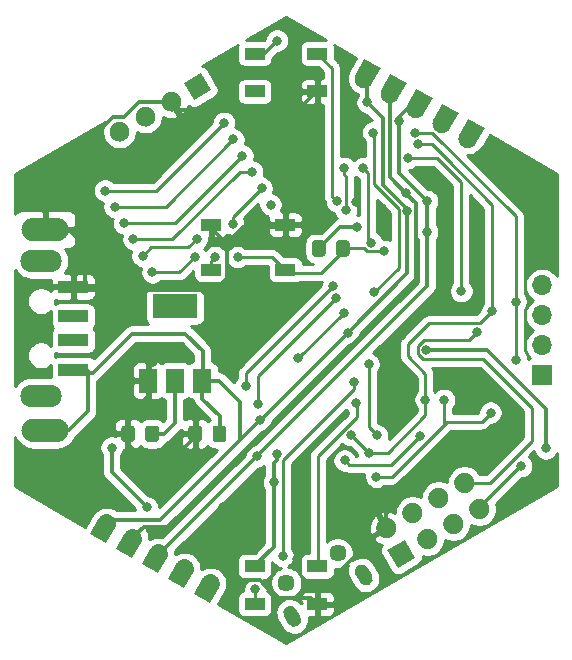
<source format=gbr>
G04 #@! TF.GenerationSoftware,KiCad,Pcbnew,5.1.9-73d0e3b20d~88~ubuntu20.10.1*
G04 #@! TF.CreationDate,2021-03-27T00:21:14+01:00*
G04 #@! TF.ProjectId,esp8266_01,65737038-3236-4365-9f30-312e6b696361,rev?*
G04 #@! TF.SameCoordinates,Original*
G04 #@! TF.FileFunction,Copper,L1,Top*
G04 #@! TF.FilePolarity,Positive*
%FSLAX46Y46*%
G04 Gerber Fmt 4.6, Leading zero omitted, Abs format (unit mm)*
G04 Created by KiCad (PCBNEW 5.1.9-73d0e3b20d~88~ubuntu20.10.1) date 2021-03-27 00:21:14*
%MOMM*%
%LPD*%
G01*
G04 APERTURE LIST*
G04 #@! TA.AperFunction,ComponentPad*
%ADD10C,0.100000*%
G04 #@! TD*
G04 #@! TA.AperFunction,ComponentPad*
%ADD11C,1.450000*%
G04 #@! TD*
G04 #@! TA.AperFunction,SMDPad,CuDef*
%ADD12R,1.700000X1.000000*%
G04 #@! TD*
G04 #@! TA.AperFunction,SMDPad,CuDef*
%ADD13R,1.500000X2.000000*%
G04 #@! TD*
G04 #@! TA.AperFunction,SMDPad,CuDef*
%ADD14R,3.800000X2.000000*%
G04 #@! TD*
G04 #@! TA.AperFunction,ComponentPad*
%ADD15O,3.500000X1.900000*%
G04 #@! TD*
G04 #@! TA.AperFunction,SMDPad,CuDef*
%ADD16R,2.500000X1.100000*%
G04 #@! TD*
G04 #@! TA.AperFunction,ComponentPad*
%ADD17O,1.700000X1.700000*%
G04 #@! TD*
G04 #@! TA.AperFunction,ComponentPad*
%ADD18R,1.700000X1.700000*%
G04 #@! TD*
G04 #@! TA.AperFunction,ViaPad*
%ADD19C,0.800000*%
G04 #@! TD*
G04 #@! TA.AperFunction,Conductor*
%ADD20C,0.250000*%
G04 #@! TD*
G04 #@! TA.AperFunction,Conductor*
%ADD21C,0.350000*%
G04 #@! TD*
G04 #@! TA.AperFunction,Conductor*
%ADD22C,0.254000*%
G04 #@! TD*
G04 #@! TA.AperFunction,Conductor*
%ADD23C,0.100000*%
G04 #@! TD*
G04 APERTURE END LIST*
G04 #@! TA.AperFunction,ComponentPad*
D10*
G36*
X203971884Y-92343057D02*
G01*
X204706884Y-91070000D01*
X204707719Y-91070482D01*
X204727346Y-91036487D01*
X204773075Y-90972672D01*
X204824839Y-90913646D01*
X204882139Y-90859978D01*
X204944424Y-90812186D01*
X205011093Y-90770728D01*
X205081505Y-90736005D01*
X205154981Y-90708350D01*
X205230815Y-90688030D01*
X205308275Y-90675242D01*
X205386615Y-90670107D01*
X205465081Y-90672676D01*
X205542917Y-90682923D01*
X205619375Y-90700751D01*
X205693717Y-90725987D01*
X205765227Y-90758388D01*
X205833217Y-90797642D01*
X205897032Y-90843371D01*
X205956058Y-90895135D01*
X206009726Y-90952435D01*
X206057518Y-91014720D01*
X206098976Y-91081389D01*
X206133699Y-91151801D01*
X206161354Y-91225277D01*
X206181674Y-91301111D01*
X206194462Y-91378571D01*
X206199597Y-91456911D01*
X206197028Y-91535377D01*
X206186781Y-91613213D01*
X206168953Y-91689671D01*
X206143717Y-91764013D01*
X206111316Y-91835523D01*
X206091689Y-91869518D01*
X206092524Y-91870000D01*
X205357524Y-93143057D01*
X203971884Y-92343057D01*
G37*
G04 #@! TD.AperFunction*
G04 #@! TA.AperFunction,ComponentPad*
G36*
X201772180Y-91073057D02*
G01*
X202507180Y-89800000D01*
X202508015Y-89800482D01*
X202527642Y-89766487D01*
X202573371Y-89702672D01*
X202625135Y-89643646D01*
X202682435Y-89589978D01*
X202744720Y-89542186D01*
X202811389Y-89500728D01*
X202881801Y-89466005D01*
X202955277Y-89438350D01*
X203031111Y-89418030D01*
X203108571Y-89405242D01*
X203186911Y-89400107D01*
X203265377Y-89402676D01*
X203343213Y-89412923D01*
X203419671Y-89430751D01*
X203494013Y-89455987D01*
X203565523Y-89488388D01*
X203633513Y-89527642D01*
X203697328Y-89573371D01*
X203756354Y-89625135D01*
X203810022Y-89682435D01*
X203857814Y-89744720D01*
X203899272Y-89811389D01*
X203933995Y-89881801D01*
X203961650Y-89955277D01*
X203981970Y-90031111D01*
X203994758Y-90108571D01*
X203999893Y-90186911D01*
X203997324Y-90265377D01*
X203987077Y-90343213D01*
X203969249Y-90419671D01*
X203944013Y-90494013D01*
X203911612Y-90565523D01*
X203891985Y-90599518D01*
X203892820Y-90600000D01*
X203157820Y-91873057D01*
X201772180Y-91073057D01*
G37*
G04 #@! TD.AperFunction*
G04 #@! TA.AperFunction,ComponentPad*
G36*
X199572475Y-89803057D02*
G01*
X200307475Y-88530000D01*
X200308310Y-88530482D01*
X200327937Y-88496487D01*
X200373666Y-88432672D01*
X200425430Y-88373646D01*
X200482730Y-88319978D01*
X200545015Y-88272186D01*
X200611684Y-88230728D01*
X200682096Y-88196005D01*
X200755572Y-88168350D01*
X200831406Y-88148030D01*
X200908866Y-88135242D01*
X200987206Y-88130107D01*
X201065672Y-88132676D01*
X201143508Y-88142923D01*
X201219966Y-88160751D01*
X201294308Y-88185987D01*
X201365818Y-88218388D01*
X201433808Y-88257642D01*
X201497623Y-88303371D01*
X201556649Y-88355135D01*
X201610317Y-88412435D01*
X201658109Y-88474720D01*
X201699567Y-88541389D01*
X201734290Y-88611801D01*
X201761945Y-88685277D01*
X201782265Y-88761111D01*
X201795053Y-88838571D01*
X201800188Y-88916911D01*
X201797619Y-88995377D01*
X201787372Y-89073213D01*
X201769544Y-89149671D01*
X201744308Y-89224013D01*
X201711907Y-89295523D01*
X201692280Y-89329518D01*
X201693115Y-89330000D01*
X200958115Y-90603057D01*
X199572475Y-89803057D01*
G37*
G04 #@! TD.AperFunction*
G04 #@! TA.AperFunction,ComponentPad*
G36*
X197372771Y-88533057D02*
G01*
X198107771Y-87260000D01*
X198108606Y-87260482D01*
X198128233Y-87226487D01*
X198173962Y-87162672D01*
X198225726Y-87103646D01*
X198283026Y-87049978D01*
X198345311Y-87002186D01*
X198411980Y-86960728D01*
X198482392Y-86926005D01*
X198555868Y-86898350D01*
X198631702Y-86878030D01*
X198709162Y-86865242D01*
X198787502Y-86860107D01*
X198865968Y-86862676D01*
X198943804Y-86872923D01*
X199020262Y-86890751D01*
X199094604Y-86915987D01*
X199166114Y-86948388D01*
X199234104Y-86987642D01*
X199297919Y-87033371D01*
X199356945Y-87085135D01*
X199410613Y-87142435D01*
X199458405Y-87204720D01*
X199499863Y-87271389D01*
X199534586Y-87341801D01*
X199562241Y-87415277D01*
X199582561Y-87491111D01*
X199595349Y-87568571D01*
X199600484Y-87646911D01*
X199597915Y-87725377D01*
X199587668Y-87803213D01*
X199569840Y-87879671D01*
X199544604Y-87954013D01*
X199512203Y-88025523D01*
X199492576Y-88059518D01*
X199493411Y-88060000D01*
X198758411Y-89333057D01*
X197372771Y-88533057D01*
G37*
G04 #@! TD.AperFunction*
G04 #@! TA.AperFunction,ComponentPad*
G36*
X195173066Y-87263057D02*
G01*
X195908066Y-85990000D01*
X195908901Y-85990482D01*
X195928528Y-85956487D01*
X195974257Y-85892672D01*
X196026021Y-85833646D01*
X196083321Y-85779978D01*
X196145606Y-85732186D01*
X196212275Y-85690728D01*
X196282687Y-85656005D01*
X196356163Y-85628350D01*
X196431997Y-85608030D01*
X196509457Y-85595242D01*
X196587797Y-85590107D01*
X196666263Y-85592676D01*
X196744099Y-85602923D01*
X196820557Y-85620751D01*
X196894899Y-85645987D01*
X196966409Y-85678388D01*
X197034399Y-85717642D01*
X197098214Y-85763371D01*
X197157240Y-85815135D01*
X197210908Y-85872435D01*
X197258700Y-85934720D01*
X197300158Y-86001389D01*
X197334881Y-86071801D01*
X197362536Y-86145277D01*
X197382856Y-86221111D01*
X197395644Y-86298571D01*
X197400779Y-86376911D01*
X197398210Y-86455377D01*
X197387963Y-86533213D01*
X197370135Y-86609671D01*
X197344899Y-86684013D01*
X197312498Y-86755523D01*
X197292871Y-86789518D01*
X197293706Y-86790000D01*
X196558706Y-88063057D01*
X195173066Y-87263057D01*
G37*
G04 #@! TD.AperFunction*
G04 #@! TA.AperFunction,ComponentPad*
G36*
X228626638Y-52906943D02*
G01*
X227891638Y-54180000D01*
X227890803Y-54179518D01*
X227871176Y-54213513D01*
X227825447Y-54277328D01*
X227773683Y-54336354D01*
X227716383Y-54390022D01*
X227654098Y-54437814D01*
X227587429Y-54479272D01*
X227517017Y-54513995D01*
X227443541Y-54541650D01*
X227367707Y-54561970D01*
X227290247Y-54574758D01*
X227211907Y-54579893D01*
X227133441Y-54577324D01*
X227055605Y-54567077D01*
X226979147Y-54549249D01*
X226904805Y-54524013D01*
X226833295Y-54491612D01*
X226765305Y-54452358D01*
X226701490Y-54406629D01*
X226642464Y-54354865D01*
X226588796Y-54297565D01*
X226541004Y-54235280D01*
X226499546Y-54168611D01*
X226464823Y-54098199D01*
X226437168Y-54024723D01*
X226416848Y-53948889D01*
X226404060Y-53871429D01*
X226398925Y-53793089D01*
X226401494Y-53714623D01*
X226411741Y-53636787D01*
X226429569Y-53560329D01*
X226454805Y-53485987D01*
X226487206Y-53414477D01*
X226506833Y-53380482D01*
X226505998Y-53380000D01*
X227240998Y-52106943D01*
X228626638Y-52906943D01*
G37*
G04 #@! TD.AperFunction*
G04 #@! TA.AperFunction,ComponentPad*
G36*
X226426934Y-51636943D02*
G01*
X225691934Y-52910000D01*
X225691099Y-52909518D01*
X225671472Y-52943513D01*
X225625743Y-53007328D01*
X225573979Y-53066354D01*
X225516679Y-53120022D01*
X225454394Y-53167814D01*
X225387725Y-53209272D01*
X225317313Y-53243995D01*
X225243837Y-53271650D01*
X225168003Y-53291970D01*
X225090543Y-53304758D01*
X225012203Y-53309893D01*
X224933737Y-53307324D01*
X224855901Y-53297077D01*
X224779443Y-53279249D01*
X224705101Y-53254013D01*
X224633591Y-53221612D01*
X224565601Y-53182358D01*
X224501786Y-53136629D01*
X224442760Y-53084865D01*
X224389092Y-53027565D01*
X224341300Y-52965280D01*
X224299842Y-52898611D01*
X224265119Y-52828199D01*
X224237464Y-52754723D01*
X224217144Y-52678889D01*
X224204356Y-52601429D01*
X224199221Y-52523089D01*
X224201790Y-52444623D01*
X224212037Y-52366787D01*
X224229865Y-52290329D01*
X224255101Y-52215987D01*
X224287502Y-52144477D01*
X224307129Y-52110482D01*
X224306294Y-52110000D01*
X225041294Y-50836943D01*
X226426934Y-51636943D01*
G37*
G04 #@! TD.AperFunction*
G04 #@! TA.AperFunction,ComponentPad*
G36*
X224227229Y-50366943D02*
G01*
X223492229Y-51640000D01*
X223491394Y-51639518D01*
X223471767Y-51673513D01*
X223426038Y-51737328D01*
X223374274Y-51796354D01*
X223316974Y-51850022D01*
X223254689Y-51897814D01*
X223188020Y-51939272D01*
X223117608Y-51973995D01*
X223044132Y-52001650D01*
X222968298Y-52021970D01*
X222890838Y-52034758D01*
X222812498Y-52039893D01*
X222734032Y-52037324D01*
X222656196Y-52027077D01*
X222579738Y-52009249D01*
X222505396Y-51984013D01*
X222433886Y-51951612D01*
X222365896Y-51912358D01*
X222302081Y-51866629D01*
X222243055Y-51814865D01*
X222189387Y-51757565D01*
X222141595Y-51695280D01*
X222100137Y-51628611D01*
X222065414Y-51558199D01*
X222037759Y-51484723D01*
X222017439Y-51408889D01*
X222004651Y-51331429D01*
X221999516Y-51253089D01*
X222002085Y-51174623D01*
X222012332Y-51096787D01*
X222030160Y-51020329D01*
X222055396Y-50945987D01*
X222087797Y-50874477D01*
X222107424Y-50840482D01*
X222106589Y-50840000D01*
X222841589Y-49566943D01*
X224227229Y-50366943D01*
G37*
G04 #@! TD.AperFunction*
G04 #@! TA.AperFunction,ComponentPad*
G36*
X222027525Y-49096943D02*
G01*
X221292525Y-50370000D01*
X221291690Y-50369518D01*
X221272063Y-50403513D01*
X221226334Y-50467328D01*
X221174570Y-50526354D01*
X221117270Y-50580022D01*
X221054985Y-50627814D01*
X220988316Y-50669272D01*
X220917904Y-50703995D01*
X220844428Y-50731650D01*
X220768594Y-50751970D01*
X220691134Y-50764758D01*
X220612794Y-50769893D01*
X220534328Y-50767324D01*
X220456492Y-50757077D01*
X220380034Y-50739249D01*
X220305692Y-50714013D01*
X220234182Y-50681612D01*
X220166192Y-50642358D01*
X220102377Y-50596629D01*
X220043351Y-50544865D01*
X219989683Y-50487565D01*
X219941891Y-50425280D01*
X219900433Y-50358611D01*
X219865710Y-50288199D01*
X219838055Y-50214723D01*
X219817735Y-50138889D01*
X219804947Y-50061429D01*
X219799812Y-49983089D01*
X219802381Y-49904623D01*
X219812628Y-49826787D01*
X219830456Y-49750329D01*
X219855692Y-49675987D01*
X219888093Y-49604477D01*
X219907720Y-49570482D01*
X219906885Y-49570000D01*
X220641885Y-48296943D01*
X222027525Y-49096943D01*
G37*
G04 #@! TD.AperFunction*
G04 #@! TA.AperFunction,ComponentPad*
G36*
X219827820Y-47826943D02*
G01*
X219092820Y-49100000D01*
X219091985Y-49099518D01*
X219072358Y-49133513D01*
X219026629Y-49197328D01*
X218974865Y-49256354D01*
X218917565Y-49310022D01*
X218855280Y-49357814D01*
X218788611Y-49399272D01*
X218718199Y-49433995D01*
X218644723Y-49461650D01*
X218568889Y-49481970D01*
X218491429Y-49494758D01*
X218413089Y-49499893D01*
X218334623Y-49497324D01*
X218256787Y-49487077D01*
X218180329Y-49469249D01*
X218105987Y-49444013D01*
X218034477Y-49411612D01*
X217966487Y-49372358D01*
X217902672Y-49326629D01*
X217843646Y-49274865D01*
X217789978Y-49217565D01*
X217742186Y-49155280D01*
X217700728Y-49088611D01*
X217666005Y-49018199D01*
X217638350Y-48944723D01*
X217618030Y-48868889D01*
X217605242Y-48791429D01*
X217600107Y-48713089D01*
X217602676Y-48634623D01*
X217612923Y-48556787D01*
X217630751Y-48480329D01*
X217655987Y-48405987D01*
X217688388Y-48334477D01*
X217708015Y-48300482D01*
X217707180Y-48300000D01*
X218442180Y-47026943D01*
X219827820Y-47826943D01*
G37*
G04 #@! TD.AperFunction*
G04 #@! TA.AperFunction,SMDPad,CuDef*
G36*
G01*
X189400000Y-61500000D02*
X189400000Y-61500000D01*
G75*
G02*
X190400000Y-60500000I1000000J0D01*
G01*
X192400000Y-60500000D01*
G75*
G02*
X193400000Y-61500000I0J-1000000D01*
G01*
X193400000Y-61500000D01*
G75*
G02*
X192400000Y-62500000I-1000000J0D01*
G01*
X190400000Y-62500000D01*
G75*
G02*
X189400000Y-61500000I0J1000000D01*
G01*
G37*
G04 #@! TD.AperFunction*
G04 #@! TA.AperFunction,SMDPad,CuDef*
G36*
G01*
X189400000Y-78500000D02*
X189400000Y-78500000D01*
G75*
G02*
X190400000Y-77500000I1000000J0D01*
G01*
X192400000Y-77500000D01*
G75*
G02*
X193400000Y-78500000I0J-1000000D01*
G01*
X193400000Y-78500000D01*
G75*
G02*
X192400000Y-79500000I-1000000J0D01*
G01*
X190400000Y-79500000D01*
G75*
G02*
X189400000Y-78500000I0J1000000D01*
G01*
G37*
G04 #@! TD.AperFunction*
G04 #@! TA.AperFunction,ComponentPad*
G36*
G01*
X212662052Y-93646891D02*
X213012052Y-94253109D01*
G75*
G02*
X212792437Y-95072724I-519615J-300000D01*
G01*
X212792437Y-95072724D01*
G75*
G02*
X211972822Y-94853109I-300000J519615D01*
G01*
X211622822Y-94246891D01*
G75*
G02*
X211842437Y-93427276I519615J300000D01*
G01*
X211842437Y-93427276D01*
G75*
G02*
X212662052Y-93646891I300000J-519615D01*
G01*
G37*
G04 #@! TD.AperFunction*
G04 #@! TA.AperFunction,ComponentPad*
G36*
G01*
X218035000Y-91353109D02*
X217685000Y-90746891D01*
G75*
G02*
X217904615Y-89927276I519615J300000D01*
G01*
X217904615Y-89927276D01*
G75*
G02*
X218724230Y-90146891I300000J-519615D01*
G01*
X219074230Y-90753109D01*
G75*
G02*
X218854615Y-91572724I-519615J-300000D01*
G01*
X218854615Y-91572724D01*
G75*
G02*
X218035000Y-91353109I-300000J519615D01*
G01*
G37*
G04 #@! TD.AperFunction*
D11*
X211833462Y-91411732D03*
X216163590Y-88911732D03*
G04 #@! TA.AperFunction,ComponentPad*
G36*
G01*
X227331209Y-83707900D02*
X227331209Y-83707900D01*
G75*
G02*
X226151509Y-83391800I-431800J747900D01*
G01*
X226151509Y-83391800D01*
G75*
G02*
X226467609Y-82212100I747900J431800D01*
G01*
X226467609Y-82212100D01*
G75*
G02*
X227647309Y-82528200I431800J-747900D01*
G01*
X227647309Y-82528200D01*
G75*
G02*
X227331209Y-83707900I-747900J-431800D01*
G01*
G37*
G04 #@! TD.AperFunction*
G04 #@! TA.AperFunction,ComponentPad*
G36*
G01*
X228601209Y-85907605D02*
X228601209Y-85907605D01*
G75*
G02*
X227421509Y-85591505I-431800J747900D01*
G01*
X227421509Y-85591505D01*
G75*
G02*
X227737609Y-84411805I747900J431800D01*
G01*
X227737609Y-84411805D01*
G75*
G02*
X228917309Y-84727905I431800J-747900D01*
G01*
X228917309Y-84727905D01*
G75*
G02*
X228601209Y-85907605I-747900J-431800D01*
G01*
G37*
G04 #@! TD.AperFunction*
G04 #@! TA.AperFunction,ComponentPad*
G36*
G01*
X225131504Y-84977900D02*
X225131504Y-84977900D01*
G75*
G02*
X223951804Y-84661800I-431800J747900D01*
G01*
X223951804Y-84661800D01*
G75*
G02*
X224267904Y-83482100I747900J431800D01*
G01*
X224267904Y-83482100D01*
G75*
G02*
X225447604Y-83798200I431800J-747900D01*
G01*
X225447604Y-83798200D01*
G75*
G02*
X225131504Y-84977900I-747900J-431800D01*
G01*
G37*
G04 #@! TD.AperFunction*
G04 #@! TA.AperFunction,ComponentPad*
G36*
G01*
X226401504Y-87177605D02*
X226401504Y-87177605D01*
G75*
G02*
X225221804Y-86861505I-431800J747900D01*
G01*
X225221804Y-86861505D01*
G75*
G02*
X225537904Y-85681805I747900J431800D01*
G01*
X225537904Y-85681805D01*
G75*
G02*
X226717604Y-85997905I431800J-747900D01*
G01*
X226717604Y-85997905D01*
G75*
G02*
X226401504Y-87177605I-747900J-431800D01*
G01*
G37*
G04 #@! TD.AperFunction*
G04 #@! TA.AperFunction,ComponentPad*
G36*
G01*
X222931800Y-86247900D02*
X222931800Y-86247900D01*
G75*
G02*
X221752100Y-85931800I-431800J747900D01*
G01*
X221752100Y-85931800D01*
G75*
G02*
X222068200Y-84752100I747900J431800D01*
G01*
X222068200Y-84752100D01*
G75*
G02*
X223247900Y-85068200I431800J-747900D01*
G01*
X223247900Y-85068200D01*
G75*
G02*
X222931800Y-86247900I-747900J-431800D01*
G01*
G37*
G04 #@! TD.AperFunction*
G04 #@! TA.AperFunction,ComponentPad*
G36*
G01*
X224201800Y-88447605D02*
X224201800Y-88447605D01*
G75*
G02*
X223022100Y-88131505I-431800J747900D01*
G01*
X223022100Y-88131505D01*
G75*
G02*
X223338200Y-86951805I747900J431800D01*
G01*
X223338200Y-86951805D01*
G75*
G02*
X224517900Y-87267905I431800J-747900D01*
G01*
X224517900Y-87267905D01*
G75*
G02*
X224201800Y-88447605I-747900J-431800D01*
G01*
G37*
G04 #@! TD.AperFunction*
G04 #@! TA.AperFunction,ComponentPad*
G36*
G01*
X220732095Y-87517900D02*
X220732095Y-87517900D01*
G75*
G02*
X219552395Y-87201800I-431800J747900D01*
G01*
X219552395Y-87201800D01*
G75*
G02*
X219868495Y-86022100I747900J431800D01*
G01*
X219868495Y-86022100D01*
G75*
G02*
X221048195Y-86338200I431800J-747900D01*
G01*
X221048195Y-86338200D01*
G75*
G02*
X220732095Y-87517900I-747900J-431800D01*
G01*
G37*
G04 #@! TD.AperFunction*
G04 #@! TA.AperFunction,ComponentPad*
D10*
G36*
X222749995Y-89285805D02*
G01*
X221254195Y-90149405D01*
X220390595Y-88653605D01*
X221886395Y-87790005D01*
X222749995Y-89285805D01*
G37*
G04 #@! TD.AperFunction*
D12*
X214450000Y-49800000D03*
X214450000Y-46600000D03*
X209150000Y-49800000D03*
X209150000Y-46600000D03*
X214450000Y-93200000D03*
X214450000Y-90000000D03*
X209150000Y-93200000D03*
X209150000Y-90000000D03*
X211750000Y-64900000D03*
X205450000Y-64900000D03*
X211750000Y-61100000D03*
X205450000Y-61100000D03*
D13*
X200120000Y-74290000D03*
X204720000Y-74290000D03*
X202420000Y-74290000D03*
D14*
X202420000Y-67990000D03*
G04 #@! TA.AperFunction,SMDPad,CuDef*
G36*
G01*
X216050000Y-63550001D02*
X216050000Y-62649999D01*
G75*
G02*
X216299999Y-62400000I249999J0D01*
G01*
X216950001Y-62400000D01*
G75*
G02*
X217200000Y-62649999I0J-249999D01*
G01*
X217200000Y-63550001D01*
G75*
G02*
X216950001Y-63800000I-249999J0D01*
G01*
X216299999Y-63800000D01*
G75*
G02*
X216050000Y-63550001I0J249999D01*
G01*
G37*
G04 #@! TD.AperFunction*
G04 #@! TA.AperFunction,SMDPad,CuDef*
G36*
G01*
X214000000Y-63550001D02*
X214000000Y-62649999D01*
G75*
G02*
X214249999Y-62400000I249999J0D01*
G01*
X214900001Y-62400000D01*
G75*
G02*
X215150000Y-62649999I0J-249999D01*
G01*
X215150000Y-63550001D01*
G75*
G02*
X214900001Y-63800000I-249999J0D01*
G01*
X214249999Y-63800000D01*
G75*
G02*
X214000000Y-63550001I0J249999D01*
G01*
G37*
G04 #@! TD.AperFunction*
D15*
X191050000Y-64150000D03*
X191050000Y-75550000D03*
D16*
X193800000Y-66350000D03*
X193800000Y-73350000D03*
X193800000Y-68850000D03*
X193800000Y-70850000D03*
D17*
X233500000Y-66220000D03*
X233500000Y-68760000D03*
X233500000Y-71300000D03*
D18*
X233500000Y-73840000D03*
G04 #@! TA.AperFunction,ComponentPad*
G36*
G01*
X198125295Y-53946122D02*
X198125295Y-53946122D01*
G75*
G02*
X196964173Y-53635000I-425000J736122D01*
G01*
X196964173Y-53635000D01*
G75*
G02*
X197275295Y-52473878I736122J425000D01*
G01*
X197275295Y-52473878D01*
G75*
G02*
X198436417Y-52785000I425000J-736122D01*
G01*
X198436417Y-52785000D01*
G75*
G02*
X198125295Y-53946122I-736122J-425000D01*
G01*
G37*
G04 #@! TD.AperFunction*
G04 #@! TA.AperFunction,ComponentPad*
G36*
G01*
X200325000Y-52676122D02*
X200325000Y-52676122D01*
G75*
G02*
X199163878Y-52365000I-425000J736122D01*
G01*
X199163878Y-52365000D01*
G75*
G02*
X199475000Y-51203878I736122J425000D01*
G01*
X199475000Y-51203878D01*
G75*
G02*
X200636122Y-51515000I425000J-736122D01*
G01*
X200636122Y-51515000D01*
G75*
G02*
X200325000Y-52676122I-736122J-425000D01*
G01*
G37*
G04 #@! TD.AperFunction*
G04 #@! TA.AperFunction,ComponentPad*
G36*
G01*
X202524704Y-51406122D02*
X202524704Y-51406122D01*
G75*
G02*
X201363582Y-51095000I-425000J736122D01*
G01*
X201363582Y-51095000D01*
G75*
G02*
X201674704Y-49933878I736122J425000D01*
G01*
X201674704Y-49933878D01*
G75*
G02*
X202835826Y-50245000I425000J-736122D01*
G01*
X202835826Y-50245000D01*
G75*
G02*
X202524704Y-51406122I-736122J-425000D01*
G01*
G37*
G04 #@! TD.AperFunction*
G04 #@! TA.AperFunction,ComponentPad*
D10*
G36*
X205460531Y-49711122D02*
G01*
X203988287Y-50561122D01*
X203138287Y-49088878D01*
X204610531Y-48238878D01*
X205460531Y-49711122D01*
G37*
G04 #@! TD.AperFunction*
G04 #@! TA.AperFunction,SMDPad,CuDef*
G36*
G01*
X198990000Y-78339999D02*
X198990000Y-79240001D01*
G75*
G02*
X198740001Y-79490000I-249999J0D01*
G01*
X198089999Y-79490000D01*
G75*
G02*
X197840000Y-79240001I0J249999D01*
G01*
X197840000Y-78339999D01*
G75*
G02*
X198089999Y-78090000I249999J0D01*
G01*
X198740001Y-78090000D01*
G75*
G02*
X198990000Y-78339999I0J-249999D01*
G01*
G37*
G04 #@! TD.AperFunction*
G04 #@! TA.AperFunction,SMDPad,CuDef*
G36*
G01*
X201040000Y-78339999D02*
X201040000Y-79240001D01*
G75*
G02*
X200790001Y-79490000I-249999J0D01*
G01*
X200139999Y-79490000D01*
G75*
G02*
X199890000Y-79240001I0J249999D01*
G01*
X199890000Y-78339999D01*
G75*
G02*
X200139999Y-78090000I249999J0D01*
G01*
X200790001Y-78090000D01*
G75*
G02*
X201040000Y-78339999I0J-249999D01*
G01*
G37*
G04 #@! TD.AperFunction*
G04 #@! TA.AperFunction,SMDPad,CuDef*
G36*
G01*
X204690000Y-78339999D02*
X204690000Y-79240001D01*
G75*
G02*
X204440001Y-79490000I-249999J0D01*
G01*
X203789999Y-79490000D01*
G75*
G02*
X203540000Y-79240001I0J249999D01*
G01*
X203540000Y-78339999D01*
G75*
G02*
X203789999Y-78090000I249999J0D01*
G01*
X204440001Y-78090000D01*
G75*
G02*
X204690000Y-78339999I0J-249999D01*
G01*
G37*
G04 #@! TD.AperFunction*
G04 #@! TA.AperFunction,SMDPad,CuDef*
G36*
G01*
X206740000Y-78339999D02*
X206740000Y-79240001D01*
G75*
G02*
X206490001Y-79490000I-249999J0D01*
G01*
X205839999Y-79490000D01*
G75*
G02*
X205590000Y-79240001I0J249999D01*
G01*
X205590000Y-78339999D01*
G75*
G02*
X205839999Y-78090000I249999J0D01*
G01*
X206490001Y-78090000D01*
G75*
G02*
X206740000Y-78339999I0J-249999D01*
G01*
G37*
G04 #@! TD.AperFunction*
D19*
X217760000Y-76210000D03*
X211510010Y-89119990D03*
X217597660Y-74392340D03*
X209200000Y-91970000D03*
X216100000Y-59100000D03*
X207140000Y-71590000D03*
X205550000Y-70000000D03*
X200560000Y-72690000D03*
X202890000Y-80230000D03*
X228860000Y-80000000D03*
X221932501Y-58378532D03*
X206450000Y-84960000D03*
X213750000Y-52710000D03*
X208890000Y-87470000D03*
X212780000Y-87320000D03*
X226460000Y-79240000D03*
X216930000Y-52740000D03*
X217690000Y-59190000D03*
X219920000Y-59680000D03*
X224250000Y-56870000D03*
X228020000Y-55640000D03*
X212700000Y-89400000D03*
X217040000Y-70220000D03*
X233790000Y-80020000D03*
X209620000Y-77590000D03*
X211010000Y-80480000D03*
X223680000Y-71700000D03*
X218688015Y-50731985D03*
X222054133Y-59959328D03*
X211040000Y-45500000D03*
X210785010Y-82904990D03*
X217790000Y-61310000D03*
X200465000Y-78790000D03*
X197040000Y-79950000D03*
X223750000Y-59100000D03*
X231710000Y-81525000D03*
X209335000Y-80695000D03*
X223750000Y-61700000D03*
X200020000Y-85020000D03*
X221375010Y-52320000D03*
X208940000Y-56610000D03*
X198880000Y-62330000D03*
X216760000Y-81040000D03*
X223130000Y-78970000D03*
X227950000Y-70190000D03*
X222125000Y-55419744D03*
X226640000Y-66700000D03*
X208110000Y-55230000D03*
X198100000Y-60960000D03*
X223610000Y-75900000D03*
X229280000Y-68370000D03*
X222960000Y-54280000D03*
X218810000Y-80420000D03*
X217287660Y-78897660D03*
X207340000Y-53870000D03*
X197290000Y-59580000D03*
X225170000Y-75920000D03*
X231250000Y-67600000D03*
X231290000Y-72530000D03*
X229120000Y-77000000D03*
X222760000Y-53290000D03*
X219450000Y-82430000D03*
X206550000Y-52470000D03*
X196470000Y-58200000D03*
X216710000Y-68530000D03*
X212820000Y-72410000D03*
X219260000Y-66800000D03*
X219170000Y-53280000D03*
X219520000Y-78920000D03*
X218790000Y-72890000D03*
X220100000Y-63320000D03*
X205800000Y-63825000D03*
X207700000Y-63825000D03*
X200490000Y-65130000D03*
X210490000Y-59390000D03*
X215800122Y-66291721D03*
X208380000Y-74770000D03*
X216715010Y-56274990D03*
X216874990Y-59874990D03*
X204100002Y-63800000D03*
X209730000Y-57990000D03*
X199660000Y-63730000D03*
X216050000Y-67260000D03*
X209410000Y-76280000D03*
X219004573Y-62594132D03*
X218350000Y-56274990D03*
X204228611Y-62300000D03*
X207300000Y-60999994D03*
D20*
X217770000Y-77390000D02*
X214480000Y-80680000D01*
X214480000Y-80680000D02*
X214480000Y-90010000D01*
X217770000Y-76220000D02*
X217770000Y-77390000D01*
X217760000Y-76210000D02*
X217770000Y-76220000D01*
X217597660Y-74958025D02*
X217597660Y-74392340D01*
X211510010Y-81045675D02*
X217597660Y-74958025D01*
X209150000Y-92020000D02*
X209200000Y-91970000D01*
X209150000Y-93210000D02*
X209150000Y-92020000D01*
X211510010Y-89119990D02*
X211510010Y-81045675D01*
X215700001Y-58700001D02*
X216100000Y-59100000D01*
X215700001Y-47850001D02*
X215700001Y-58700001D01*
X214450000Y-46600000D02*
X215700001Y-47850001D01*
D21*
X193400000Y-61500000D02*
X194750000Y-62850000D01*
X191400000Y-61500000D02*
X193400000Y-61500000D01*
X194750000Y-62850000D02*
X194750000Y-66000000D01*
X194750000Y-66000000D02*
X195250000Y-66500000D01*
X200120000Y-74290000D02*
X200120000Y-75610000D01*
X200120000Y-75610000D02*
X198400000Y-77330000D01*
X198400000Y-77330000D02*
X198400000Y-78670000D01*
X198400000Y-78670000D02*
X198400000Y-78780000D01*
X198415000Y-78790000D02*
X198415000Y-79635000D01*
X198415000Y-79635000D02*
X199010000Y-80230000D01*
X199010000Y-80230000D02*
X202890000Y-80230000D01*
X205550000Y-67544998D02*
X205550000Y-69300000D01*
X204605002Y-66600000D02*
X205550000Y-67544998D01*
X195050000Y-66600000D02*
X204605002Y-66600000D01*
X205550000Y-70000000D02*
X205550000Y-70000000D01*
X205550000Y-69300000D02*
X205550000Y-70000000D01*
X205550000Y-70000000D02*
X207140000Y-71590000D01*
X200560000Y-72690000D02*
X200110000Y-73140000D01*
X200110000Y-73140000D02*
X200110000Y-74230000D01*
X202890000Y-80230000D02*
X202890000Y-80230000D01*
X202890000Y-80230000D02*
X204150000Y-78970000D01*
X214650000Y-50040000D02*
X214480000Y-49870000D01*
X220300295Y-85548686D02*
X225838981Y-80010000D01*
X220300295Y-86770000D02*
X220300295Y-85548686D01*
X228850000Y-80010000D02*
X228860000Y-80000000D01*
X225838981Y-80010000D02*
X228850000Y-80010000D01*
X197112294Y-51984999D02*
X191410000Y-57687293D01*
X198041999Y-51984999D02*
X197112294Y-51984999D01*
X199356998Y-50670000D02*
X198041999Y-51984999D01*
X202099704Y-50670000D02*
X199356998Y-50670000D01*
X191410000Y-57687293D02*
X191410000Y-61630000D01*
X202789704Y-51360000D02*
X212820000Y-51360000D01*
X212820000Y-51360000D02*
X214310000Y-49870000D01*
X202099704Y-50670000D02*
X202789704Y-51360000D01*
X214450000Y-92350000D02*
X220040000Y-86760000D01*
X214450000Y-93200000D02*
X214450000Y-92350000D01*
X220040000Y-86760000D02*
X220310000Y-86760000D01*
X195050000Y-66600000D02*
X194850000Y-66600000D01*
X206450000Y-90100000D02*
X206450000Y-84960000D01*
X207575001Y-91194999D02*
X207560000Y-91210000D01*
X209572001Y-91194999D02*
X207575001Y-91194999D01*
X211027002Y-92650000D02*
X209572001Y-91194999D01*
X213900000Y-92650000D02*
X211027002Y-92650000D01*
X207560000Y-91210000D02*
X206450000Y-90100000D01*
X214440000Y-93190000D02*
X213900000Y-92650000D01*
X222829134Y-59275165D02*
X221932501Y-58378532D01*
X222829134Y-65870866D02*
X222829134Y-59275165D01*
X202050000Y-86650000D02*
X222829134Y-65870866D01*
X199750000Y-86650000D02*
X202050000Y-86650000D01*
X198800000Y-87600000D02*
X199750000Y-86650000D01*
X220600000Y-57046031D02*
X221932501Y-58378532D01*
X220600000Y-49900000D02*
X220600000Y-57046031D01*
X208200000Y-61300000D02*
X206800000Y-62700000D01*
X206800000Y-65600000D02*
X206800000Y-62700000D01*
X205800000Y-66600000D02*
X206800000Y-65600000D01*
X204605002Y-66600000D02*
X205800000Y-66600000D01*
X205450000Y-61350000D02*
X206800000Y-62700000D01*
X205450000Y-61100000D02*
X205450000Y-61350000D01*
X208200000Y-61300000D02*
X211500000Y-61300000D01*
X211500000Y-61300000D02*
X211700000Y-61100000D01*
X193800000Y-66550000D02*
X193800000Y-66350000D01*
X193400000Y-78500000D02*
X195000000Y-76900000D01*
X191400000Y-78500000D02*
X193400000Y-78500000D01*
X195000000Y-76900000D02*
X195000000Y-73500000D01*
X195050000Y-73550000D02*
X195000000Y-73500000D01*
X195050000Y-73600000D02*
X195050000Y-73550000D01*
X204720000Y-74290000D02*
X204720000Y-75810000D01*
X204720000Y-75810000D02*
X206170000Y-77260000D01*
X206170000Y-77260000D02*
X206170000Y-78770000D01*
X204730000Y-71750000D02*
X204730000Y-74340000D01*
X203290000Y-70310000D02*
X204730000Y-71750000D01*
X198750000Y-70310000D02*
X203290000Y-70310000D01*
X195460000Y-73600000D02*
X198750000Y-70310000D01*
X195050000Y-73600000D02*
X195460000Y-73600000D01*
X207940000Y-76120000D02*
X207940000Y-79270000D01*
X206110000Y-74290000D02*
X207940000Y-76120000D01*
X204720000Y-74290000D02*
X206110000Y-74290000D01*
X217040000Y-70220000D02*
X209670000Y-77590000D01*
X209670000Y-77590000D02*
X209620000Y-77590000D01*
X228840000Y-71700000D02*
X223680000Y-71700000D01*
X233790000Y-80020000D02*
X233790000Y-76650000D01*
X233790000Y-76650000D02*
X228840000Y-71700000D01*
X218600000Y-50643970D02*
X218688015Y-50731985D01*
X217040000Y-70220000D02*
X222054133Y-65205867D01*
X222054133Y-59767033D02*
X222054133Y-59959328D01*
X220024987Y-52068957D02*
X220024987Y-57737887D01*
X222054133Y-65205867D02*
X222054133Y-59959328D01*
X220024987Y-57737887D02*
X222054133Y-59767033D01*
X218688015Y-50731985D02*
X220024987Y-52068957D01*
X209940000Y-46600000D02*
X211040000Y-45500000D01*
X209150000Y-46600000D02*
X209940000Y-46600000D01*
X211010000Y-81045685D02*
X211010000Y-80480000D01*
X210785010Y-81270675D02*
X211010000Y-81045685D01*
X209130000Y-90020000D02*
X210785010Y-88364990D01*
X210785010Y-82904990D02*
X210785010Y-81270675D01*
X210785010Y-88364990D02*
X210785010Y-82904990D01*
X201160000Y-86050000D02*
X209620000Y-77590000D01*
X197010886Y-86050000D02*
X201160000Y-86050000D01*
X196200886Y-86860000D02*
X197010886Y-86050000D01*
X218688015Y-50731985D02*
X218688015Y-48988015D01*
X218688015Y-48988015D02*
X218400000Y-48700000D01*
X194800000Y-73350000D02*
X195050000Y-73600000D01*
X193800000Y-73350000D02*
X194800000Y-73350000D01*
X200465000Y-78790000D02*
X200465000Y-78790000D01*
X201440000Y-78790000D02*
X202360000Y-77870000D01*
X202360000Y-77870000D02*
X202360000Y-74250000D01*
X200465000Y-78790000D02*
X201440000Y-78790000D01*
X231710000Y-81525000D02*
X228230000Y-85005000D01*
X223750000Y-59100000D02*
X223750000Y-61700000D01*
X197040000Y-79950000D02*
X197040000Y-82040000D01*
X197040000Y-82040000D02*
X200020000Y-85020000D01*
X223750000Y-66250295D02*
X223750000Y-61700000D01*
X201100295Y-88900000D02*
X223750000Y-66250295D01*
X201000000Y-88900000D02*
X201100295Y-88900000D01*
X223750000Y-59100000D02*
X221350000Y-56700000D01*
X221350000Y-52345010D02*
X221375010Y-52320000D01*
X221350000Y-56700000D02*
X221350000Y-52345010D01*
X221375010Y-51924990D02*
X221375010Y-52320000D01*
X222300000Y-51000000D02*
X221375010Y-51924990D01*
X222700000Y-51000000D02*
X222300000Y-51000000D01*
X216365000Y-61310000D02*
X217790000Y-61310000D01*
X214575000Y-63100000D02*
X216365000Y-61310000D01*
D20*
X220660001Y-81439999D02*
X223130000Y-78970000D01*
X217159999Y-81439999D02*
X220660001Y-81439999D01*
X216760000Y-81040000D02*
X217159999Y-81439999D01*
X227300000Y-70840000D02*
X227950000Y-70190000D01*
X232610000Y-79380000D02*
X232610000Y-76570000D01*
X229030000Y-82960000D02*
X232610000Y-79380000D01*
X232610000Y-76570000D02*
X228520000Y-72480000D01*
X226970000Y-82960000D02*
X229030000Y-82960000D01*
X223386998Y-72480000D02*
X228520000Y-72480000D01*
X222954999Y-72048001D02*
X223386998Y-72480000D01*
X222954999Y-71351999D02*
X222954999Y-72048001D01*
X223466998Y-70840000D02*
X222954999Y-71351999D01*
X227300000Y-70840000D02*
X223466998Y-70840000D01*
X222125000Y-55419744D02*
X224559744Y-55419744D01*
X224890000Y-55750000D02*
X224900000Y-55750000D01*
X224559744Y-55419744D02*
X224890000Y-55750000D01*
X226640000Y-57490000D02*
X226640000Y-66700000D01*
X224900000Y-55750000D02*
X226640000Y-57490000D01*
X207890000Y-56610000D02*
X208940000Y-56610000D01*
X202170000Y-62330000D02*
X207890000Y-56610000D01*
X198880000Y-62330000D02*
X202170000Y-62330000D01*
X202380000Y-60960000D02*
X208110000Y-55230000D01*
X198100000Y-60960000D02*
X202380000Y-60960000D01*
X223610000Y-73720000D02*
X223610000Y-75900000D01*
X222124402Y-72234402D02*
X223610000Y-73720000D01*
X222124402Y-71205598D02*
X222124402Y-72234402D01*
X223910000Y-69420000D02*
X222124402Y-71205598D01*
X228230000Y-69420000D02*
X223910000Y-69420000D01*
X229280000Y-68370000D02*
X228230000Y-69420000D01*
X222960000Y-54280000D02*
X224190000Y-54280000D01*
X225330000Y-55420000D02*
X225330000Y-55450000D01*
X224190000Y-54280000D02*
X225330000Y-55420000D01*
X229280000Y-59400000D02*
X229280000Y-68370000D01*
X225330000Y-55450000D02*
X229280000Y-59400000D01*
X220400000Y-80420000D02*
X223610000Y-77210000D01*
X223610000Y-77210000D02*
X223610000Y-75900000D01*
X218810000Y-80420000D02*
X220400000Y-80420000D01*
X218810000Y-80420000D02*
X217287660Y-78897660D01*
X201630000Y-59580000D02*
X207340000Y-53870000D01*
X197290000Y-59580000D02*
X201630000Y-59580000D01*
X225170000Y-78003002D02*
X225170000Y-75920000D01*
X231250000Y-72490000D02*
X231290000Y-72530000D01*
X231250000Y-67600000D02*
X231250000Y-72490000D01*
X229120000Y-77000000D02*
X228360000Y-77760000D01*
X225413002Y-77760000D02*
X225001501Y-78171501D01*
X228360000Y-77760000D02*
X225413002Y-77760000D01*
X225001501Y-78171501D02*
X225170000Y-78003002D01*
X222760000Y-53290000D02*
X224160000Y-53290000D01*
X231250000Y-60380000D02*
X231250000Y-67600000D01*
X224160000Y-53290000D02*
X231250000Y-60380000D01*
X225001501Y-78171501D02*
X220743002Y-82430000D01*
X220743002Y-82430000D02*
X219450000Y-82430000D01*
X200820000Y-58200000D02*
X206550000Y-52470000D01*
X196470000Y-58200000D02*
X200820000Y-58200000D01*
X212830000Y-72410000D02*
X212820000Y-72410000D01*
X216710000Y-68530000D02*
X212830000Y-72410000D01*
X219215001Y-53325001D02*
X219215001Y-57635023D01*
X221329123Y-59749145D02*
X221329123Y-64730877D01*
X219215001Y-57635023D02*
X221329123Y-59749145D01*
X219170000Y-53280000D02*
X219215001Y-53325001D01*
X221329123Y-64730877D02*
X219260000Y-66800000D01*
X218790000Y-78190000D02*
X218790000Y-72890000D01*
X219520000Y-78920000D02*
X218790000Y-78190000D01*
X205450000Y-64175000D02*
X205800000Y-63825000D01*
X205450000Y-64900000D02*
X205450000Y-64175000D01*
X207700000Y-63825000D02*
X210625000Y-63825000D01*
X210625000Y-63825000D02*
X211700000Y-64900000D01*
X214725002Y-65175002D02*
X211775002Y-65175002D01*
X211775002Y-65175002D02*
X211600000Y-65000000D01*
X216625000Y-63275004D02*
X214725002Y-65175002D01*
X216625000Y-63100000D02*
X216625000Y-63275004D01*
X218657439Y-63320000D02*
X220100000Y-63320000D01*
X218437439Y-63100000D02*
X218657439Y-63320000D01*
X216625000Y-63100000D02*
X218437439Y-63100000D01*
X215778279Y-66291721D02*
X211150000Y-70920000D01*
X215800122Y-66291721D02*
X215778279Y-66291721D01*
X211150000Y-70920000D02*
X208390000Y-73680000D01*
X208380000Y-73690000D02*
X208380000Y-74770000D01*
X208390000Y-73680000D02*
X208380000Y-73690000D01*
X216715010Y-56840675D02*
X216874990Y-57000655D01*
X216715010Y-56274990D02*
X216715010Y-56840675D01*
X216874990Y-57000655D02*
X216874990Y-59874990D01*
X202770002Y-65130000D02*
X204100002Y-63800000D01*
X200490000Y-65130000D02*
X202770002Y-65130000D01*
X216050000Y-67260000D02*
X209410000Y-73900000D01*
X209410000Y-73900000D02*
X209410000Y-76280000D01*
X219004573Y-62594132D02*
X218749999Y-62339558D01*
X218749999Y-56674989D02*
X218350000Y-56274990D01*
X218749999Y-62339558D02*
X218749999Y-56674989D01*
X200390000Y-63000000D02*
X203528611Y-63000000D01*
X203528611Y-63000000D02*
X204228611Y-62300000D01*
X199660000Y-63730000D02*
X200390000Y-63000000D01*
X204228611Y-62300000D02*
X204228611Y-62300000D01*
X207300000Y-60420000D02*
X207300000Y-60999994D01*
X209730000Y-57990000D02*
X207300000Y-60420000D01*
D22*
X231850001Y-76884804D02*
X231850000Y-79065198D01*
X228715199Y-82200000D01*
X228193944Y-82200000D01*
X228063448Y-82004698D01*
X227854711Y-81795961D01*
X227609262Y-81631958D01*
X227336534Y-81518990D01*
X227047008Y-81461400D01*
X226751810Y-81461400D01*
X226462284Y-81518990D01*
X226189556Y-81631958D01*
X225944107Y-81795961D01*
X225735370Y-82004698D01*
X225571367Y-82250147D01*
X225458399Y-82522875D01*
X225400809Y-82812401D01*
X225400809Y-82898334D01*
X225136829Y-82788990D01*
X224847303Y-82731400D01*
X224552105Y-82731400D01*
X224262579Y-82788990D01*
X223989851Y-82901958D01*
X223744402Y-83065961D01*
X223535665Y-83274698D01*
X223371662Y-83520147D01*
X223258694Y-83792875D01*
X223201104Y-84082401D01*
X223201104Y-84168334D01*
X222937125Y-84058990D01*
X222647599Y-84001400D01*
X222352401Y-84001400D01*
X222062875Y-84058990D01*
X221790147Y-84171958D01*
X221544698Y-84335961D01*
X221335961Y-84544698D01*
X221171958Y-84790147D01*
X221058990Y-85062875D01*
X221001400Y-85352401D01*
X221001400Y-85453292D01*
X220901185Y-85397138D01*
X220621807Y-85306290D01*
X220330074Y-85271691D01*
X220037196Y-85294671D01*
X219883742Y-85330456D01*
X219743372Y-85551381D01*
X220346780Y-86596515D01*
X220364101Y-86586515D01*
X220491101Y-86806485D01*
X220473780Y-86816485D01*
X220483780Y-86833806D01*
X220263810Y-86960806D01*
X220253810Y-86943485D01*
X219208115Y-87547217D01*
X219219774Y-87808408D01*
X219443119Y-87999255D01*
X219699405Y-88142862D01*
X219929006Y-88217523D01*
X219884379Y-88265171D01*
X219818326Y-88371393D01*
X219774265Y-88488460D01*
X219753889Y-88611873D01*
X219757982Y-88736890D01*
X219786385Y-88858706D01*
X219838008Y-88972641D01*
X220701608Y-90468441D01*
X220774467Y-90570115D01*
X220865761Y-90655621D01*
X220971983Y-90721674D01*
X221089050Y-90765735D01*
X221212463Y-90786111D01*
X221337480Y-90782018D01*
X221459296Y-90753615D01*
X221573231Y-90701992D01*
X223069031Y-89838392D01*
X223170705Y-89765533D01*
X223256211Y-89674239D01*
X223322264Y-89568017D01*
X223366325Y-89450950D01*
X223386701Y-89327537D01*
X223382608Y-89202520D01*
X223369915Y-89148083D01*
X223622401Y-89198305D01*
X223917599Y-89198305D01*
X224207125Y-89140715D01*
X224479853Y-89027747D01*
X224725302Y-88863744D01*
X224934039Y-88655007D01*
X225098042Y-88409558D01*
X225211010Y-88136830D01*
X225268600Y-87847304D01*
X225268600Y-87761371D01*
X225532579Y-87870715D01*
X225822105Y-87928305D01*
X226117303Y-87928305D01*
X226406829Y-87870715D01*
X226679557Y-87757747D01*
X226925006Y-87593744D01*
X227133743Y-87385007D01*
X227297746Y-87139558D01*
X227410714Y-86866830D01*
X227468304Y-86577304D01*
X227468304Y-86491371D01*
X227732284Y-86600715D01*
X228021810Y-86658305D01*
X228317008Y-86658305D01*
X228606534Y-86600715D01*
X228879262Y-86487747D01*
X229124711Y-86323744D01*
X229333448Y-86115007D01*
X229497451Y-85869558D01*
X229610419Y-85596830D01*
X229668009Y-85307304D01*
X229668009Y-85012106D01*
X229618302Y-84762210D01*
X231822642Y-82557871D01*
X232011898Y-82520226D01*
X232200256Y-82442205D01*
X232369774Y-82328937D01*
X232513937Y-82184774D01*
X232627205Y-82015256D01*
X232705226Y-81826898D01*
X232745000Y-81626939D01*
X232745000Y-81423061D01*
X232705226Y-81223102D01*
X232627205Y-81034744D01*
X232513937Y-80865226D01*
X232369774Y-80721063D01*
X232354167Y-80710635D01*
X232786168Y-80278634D01*
X232794774Y-80321898D01*
X232872795Y-80510256D01*
X232986063Y-80679774D01*
X233130226Y-80823937D01*
X233299744Y-80937205D01*
X233488102Y-81015226D01*
X233688061Y-81055000D01*
X233891939Y-81055000D01*
X234091898Y-81015226D01*
X234280256Y-80937205D01*
X234449774Y-80823937D01*
X234593937Y-80679774D01*
X234707205Y-80510256D01*
X234734565Y-80444204D01*
X234734565Y-83241277D01*
X211800001Y-96482554D01*
X206074685Y-93177042D01*
X206645111Y-92189036D01*
X206661329Y-92153241D01*
X206680983Y-92119199D01*
X206732605Y-92005265D01*
X206783015Y-91856761D01*
X206811418Y-91734946D01*
X206831888Y-91579461D01*
X206835981Y-91454449D01*
X206825725Y-91297956D01*
X206805349Y-91174537D01*
X206764759Y-91023054D01*
X206720697Y-90905984D01*
X206651333Y-90765330D01*
X206585282Y-90659113D01*
X206489812Y-90534694D01*
X206404308Y-90443402D01*
X206286400Y-90339998D01*
X206184721Y-90267135D01*
X206048903Y-90188721D01*
X205934969Y-90137099D01*
X205786465Y-90086689D01*
X205664650Y-90058286D01*
X205509165Y-90037816D01*
X205384153Y-90033723D01*
X205227660Y-90043979D01*
X205104241Y-90064355D01*
X204952758Y-90104945D01*
X204835688Y-90149007D01*
X204695034Y-90218371D01*
X204633922Y-90256373D01*
X204636277Y-90184449D01*
X204626021Y-90027956D01*
X204605645Y-89904537D01*
X204565055Y-89753054D01*
X204520993Y-89635984D01*
X204451629Y-89495330D01*
X204385578Y-89389113D01*
X204290108Y-89264694D01*
X204204604Y-89173402D01*
X204086696Y-89069998D01*
X203985017Y-88997135D01*
X203849199Y-88918721D01*
X203735265Y-88867099D01*
X203586761Y-88816689D01*
X203464946Y-88788286D01*
X203309461Y-88767816D01*
X203184449Y-88763723D01*
X203027956Y-88773979D01*
X202904537Y-88794355D01*
X202753054Y-88834945D01*
X202635984Y-88879007D01*
X202495330Y-88948371D01*
X202434217Y-88986374D01*
X202436572Y-88914449D01*
X202426316Y-88757956D01*
X202420865Y-88724942D01*
X209415807Y-81730000D01*
X209436939Y-81730000D01*
X209636898Y-81690226D01*
X209825256Y-81612205D01*
X209975011Y-81512142D01*
X209975010Y-82254289D01*
X209867805Y-82414734D01*
X209789784Y-82603092D01*
X209750010Y-82803051D01*
X209750010Y-83006929D01*
X209789784Y-83206888D01*
X209867805Y-83395246D01*
X209975011Y-83555691D01*
X209975010Y-88029477D01*
X209142560Y-88861928D01*
X208300000Y-88861928D01*
X208175518Y-88874188D01*
X208055820Y-88910498D01*
X207945506Y-88969463D01*
X207848815Y-89048815D01*
X207769463Y-89145506D01*
X207710498Y-89255820D01*
X207674188Y-89375518D01*
X207661928Y-89500000D01*
X207661928Y-90500000D01*
X207674188Y-90624482D01*
X207710498Y-90744180D01*
X207769463Y-90854494D01*
X207848815Y-90951185D01*
X207945506Y-91030537D01*
X208055820Y-91089502D01*
X208175518Y-91125812D01*
X208300000Y-91138072D01*
X208582118Y-91138072D01*
X208540226Y-91166063D01*
X208396063Y-91310226D01*
X208282795Y-91479744D01*
X208204774Y-91668102D01*
X208165000Y-91868061D01*
X208165000Y-92071939D01*
X208166020Y-92077069D01*
X208055820Y-92110498D01*
X207945506Y-92169463D01*
X207848815Y-92248815D01*
X207769463Y-92345506D01*
X207710498Y-92455820D01*
X207674188Y-92575518D01*
X207661928Y-92700000D01*
X207661928Y-93700000D01*
X207674188Y-93824482D01*
X207710498Y-93944180D01*
X207769463Y-94054494D01*
X207848815Y-94151185D01*
X207945506Y-94230537D01*
X208055820Y-94289502D01*
X208175518Y-94325812D01*
X208300000Y-94338072D01*
X210000000Y-94338072D01*
X210124482Y-94325812D01*
X210244180Y-94289502D01*
X210354494Y-94230537D01*
X210451185Y-94151185D01*
X210530537Y-94054494D01*
X210589502Y-93944180D01*
X210625812Y-93824482D01*
X210638072Y-93700000D01*
X210638072Y-92700000D01*
X210625812Y-92575518D01*
X210589502Y-92455820D01*
X210530537Y-92345506D01*
X210451185Y-92248815D01*
X210354494Y-92169463D01*
X210244180Y-92110498D01*
X210228289Y-92105678D01*
X210235000Y-92071939D01*
X210235000Y-91868061D01*
X210195226Y-91668102D01*
X210117205Y-91479744D01*
X210003937Y-91310226D01*
X209859774Y-91166063D01*
X209817882Y-91138072D01*
X210000000Y-91138072D01*
X210124482Y-91125812D01*
X210244180Y-91089502D01*
X210354494Y-91030537D01*
X210451185Y-90951185D01*
X210530537Y-90854494D01*
X210589502Y-90744180D01*
X210625812Y-90624482D01*
X210638072Y-90500000D01*
X210638072Y-89677993D01*
X210706073Y-89779764D01*
X210850236Y-89923927D01*
X211019754Y-90037195D01*
X211208112Y-90115216D01*
X211344286Y-90142302D01*
X211189261Y-90206516D01*
X210966513Y-90355351D01*
X210777081Y-90544783D01*
X210628246Y-90767531D01*
X210525726Y-91015035D01*
X210473462Y-91277784D01*
X210473462Y-91545680D01*
X210525726Y-91808429D01*
X210628246Y-92055933D01*
X210777081Y-92278681D01*
X210966513Y-92468113D01*
X211189261Y-92616948D01*
X211436765Y-92719468D01*
X211699514Y-92771732D01*
X211743723Y-92771732D01*
X211743539Y-92771775D01*
X211521950Y-92872176D01*
X211324206Y-93013877D01*
X211157906Y-93191434D01*
X211029441Y-93398022D01*
X210943748Y-93625703D01*
X210904119Y-93865727D01*
X210912079Y-94108869D01*
X210967321Y-94345789D01*
X211042564Y-94511853D01*
X211453228Y-95223146D01*
X211559423Y-95371340D01*
X211736980Y-95537640D01*
X211943568Y-95666105D01*
X212171248Y-95751798D01*
X212411272Y-95791426D01*
X212654415Y-95783467D01*
X212891335Y-95728225D01*
X213112924Y-95627824D01*
X213310668Y-95486123D01*
X213476968Y-95308566D01*
X213605433Y-95101978D01*
X213691126Y-94874297D01*
X213730754Y-94634272D01*
X213722795Y-94391129D01*
X213710284Y-94337472D01*
X214164250Y-94335000D01*
X214323000Y-94176250D01*
X214323000Y-93327000D01*
X214577000Y-93327000D01*
X214577000Y-94176250D01*
X214735750Y-94335000D01*
X215300000Y-94338072D01*
X215424482Y-94325812D01*
X215544180Y-94289502D01*
X215654494Y-94230537D01*
X215751185Y-94151185D01*
X215830537Y-94054494D01*
X215889502Y-93944180D01*
X215925812Y-93824482D01*
X215938072Y-93700000D01*
X215935000Y-93485750D01*
X215776250Y-93327000D01*
X214577000Y-93327000D01*
X214323000Y-93327000D01*
X214303000Y-93327000D01*
X214303000Y-93073000D01*
X214323000Y-93073000D01*
X214323000Y-92223750D01*
X214577000Y-92223750D01*
X214577000Y-93073000D01*
X215776250Y-93073000D01*
X215935000Y-92914250D01*
X215938072Y-92700000D01*
X215925812Y-92575518D01*
X215889502Y-92455820D01*
X215830537Y-92345506D01*
X215751185Y-92248815D01*
X215654494Y-92169463D01*
X215544180Y-92110498D01*
X215424482Y-92074188D01*
X215300000Y-92061928D01*
X214735750Y-92065000D01*
X214577000Y-92223750D01*
X214323000Y-92223750D01*
X214164250Y-92065000D01*
X213600000Y-92061928D01*
X213475518Y-92074188D01*
X213355820Y-92110498D01*
X213245506Y-92169463D01*
X213148815Y-92248815D01*
X213069463Y-92345506D01*
X213010498Y-92455820D01*
X212974188Y-92575518D01*
X212961928Y-92700000D01*
X212965000Y-92914250D01*
X213123748Y-93072998D01*
X213016021Y-93072998D01*
X212897894Y-92962360D01*
X212691306Y-92833895D01*
X212463625Y-92748202D01*
X212247097Y-92712452D01*
X212477663Y-92616948D01*
X212700411Y-92468113D01*
X212889843Y-92278681D01*
X213038678Y-92055933D01*
X213141198Y-91808429D01*
X213193462Y-91545680D01*
X213193462Y-91277784D01*
X213141198Y-91015035D01*
X213080036Y-90867377D01*
X213148815Y-90951185D01*
X213245506Y-91030537D01*
X213355820Y-91089502D01*
X213475518Y-91125812D01*
X213600000Y-91138072D01*
X215300000Y-91138072D01*
X215424482Y-91125812D01*
X215544180Y-91089502D01*
X215654494Y-91030537D01*
X215751185Y-90951185D01*
X215830537Y-90854494D01*
X215889502Y-90744180D01*
X215925812Y-90624482D01*
X215938072Y-90500000D01*
X215938072Y-90253518D01*
X216029642Y-90271732D01*
X216297538Y-90271732D01*
X216560287Y-90219468D01*
X216807791Y-90116948D01*
X217030539Y-89968113D01*
X217086181Y-89912471D01*
X217005926Y-90125703D01*
X216966297Y-90365727D01*
X216974257Y-90608869D01*
X217029499Y-90845789D01*
X217104742Y-91011853D01*
X217515406Y-91723146D01*
X217621601Y-91871340D01*
X217799158Y-92037640D01*
X218005746Y-92166105D01*
X218233426Y-92251798D01*
X218473450Y-92291426D01*
X218716593Y-92283467D01*
X218953513Y-92228225D01*
X219175102Y-92127824D01*
X219372846Y-91986123D01*
X219539146Y-91808566D01*
X219667611Y-91601978D01*
X219753304Y-91374297D01*
X219792932Y-91134272D01*
X219784973Y-90891129D01*
X219729731Y-90654210D01*
X219654488Y-90488146D01*
X219243823Y-89776854D01*
X219137629Y-89628660D01*
X218960072Y-89462360D01*
X218753484Y-89333895D01*
X218525803Y-89248202D01*
X218285779Y-89208573D01*
X218042637Y-89216533D01*
X217805717Y-89271775D01*
X217584128Y-89372176D01*
X217386384Y-89513877D01*
X217386101Y-89514179D01*
X217471326Y-89308429D01*
X217523590Y-89045680D01*
X217523590Y-88777784D01*
X217471326Y-88515035D01*
X217368806Y-88267531D01*
X217219971Y-88044783D01*
X217030539Y-87855351D01*
X216807791Y-87706516D01*
X216560287Y-87603996D01*
X216297538Y-87551732D01*
X216029642Y-87551732D01*
X215766893Y-87603996D01*
X215519389Y-87706516D01*
X215296641Y-87855351D01*
X215240000Y-87911992D01*
X215240000Y-86897709D01*
X218807141Y-86897709D01*
X218860747Y-87186555D01*
X219081115Y-87327247D01*
X220126810Y-86723515D01*
X219523401Y-85678381D01*
X219261890Y-85689482D01*
X219154172Y-85804485D01*
X218987832Y-86046635D01*
X218871929Y-86316583D01*
X218810917Y-86603955D01*
X218807141Y-86897709D01*
X215240000Y-86897709D01*
X215240000Y-80994801D01*
X216580545Y-79654256D01*
X216627886Y-79701597D01*
X216797404Y-79814865D01*
X216985762Y-79892886D01*
X217185721Y-79932660D01*
X217247859Y-79932660D01*
X217775000Y-80459802D01*
X217775000Y-80521939D01*
X217806440Y-80679999D01*
X217731159Y-80679999D01*
X217677205Y-80549744D01*
X217563937Y-80380226D01*
X217419774Y-80236063D01*
X217250256Y-80122795D01*
X217061898Y-80044774D01*
X216861939Y-80005000D01*
X216658061Y-80005000D01*
X216458102Y-80044774D01*
X216269744Y-80122795D01*
X216100226Y-80236063D01*
X215956063Y-80380226D01*
X215842795Y-80549744D01*
X215764774Y-80738102D01*
X215725000Y-80938061D01*
X215725000Y-81141939D01*
X215764774Y-81341898D01*
X215842795Y-81530256D01*
X215956063Y-81699774D01*
X216100226Y-81843937D01*
X216269744Y-81957205D01*
X216458102Y-82035226D01*
X216658061Y-82075000D01*
X216735774Y-82075000D01*
X216867752Y-82145545D01*
X217011013Y-82189002D01*
X217122666Y-82199999D01*
X217122676Y-82199999D01*
X217159998Y-82203675D01*
X217197321Y-82199999D01*
X218440473Y-82199999D01*
X218415000Y-82328061D01*
X218415000Y-82531939D01*
X218454774Y-82731898D01*
X218532795Y-82920256D01*
X218646063Y-83089774D01*
X218790226Y-83233937D01*
X218959744Y-83347205D01*
X219148102Y-83425226D01*
X219348061Y-83465000D01*
X219551939Y-83465000D01*
X219751898Y-83425226D01*
X219940256Y-83347205D01*
X220109774Y-83233937D01*
X220153711Y-83190000D01*
X220705680Y-83190000D01*
X220743002Y-83193676D01*
X220780324Y-83190000D01*
X220780335Y-83190000D01*
X220891988Y-83179003D01*
X221035249Y-83135546D01*
X221167278Y-83064974D01*
X221283003Y-82970001D01*
X221306806Y-82940997D01*
X225565300Y-78682504D01*
X225565305Y-78682498D01*
X225680998Y-78566805D01*
X225710001Y-78543003D01*
X225728879Y-78520000D01*
X228322678Y-78520000D01*
X228360000Y-78523676D01*
X228397322Y-78520000D01*
X228397333Y-78520000D01*
X228508986Y-78509003D01*
X228652247Y-78465546D01*
X228784276Y-78394974D01*
X228900001Y-78300001D01*
X228923803Y-78270998D01*
X229159801Y-78035000D01*
X229221939Y-78035000D01*
X229421898Y-77995226D01*
X229610256Y-77917205D01*
X229779774Y-77803937D01*
X229923937Y-77659774D01*
X230037205Y-77490256D01*
X230115226Y-77301898D01*
X230155000Y-77101939D01*
X230155000Y-76898061D01*
X230115226Y-76698102D01*
X230037205Y-76509744D01*
X229923937Y-76340226D01*
X229779774Y-76196063D01*
X229610256Y-76082795D01*
X229421898Y-76004774D01*
X229221939Y-75965000D01*
X229018061Y-75965000D01*
X228818102Y-76004774D01*
X228629744Y-76082795D01*
X228460226Y-76196063D01*
X228316063Y-76340226D01*
X228202795Y-76509744D01*
X228124774Y-76698102D01*
X228085000Y-76898061D01*
X228085000Y-76960199D01*
X228045199Y-77000000D01*
X225930000Y-77000000D01*
X225930000Y-76623711D01*
X225973937Y-76579774D01*
X226087205Y-76410256D01*
X226165226Y-76221898D01*
X226205000Y-76021939D01*
X226205000Y-75818061D01*
X226165226Y-75618102D01*
X226087205Y-75429744D01*
X225973937Y-75260226D01*
X225829774Y-75116063D01*
X225660256Y-75002795D01*
X225471898Y-74924774D01*
X225271939Y-74885000D01*
X225068061Y-74885000D01*
X224868102Y-74924774D01*
X224679744Y-75002795D01*
X224510226Y-75116063D01*
X224400000Y-75226289D01*
X224370000Y-75196289D01*
X224370000Y-73757323D01*
X224373676Y-73720000D01*
X224370000Y-73682677D01*
X224370000Y-73682667D01*
X224359003Y-73571014D01*
X224315546Y-73427753D01*
X224244974Y-73295724D01*
X224199243Y-73240000D01*
X228205199Y-73240000D01*
X231850001Y-76884804D01*
G04 #@! TA.AperFunction,Conductor*
D23*
G36*
X231850001Y-76884804D02*
G01*
X231850000Y-79065198D01*
X228715199Y-82200000D01*
X228193944Y-82200000D01*
X228063448Y-82004698D01*
X227854711Y-81795961D01*
X227609262Y-81631958D01*
X227336534Y-81518990D01*
X227047008Y-81461400D01*
X226751810Y-81461400D01*
X226462284Y-81518990D01*
X226189556Y-81631958D01*
X225944107Y-81795961D01*
X225735370Y-82004698D01*
X225571367Y-82250147D01*
X225458399Y-82522875D01*
X225400809Y-82812401D01*
X225400809Y-82898334D01*
X225136829Y-82788990D01*
X224847303Y-82731400D01*
X224552105Y-82731400D01*
X224262579Y-82788990D01*
X223989851Y-82901958D01*
X223744402Y-83065961D01*
X223535665Y-83274698D01*
X223371662Y-83520147D01*
X223258694Y-83792875D01*
X223201104Y-84082401D01*
X223201104Y-84168334D01*
X222937125Y-84058990D01*
X222647599Y-84001400D01*
X222352401Y-84001400D01*
X222062875Y-84058990D01*
X221790147Y-84171958D01*
X221544698Y-84335961D01*
X221335961Y-84544698D01*
X221171958Y-84790147D01*
X221058990Y-85062875D01*
X221001400Y-85352401D01*
X221001400Y-85453292D01*
X220901185Y-85397138D01*
X220621807Y-85306290D01*
X220330074Y-85271691D01*
X220037196Y-85294671D01*
X219883742Y-85330456D01*
X219743372Y-85551381D01*
X220346780Y-86596515D01*
X220364101Y-86586515D01*
X220491101Y-86806485D01*
X220473780Y-86816485D01*
X220483780Y-86833806D01*
X220263810Y-86960806D01*
X220253810Y-86943485D01*
X219208115Y-87547217D01*
X219219774Y-87808408D01*
X219443119Y-87999255D01*
X219699405Y-88142862D01*
X219929006Y-88217523D01*
X219884379Y-88265171D01*
X219818326Y-88371393D01*
X219774265Y-88488460D01*
X219753889Y-88611873D01*
X219757982Y-88736890D01*
X219786385Y-88858706D01*
X219838008Y-88972641D01*
X220701608Y-90468441D01*
X220774467Y-90570115D01*
X220865761Y-90655621D01*
X220971983Y-90721674D01*
X221089050Y-90765735D01*
X221212463Y-90786111D01*
X221337480Y-90782018D01*
X221459296Y-90753615D01*
X221573231Y-90701992D01*
X223069031Y-89838392D01*
X223170705Y-89765533D01*
X223256211Y-89674239D01*
X223322264Y-89568017D01*
X223366325Y-89450950D01*
X223386701Y-89327537D01*
X223382608Y-89202520D01*
X223369915Y-89148083D01*
X223622401Y-89198305D01*
X223917599Y-89198305D01*
X224207125Y-89140715D01*
X224479853Y-89027747D01*
X224725302Y-88863744D01*
X224934039Y-88655007D01*
X225098042Y-88409558D01*
X225211010Y-88136830D01*
X225268600Y-87847304D01*
X225268600Y-87761371D01*
X225532579Y-87870715D01*
X225822105Y-87928305D01*
X226117303Y-87928305D01*
X226406829Y-87870715D01*
X226679557Y-87757747D01*
X226925006Y-87593744D01*
X227133743Y-87385007D01*
X227297746Y-87139558D01*
X227410714Y-86866830D01*
X227468304Y-86577304D01*
X227468304Y-86491371D01*
X227732284Y-86600715D01*
X228021810Y-86658305D01*
X228317008Y-86658305D01*
X228606534Y-86600715D01*
X228879262Y-86487747D01*
X229124711Y-86323744D01*
X229333448Y-86115007D01*
X229497451Y-85869558D01*
X229610419Y-85596830D01*
X229668009Y-85307304D01*
X229668009Y-85012106D01*
X229618302Y-84762210D01*
X231822642Y-82557871D01*
X232011898Y-82520226D01*
X232200256Y-82442205D01*
X232369774Y-82328937D01*
X232513937Y-82184774D01*
X232627205Y-82015256D01*
X232705226Y-81826898D01*
X232745000Y-81626939D01*
X232745000Y-81423061D01*
X232705226Y-81223102D01*
X232627205Y-81034744D01*
X232513937Y-80865226D01*
X232369774Y-80721063D01*
X232354167Y-80710635D01*
X232786168Y-80278634D01*
X232794774Y-80321898D01*
X232872795Y-80510256D01*
X232986063Y-80679774D01*
X233130226Y-80823937D01*
X233299744Y-80937205D01*
X233488102Y-81015226D01*
X233688061Y-81055000D01*
X233891939Y-81055000D01*
X234091898Y-81015226D01*
X234280256Y-80937205D01*
X234449774Y-80823937D01*
X234593937Y-80679774D01*
X234707205Y-80510256D01*
X234734565Y-80444204D01*
X234734565Y-83241277D01*
X211800001Y-96482554D01*
X206074685Y-93177042D01*
X206645111Y-92189036D01*
X206661329Y-92153241D01*
X206680983Y-92119199D01*
X206732605Y-92005265D01*
X206783015Y-91856761D01*
X206811418Y-91734946D01*
X206831888Y-91579461D01*
X206835981Y-91454449D01*
X206825725Y-91297956D01*
X206805349Y-91174537D01*
X206764759Y-91023054D01*
X206720697Y-90905984D01*
X206651333Y-90765330D01*
X206585282Y-90659113D01*
X206489812Y-90534694D01*
X206404308Y-90443402D01*
X206286400Y-90339998D01*
X206184721Y-90267135D01*
X206048903Y-90188721D01*
X205934969Y-90137099D01*
X205786465Y-90086689D01*
X205664650Y-90058286D01*
X205509165Y-90037816D01*
X205384153Y-90033723D01*
X205227660Y-90043979D01*
X205104241Y-90064355D01*
X204952758Y-90104945D01*
X204835688Y-90149007D01*
X204695034Y-90218371D01*
X204633922Y-90256373D01*
X204636277Y-90184449D01*
X204626021Y-90027956D01*
X204605645Y-89904537D01*
X204565055Y-89753054D01*
X204520993Y-89635984D01*
X204451629Y-89495330D01*
X204385578Y-89389113D01*
X204290108Y-89264694D01*
X204204604Y-89173402D01*
X204086696Y-89069998D01*
X203985017Y-88997135D01*
X203849199Y-88918721D01*
X203735265Y-88867099D01*
X203586761Y-88816689D01*
X203464946Y-88788286D01*
X203309461Y-88767816D01*
X203184449Y-88763723D01*
X203027956Y-88773979D01*
X202904537Y-88794355D01*
X202753054Y-88834945D01*
X202635984Y-88879007D01*
X202495330Y-88948371D01*
X202434217Y-88986374D01*
X202436572Y-88914449D01*
X202426316Y-88757956D01*
X202420865Y-88724942D01*
X209415807Y-81730000D01*
X209436939Y-81730000D01*
X209636898Y-81690226D01*
X209825256Y-81612205D01*
X209975011Y-81512142D01*
X209975010Y-82254289D01*
X209867805Y-82414734D01*
X209789784Y-82603092D01*
X209750010Y-82803051D01*
X209750010Y-83006929D01*
X209789784Y-83206888D01*
X209867805Y-83395246D01*
X209975011Y-83555691D01*
X209975010Y-88029477D01*
X209142560Y-88861928D01*
X208300000Y-88861928D01*
X208175518Y-88874188D01*
X208055820Y-88910498D01*
X207945506Y-88969463D01*
X207848815Y-89048815D01*
X207769463Y-89145506D01*
X207710498Y-89255820D01*
X207674188Y-89375518D01*
X207661928Y-89500000D01*
X207661928Y-90500000D01*
X207674188Y-90624482D01*
X207710498Y-90744180D01*
X207769463Y-90854494D01*
X207848815Y-90951185D01*
X207945506Y-91030537D01*
X208055820Y-91089502D01*
X208175518Y-91125812D01*
X208300000Y-91138072D01*
X208582118Y-91138072D01*
X208540226Y-91166063D01*
X208396063Y-91310226D01*
X208282795Y-91479744D01*
X208204774Y-91668102D01*
X208165000Y-91868061D01*
X208165000Y-92071939D01*
X208166020Y-92077069D01*
X208055820Y-92110498D01*
X207945506Y-92169463D01*
X207848815Y-92248815D01*
X207769463Y-92345506D01*
X207710498Y-92455820D01*
X207674188Y-92575518D01*
X207661928Y-92700000D01*
X207661928Y-93700000D01*
X207674188Y-93824482D01*
X207710498Y-93944180D01*
X207769463Y-94054494D01*
X207848815Y-94151185D01*
X207945506Y-94230537D01*
X208055820Y-94289502D01*
X208175518Y-94325812D01*
X208300000Y-94338072D01*
X210000000Y-94338072D01*
X210124482Y-94325812D01*
X210244180Y-94289502D01*
X210354494Y-94230537D01*
X210451185Y-94151185D01*
X210530537Y-94054494D01*
X210589502Y-93944180D01*
X210625812Y-93824482D01*
X210638072Y-93700000D01*
X210638072Y-92700000D01*
X210625812Y-92575518D01*
X210589502Y-92455820D01*
X210530537Y-92345506D01*
X210451185Y-92248815D01*
X210354494Y-92169463D01*
X210244180Y-92110498D01*
X210228289Y-92105678D01*
X210235000Y-92071939D01*
X210235000Y-91868061D01*
X210195226Y-91668102D01*
X210117205Y-91479744D01*
X210003937Y-91310226D01*
X209859774Y-91166063D01*
X209817882Y-91138072D01*
X210000000Y-91138072D01*
X210124482Y-91125812D01*
X210244180Y-91089502D01*
X210354494Y-91030537D01*
X210451185Y-90951185D01*
X210530537Y-90854494D01*
X210589502Y-90744180D01*
X210625812Y-90624482D01*
X210638072Y-90500000D01*
X210638072Y-89677993D01*
X210706073Y-89779764D01*
X210850236Y-89923927D01*
X211019754Y-90037195D01*
X211208112Y-90115216D01*
X211344286Y-90142302D01*
X211189261Y-90206516D01*
X210966513Y-90355351D01*
X210777081Y-90544783D01*
X210628246Y-90767531D01*
X210525726Y-91015035D01*
X210473462Y-91277784D01*
X210473462Y-91545680D01*
X210525726Y-91808429D01*
X210628246Y-92055933D01*
X210777081Y-92278681D01*
X210966513Y-92468113D01*
X211189261Y-92616948D01*
X211436765Y-92719468D01*
X211699514Y-92771732D01*
X211743723Y-92771732D01*
X211743539Y-92771775D01*
X211521950Y-92872176D01*
X211324206Y-93013877D01*
X211157906Y-93191434D01*
X211029441Y-93398022D01*
X210943748Y-93625703D01*
X210904119Y-93865727D01*
X210912079Y-94108869D01*
X210967321Y-94345789D01*
X211042564Y-94511853D01*
X211453228Y-95223146D01*
X211559423Y-95371340D01*
X211736980Y-95537640D01*
X211943568Y-95666105D01*
X212171248Y-95751798D01*
X212411272Y-95791426D01*
X212654415Y-95783467D01*
X212891335Y-95728225D01*
X213112924Y-95627824D01*
X213310668Y-95486123D01*
X213476968Y-95308566D01*
X213605433Y-95101978D01*
X213691126Y-94874297D01*
X213730754Y-94634272D01*
X213722795Y-94391129D01*
X213710284Y-94337472D01*
X214164250Y-94335000D01*
X214323000Y-94176250D01*
X214323000Y-93327000D01*
X214577000Y-93327000D01*
X214577000Y-94176250D01*
X214735750Y-94335000D01*
X215300000Y-94338072D01*
X215424482Y-94325812D01*
X215544180Y-94289502D01*
X215654494Y-94230537D01*
X215751185Y-94151185D01*
X215830537Y-94054494D01*
X215889502Y-93944180D01*
X215925812Y-93824482D01*
X215938072Y-93700000D01*
X215935000Y-93485750D01*
X215776250Y-93327000D01*
X214577000Y-93327000D01*
X214323000Y-93327000D01*
X214303000Y-93327000D01*
X214303000Y-93073000D01*
X214323000Y-93073000D01*
X214323000Y-92223750D01*
X214577000Y-92223750D01*
X214577000Y-93073000D01*
X215776250Y-93073000D01*
X215935000Y-92914250D01*
X215938072Y-92700000D01*
X215925812Y-92575518D01*
X215889502Y-92455820D01*
X215830537Y-92345506D01*
X215751185Y-92248815D01*
X215654494Y-92169463D01*
X215544180Y-92110498D01*
X215424482Y-92074188D01*
X215300000Y-92061928D01*
X214735750Y-92065000D01*
X214577000Y-92223750D01*
X214323000Y-92223750D01*
X214164250Y-92065000D01*
X213600000Y-92061928D01*
X213475518Y-92074188D01*
X213355820Y-92110498D01*
X213245506Y-92169463D01*
X213148815Y-92248815D01*
X213069463Y-92345506D01*
X213010498Y-92455820D01*
X212974188Y-92575518D01*
X212961928Y-92700000D01*
X212965000Y-92914250D01*
X213123748Y-93072998D01*
X213016021Y-93072998D01*
X212897894Y-92962360D01*
X212691306Y-92833895D01*
X212463625Y-92748202D01*
X212247097Y-92712452D01*
X212477663Y-92616948D01*
X212700411Y-92468113D01*
X212889843Y-92278681D01*
X213038678Y-92055933D01*
X213141198Y-91808429D01*
X213193462Y-91545680D01*
X213193462Y-91277784D01*
X213141198Y-91015035D01*
X213080036Y-90867377D01*
X213148815Y-90951185D01*
X213245506Y-91030537D01*
X213355820Y-91089502D01*
X213475518Y-91125812D01*
X213600000Y-91138072D01*
X215300000Y-91138072D01*
X215424482Y-91125812D01*
X215544180Y-91089502D01*
X215654494Y-91030537D01*
X215751185Y-90951185D01*
X215830537Y-90854494D01*
X215889502Y-90744180D01*
X215925812Y-90624482D01*
X215938072Y-90500000D01*
X215938072Y-90253518D01*
X216029642Y-90271732D01*
X216297538Y-90271732D01*
X216560287Y-90219468D01*
X216807791Y-90116948D01*
X217030539Y-89968113D01*
X217086181Y-89912471D01*
X217005926Y-90125703D01*
X216966297Y-90365727D01*
X216974257Y-90608869D01*
X217029499Y-90845789D01*
X217104742Y-91011853D01*
X217515406Y-91723146D01*
X217621601Y-91871340D01*
X217799158Y-92037640D01*
X218005746Y-92166105D01*
X218233426Y-92251798D01*
X218473450Y-92291426D01*
X218716593Y-92283467D01*
X218953513Y-92228225D01*
X219175102Y-92127824D01*
X219372846Y-91986123D01*
X219539146Y-91808566D01*
X219667611Y-91601978D01*
X219753304Y-91374297D01*
X219792932Y-91134272D01*
X219784973Y-90891129D01*
X219729731Y-90654210D01*
X219654488Y-90488146D01*
X219243823Y-89776854D01*
X219137629Y-89628660D01*
X218960072Y-89462360D01*
X218753484Y-89333895D01*
X218525803Y-89248202D01*
X218285779Y-89208573D01*
X218042637Y-89216533D01*
X217805717Y-89271775D01*
X217584128Y-89372176D01*
X217386384Y-89513877D01*
X217386101Y-89514179D01*
X217471326Y-89308429D01*
X217523590Y-89045680D01*
X217523590Y-88777784D01*
X217471326Y-88515035D01*
X217368806Y-88267531D01*
X217219971Y-88044783D01*
X217030539Y-87855351D01*
X216807791Y-87706516D01*
X216560287Y-87603996D01*
X216297538Y-87551732D01*
X216029642Y-87551732D01*
X215766893Y-87603996D01*
X215519389Y-87706516D01*
X215296641Y-87855351D01*
X215240000Y-87911992D01*
X215240000Y-86897709D01*
X218807141Y-86897709D01*
X218860747Y-87186555D01*
X219081115Y-87327247D01*
X220126810Y-86723515D01*
X219523401Y-85678381D01*
X219261890Y-85689482D01*
X219154172Y-85804485D01*
X218987832Y-86046635D01*
X218871929Y-86316583D01*
X218810917Y-86603955D01*
X218807141Y-86897709D01*
X215240000Y-86897709D01*
X215240000Y-80994801D01*
X216580545Y-79654256D01*
X216627886Y-79701597D01*
X216797404Y-79814865D01*
X216985762Y-79892886D01*
X217185721Y-79932660D01*
X217247859Y-79932660D01*
X217775000Y-80459802D01*
X217775000Y-80521939D01*
X217806440Y-80679999D01*
X217731159Y-80679999D01*
X217677205Y-80549744D01*
X217563937Y-80380226D01*
X217419774Y-80236063D01*
X217250256Y-80122795D01*
X217061898Y-80044774D01*
X216861939Y-80005000D01*
X216658061Y-80005000D01*
X216458102Y-80044774D01*
X216269744Y-80122795D01*
X216100226Y-80236063D01*
X215956063Y-80380226D01*
X215842795Y-80549744D01*
X215764774Y-80738102D01*
X215725000Y-80938061D01*
X215725000Y-81141939D01*
X215764774Y-81341898D01*
X215842795Y-81530256D01*
X215956063Y-81699774D01*
X216100226Y-81843937D01*
X216269744Y-81957205D01*
X216458102Y-82035226D01*
X216658061Y-82075000D01*
X216735774Y-82075000D01*
X216867752Y-82145545D01*
X217011013Y-82189002D01*
X217122666Y-82199999D01*
X217122676Y-82199999D01*
X217159998Y-82203675D01*
X217197321Y-82199999D01*
X218440473Y-82199999D01*
X218415000Y-82328061D01*
X218415000Y-82531939D01*
X218454774Y-82731898D01*
X218532795Y-82920256D01*
X218646063Y-83089774D01*
X218790226Y-83233937D01*
X218959744Y-83347205D01*
X219148102Y-83425226D01*
X219348061Y-83465000D01*
X219551939Y-83465000D01*
X219751898Y-83425226D01*
X219940256Y-83347205D01*
X220109774Y-83233937D01*
X220153711Y-83190000D01*
X220705680Y-83190000D01*
X220743002Y-83193676D01*
X220780324Y-83190000D01*
X220780335Y-83190000D01*
X220891988Y-83179003D01*
X221035249Y-83135546D01*
X221167278Y-83064974D01*
X221283003Y-82970001D01*
X221306806Y-82940997D01*
X225565300Y-78682504D01*
X225565305Y-78682498D01*
X225680998Y-78566805D01*
X225710001Y-78543003D01*
X225728879Y-78520000D01*
X228322678Y-78520000D01*
X228360000Y-78523676D01*
X228397322Y-78520000D01*
X228397333Y-78520000D01*
X228508986Y-78509003D01*
X228652247Y-78465546D01*
X228784276Y-78394974D01*
X228900001Y-78300001D01*
X228923803Y-78270998D01*
X229159801Y-78035000D01*
X229221939Y-78035000D01*
X229421898Y-77995226D01*
X229610256Y-77917205D01*
X229779774Y-77803937D01*
X229923937Y-77659774D01*
X230037205Y-77490256D01*
X230115226Y-77301898D01*
X230155000Y-77101939D01*
X230155000Y-76898061D01*
X230115226Y-76698102D01*
X230037205Y-76509744D01*
X229923937Y-76340226D01*
X229779774Y-76196063D01*
X229610256Y-76082795D01*
X229421898Y-76004774D01*
X229221939Y-75965000D01*
X229018061Y-75965000D01*
X228818102Y-76004774D01*
X228629744Y-76082795D01*
X228460226Y-76196063D01*
X228316063Y-76340226D01*
X228202795Y-76509744D01*
X228124774Y-76698102D01*
X228085000Y-76898061D01*
X228085000Y-76960199D01*
X228045199Y-77000000D01*
X225930000Y-77000000D01*
X225930000Y-76623711D01*
X225973937Y-76579774D01*
X226087205Y-76410256D01*
X226165226Y-76221898D01*
X226205000Y-76021939D01*
X226205000Y-75818061D01*
X226165226Y-75618102D01*
X226087205Y-75429744D01*
X225973937Y-75260226D01*
X225829774Y-75116063D01*
X225660256Y-75002795D01*
X225471898Y-74924774D01*
X225271939Y-74885000D01*
X225068061Y-74885000D01*
X224868102Y-74924774D01*
X224679744Y-75002795D01*
X224510226Y-75116063D01*
X224400000Y-75226289D01*
X224370000Y-75196289D01*
X224370000Y-73757323D01*
X224373676Y-73720000D01*
X224370000Y-73682677D01*
X224370000Y-73682667D01*
X224359003Y-73571014D01*
X224315546Y-73427753D01*
X224244974Y-73295724D01*
X224199243Y-73240000D01*
X228205199Y-73240000D01*
X231850001Y-76884804D01*
G37*
G04 #@! TD.AperFunction*
D22*
X216956063Y-76869774D02*
X217010001Y-76923712D01*
X217010001Y-77075197D01*
X213969003Y-80116196D01*
X213939999Y-80139999D01*
X213908729Y-80178102D01*
X213845026Y-80255724D01*
X213826172Y-80290998D01*
X213774454Y-80387754D01*
X213730997Y-80531015D01*
X213720000Y-80642668D01*
X213720000Y-80642678D01*
X213716324Y-80680000D01*
X213720000Y-80717322D01*
X213720001Y-88861928D01*
X213600000Y-88861928D01*
X213475518Y-88874188D01*
X213355820Y-88910498D01*
X213245506Y-88969463D01*
X213148815Y-89048815D01*
X213069463Y-89145506D01*
X213010498Y-89255820D01*
X212974188Y-89375518D01*
X212961928Y-89500000D01*
X212961928Y-90500000D01*
X212974188Y-90624482D01*
X213000040Y-90709705D01*
X212889843Y-90544783D01*
X212700411Y-90355351D01*
X212477663Y-90206516D01*
X212230159Y-90103996D01*
X211967410Y-90051732D01*
X211965171Y-90051732D01*
X212000266Y-90037195D01*
X212169784Y-89923927D01*
X212313947Y-89779764D01*
X212427215Y-89610246D01*
X212505236Y-89421888D01*
X212545010Y-89221929D01*
X212545010Y-89018051D01*
X212505236Y-88818092D01*
X212427215Y-88629734D01*
X212313947Y-88460216D01*
X212270010Y-88416279D01*
X212270010Y-81360476D01*
X216877817Y-76752670D01*
X216956063Y-76869774D01*
G04 #@! TA.AperFunction,Conductor*
D23*
G36*
X216956063Y-76869774D02*
G01*
X217010001Y-76923712D01*
X217010001Y-77075197D01*
X213969003Y-80116196D01*
X213939999Y-80139999D01*
X213908729Y-80178102D01*
X213845026Y-80255724D01*
X213826172Y-80290998D01*
X213774454Y-80387754D01*
X213730997Y-80531015D01*
X213720000Y-80642668D01*
X213720000Y-80642678D01*
X213716324Y-80680000D01*
X213720000Y-80717322D01*
X213720001Y-88861928D01*
X213600000Y-88861928D01*
X213475518Y-88874188D01*
X213355820Y-88910498D01*
X213245506Y-88969463D01*
X213148815Y-89048815D01*
X213069463Y-89145506D01*
X213010498Y-89255820D01*
X212974188Y-89375518D01*
X212961928Y-89500000D01*
X212961928Y-90500000D01*
X212974188Y-90624482D01*
X213000040Y-90709705D01*
X212889843Y-90544783D01*
X212700411Y-90355351D01*
X212477663Y-90206516D01*
X212230159Y-90103996D01*
X211967410Y-90051732D01*
X211965171Y-90051732D01*
X212000266Y-90037195D01*
X212169784Y-89923927D01*
X212313947Y-89779764D01*
X212427215Y-89610246D01*
X212505236Y-89421888D01*
X212545010Y-89221929D01*
X212545010Y-89018051D01*
X212505236Y-88818092D01*
X212427215Y-88629734D01*
X212313947Y-88460216D01*
X212270010Y-88416279D01*
X212270010Y-81360476D01*
X216877817Y-76752670D01*
X216956063Y-76869774D01*
G37*
G04 #@! TD.AperFunction*
D22*
X222940001Y-62350701D02*
X222940000Y-65914782D01*
X209185278Y-79669505D01*
X209033102Y-79699774D01*
X208844744Y-79777795D01*
X208675226Y-79891063D01*
X208531063Y-80035226D01*
X208417795Y-80204744D01*
X208339774Y-80393102D01*
X208309505Y-80545278D01*
X201323024Y-87531759D01*
X201265241Y-87518286D01*
X201109756Y-87497816D01*
X200984744Y-87493723D01*
X200828251Y-87503979D01*
X200704832Y-87524355D01*
X200553349Y-87564945D01*
X200436279Y-87609007D01*
X200295625Y-87678371D01*
X200234513Y-87716373D01*
X200236868Y-87644449D01*
X200226612Y-87487956D01*
X200206236Y-87364537D01*
X200165646Y-87213054D01*
X200121584Y-87095984D01*
X200052220Y-86955330D01*
X199992939Y-86860000D01*
X201120212Y-86860000D01*
X201160000Y-86863919D01*
X201199788Y-86860000D01*
X201199791Y-86860000D01*
X201318788Y-86848280D01*
X201471473Y-86801963D01*
X201612189Y-86726749D01*
X201735528Y-86625528D01*
X201760900Y-86594612D01*
X208484617Y-79870896D01*
X208515528Y-79845528D01*
X208540896Y-79814617D01*
X209732642Y-78622871D01*
X209921898Y-78585226D01*
X210110256Y-78507205D01*
X210279774Y-78393937D01*
X210423937Y-78249774D01*
X210537205Y-78080256D01*
X210615226Y-77891898D01*
X210640456Y-77765056D01*
X217152642Y-71252871D01*
X217341898Y-71215226D01*
X217530256Y-71137205D01*
X217699774Y-71023937D01*
X217843937Y-70879774D01*
X217957205Y-70710256D01*
X218035226Y-70521898D01*
X218072871Y-70332641D01*
X222598752Y-65806761D01*
X222629661Y-65781395D01*
X222684147Y-65715003D01*
X222730882Y-65658057D01*
X222786353Y-65554276D01*
X222806096Y-65517340D01*
X222852413Y-65364655D01*
X222864133Y-65245658D01*
X222864133Y-65245655D01*
X222868052Y-65205867D01*
X222864133Y-65166079D01*
X222864133Y-62237157D01*
X222940001Y-62350701D01*
G04 #@! TA.AperFunction,Conductor*
D23*
G36*
X222940001Y-62350701D02*
G01*
X222940000Y-65914782D01*
X209185278Y-79669505D01*
X209033102Y-79699774D01*
X208844744Y-79777795D01*
X208675226Y-79891063D01*
X208531063Y-80035226D01*
X208417795Y-80204744D01*
X208339774Y-80393102D01*
X208309505Y-80545278D01*
X201323024Y-87531759D01*
X201265241Y-87518286D01*
X201109756Y-87497816D01*
X200984744Y-87493723D01*
X200828251Y-87503979D01*
X200704832Y-87524355D01*
X200553349Y-87564945D01*
X200436279Y-87609007D01*
X200295625Y-87678371D01*
X200234513Y-87716373D01*
X200236868Y-87644449D01*
X200226612Y-87487956D01*
X200206236Y-87364537D01*
X200165646Y-87213054D01*
X200121584Y-87095984D01*
X200052220Y-86955330D01*
X199992939Y-86860000D01*
X201120212Y-86860000D01*
X201160000Y-86863919D01*
X201199788Y-86860000D01*
X201199791Y-86860000D01*
X201318788Y-86848280D01*
X201471473Y-86801963D01*
X201612189Y-86726749D01*
X201735528Y-86625528D01*
X201760900Y-86594612D01*
X208484617Y-79870896D01*
X208515528Y-79845528D01*
X208540896Y-79814617D01*
X209732642Y-78622871D01*
X209921898Y-78585226D01*
X210110256Y-78507205D01*
X210279774Y-78393937D01*
X210423937Y-78249774D01*
X210537205Y-78080256D01*
X210615226Y-77891898D01*
X210640456Y-77765056D01*
X217152642Y-71252871D01*
X217341898Y-71215226D01*
X217530256Y-71137205D01*
X217699774Y-71023937D01*
X217843937Y-70879774D01*
X217957205Y-70710256D01*
X218035226Y-70521898D01*
X218072871Y-70332641D01*
X222598752Y-65806761D01*
X222629661Y-65781395D01*
X222684147Y-65715003D01*
X222730882Y-65658057D01*
X222786353Y-65554276D01*
X222806096Y-65517340D01*
X222852413Y-65364655D01*
X222864133Y-65245658D01*
X222864133Y-65245655D01*
X222868052Y-65205867D01*
X222864133Y-65166079D01*
X222864133Y-62237157D01*
X222940001Y-62350701D01*
G37*
G04 #@! TD.AperFunction*
D22*
X203920000Y-72085513D02*
X203920000Y-72656852D01*
X203845518Y-72664188D01*
X203725820Y-72700498D01*
X203615506Y-72759463D01*
X203570000Y-72796809D01*
X203524494Y-72759463D01*
X203414180Y-72700498D01*
X203294482Y-72664188D01*
X203170000Y-72651928D01*
X201670000Y-72651928D01*
X201545518Y-72664188D01*
X201425820Y-72700498D01*
X201315506Y-72759463D01*
X201270000Y-72796809D01*
X201224494Y-72759463D01*
X201114180Y-72700498D01*
X200994482Y-72664188D01*
X200870000Y-72651928D01*
X200405750Y-72655000D01*
X200247000Y-72813750D01*
X200247000Y-74163000D01*
X200267000Y-74163000D01*
X200267000Y-74417000D01*
X200247000Y-74417000D01*
X200247000Y-75766250D01*
X200405750Y-75925000D01*
X200870000Y-75928072D01*
X200994482Y-75915812D01*
X201114180Y-75879502D01*
X201224494Y-75820537D01*
X201270000Y-75783191D01*
X201315506Y-75820537D01*
X201425820Y-75879502D01*
X201545518Y-75915812D01*
X201550001Y-75916253D01*
X201550000Y-77534487D01*
X201392964Y-77691523D01*
X201283387Y-77601595D01*
X201129851Y-77519528D01*
X200963255Y-77468992D01*
X200790001Y-77451928D01*
X200139999Y-77451928D01*
X199966745Y-77468992D01*
X199800149Y-77519528D01*
X199646613Y-77601595D01*
X199512038Y-77712038D01*
X199506658Y-77718594D01*
X199441185Y-77638815D01*
X199344494Y-77559463D01*
X199234180Y-77500498D01*
X199114482Y-77464188D01*
X198990000Y-77451928D01*
X198700750Y-77455000D01*
X198542000Y-77613750D01*
X198542000Y-78663000D01*
X198562000Y-78663000D01*
X198562000Y-78917000D01*
X198542000Y-78917000D01*
X198542000Y-79966250D01*
X198700750Y-80125000D01*
X198990000Y-80128072D01*
X199114482Y-80115812D01*
X199234180Y-80079502D01*
X199344494Y-80020537D01*
X199441185Y-79941185D01*
X199506658Y-79861406D01*
X199512038Y-79867962D01*
X199646613Y-79978405D01*
X199800149Y-80060472D01*
X199966745Y-80111008D01*
X200139999Y-80128072D01*
X200790001Y-80128072D01*
X200963255Y-80111008D01*
X201129851Y-80060472D01*
X201283387Y-79978405D01*
X201417962Y-79867962D01*
X201528405Y-79733387D01*
X201607356Y-79585681D01*
X201751473Y-79541963D01*
X201848689Y-79490000D01*
X202901928Y-79490000D01*
X202914188Y-79614482D01*
X202950498Y-79734180D01*
X203009463Y-79844494D01*
X203088815Y-79941185D01*
X203185506Y-80020537D01*
X203295820Y-80079502D01*
X203415518Y-80115812D01*
X203540000Y-80128072D01*
X203829250Y-80125000D01*
X203988000Y-79966250D01*
X203988000Y-78917000D01*
X203063750Y-78917000D01*
X202905000Y-79075750D01*
X202901928Y-79490000D01*
X201848689Y-79490000D01*
X201892189Y-79466749D01*
X202015528Y-79365528D01*
X202040899Y-79334613D01*
X202904619Y-78470894D01*
X202904752Y-78470785D01*
X202905000Y-78504250D01*
X203063750Y-78663000D01*
X203988000Y-78663000D01*
X203988000Y-77613750D01*
X203829250Y-77455000D01*
X203540000Y-77451928D01*
X203415518Y-77464188D01*
X203295820Y-77500498D01*
X203185506Y-77559463D01*
X203170000Y-77572188D01*
X203170000Y-75928072D01*
X203294482Y-75915812D01*
X203414180Y-75879502D01*
X203524494Y-75820537D01*
X203570000Y-75783191D01*
X203615506Y-75820537D01*
X203725820Y-75879502D01*
X203845518Y-75915812D01*
X203917198Y-75922872D01*
X203917711Y-75928072D01*
X203921721Y-75968788D01*
X203946049Y-76048986D01*
X203968038Y-76121473D01*
X204043251Y-76262189D01*
X204084080Y-76311939D01*
X204144473Y-76385528D01*
X204175383Y-76410895D01*
X205359301Y-77594813D01*
X205346613Y-77601595D01*
X205212038Y-77712038D01*
X205206658Y-77718594D01*
X205141185Y-77638815D01*
X205044494Y-77559463D01*
X204934180Y-77500498D01*
X204814482Y-77464188D01*
X204690000Y-77451928D01*
X204400750Y-77455000D01*
X204242000Y-77613750D01*
X204242000Y-78663000D01*
X204262000Y-78663000D01*
X204262000Y-78917000D01*
X204242000Y-78917000D01*
X204242000Y-79966250D01*
X204400750Y-80125000D01*
X204690000Y-80128072D01*
X204814482Y-80115812D01*
X204934180Y-80079502D01*
X205044494Y-80020537D01*
X205141185Y-79941185D01*
X205206658Y-79861406D01*
X205212038Y-79867962D01*
X205346613Y-79978405D01*
X205500149Y-80060472D01*
X205666745Y-80111008D01*
X205839999Y-80128072D01*
X205936415Y-80128072D01*
X201055000Y-85009488D01*
X201055000Y-84918061D01*
X201015226Y-84718102D01*
X200937205Y-84529744D01*
X200823937Y-84360226D01*
X200679774Y-84216063D01*
X200510256Y-84102795D01*
X200321898Y-84024774D01*
X200132642Y-83987129D01*
X197850000Y-81704488D01*
X197850000Y-80600700D01*
X197957205Y-80440256D01*
X198035226Y-80251898D01*
X198060322Y-80125732D01*
X198129250Y-80125000D01*
X198288000Y-79966250D01*
X198288000Y-78917000D01*
X197363750Y-78917000D01*
X197328618Y-78952132D01*
X197141939Y-78915000D01*
X196938061Y-78915000D01*
X196738102Y-78954774D01*
X196549744Y-79032795D01*
X196380226Y-79146063D01*
X196236063Y-79290226D01*
X196122795Y-79459744D01*
X196044774Y-79648102D01*
X196005000Y-79848061D01*
X196005000Y-80051939D01*
X196044774Y-80251898D01*
X196122795Y-80440256D01*
X196230000Y-80600701D01*
X196230001Y-82000202D01*
X196226081Y-82040000D01*
X196236477Y-82145545D01*
X196241721Y-82198788D01*
X196245425Y-82210997D01*
X196288038Y-82351473D01*
X196363251Y-82492189D01*
X196398980Y-82535724D01*
X196464473Y-82615528D01*
X196495383Y-82640895D01*
X198987129Y-85132642D01*
X199008484Y-85240000D01*
X197459675Y-85240000D01*
X197385903Y-85187135D01*
X197250085Y-85108721D01*
X197136151Y-85057099D01*
X196987647Y-85006689D01*
X196865832Y-84978286D01*
X196710347Y-84957816D01*
X196585335Y-84953723D01*
X196428842Y-84963979D01*
X196305423Y-84984355D01*
X196153940Y-85024945D01*
X196036870Y-85069007D01*
X195896216Y-85138371D01*
X195789999Y-85204422D01*
X195665580Y-85299892D01*
X195574288Y-85385396D01*
X195470884Y-85503304D01*
X195398021Y-85604983D01*
X195378370Y-85639020D01*
X195355479Y-85670964D01*
X194785053Y-86658970D01*
X188865436Y-83241278D01*
X188865436Y-79057033D01*
X188886619Y-79126864D01*
X189037993Y-79410065D01*
X189241708Y-79658293D01*
X189489936Y-79862008D01*
X189773137Y-80013382D01*
X190080428Y-80106598D01*
X190400000Y-80138073D01*
X192400000Y-80138073D01*
X192719572Y-80106598D01*
X193026863Y-80013382D01*
X193310064Y-79862008D01*
X193558292Y-79658293D01*
X193762007Y-79410065D01*
X193913381Y-79126864D01*
X193913516Y-79126420D01*
X193975528Y-79075528D01*
X194000899Y-79044613D01*
X194955512Y-78090000D01*
X197201928Y-78090000D01*
X197205000Y-78504250D01*
X197363750Y-78663000D01*
X198288000Y-78663000D01*
X198288000Y-77613750D01*
X198129250Y-77455000D01*
X197840000Y-77451928D01*
X197715518Y-77464188D01*
X197595820Y-77500498D01*
X197485506Y-77559463D01*
X197388815Y-77638815D01*
X197309463Y-77735506D01*
X197250498Y-77845820D01*
X197214188Y-77965518D01*
X197201928Y-78090000D01*
X194955512Y-78090000D01*
X195544619Y-77500894D01*
X195575528Y-77475528D01*
X195676749Y-77352189D01*
X195703630Y-77301898D01*
X195751963Y-77211474D01*
X195775525Y-77133799D01*
X195798280Y-77058788D01*
X195810000Y-76939791D01*
X195810000Y-76939788D01*
X195813919Y-76900000D01*
X195810000Y-76860212D01*
X195810000Y-75290000D01*
X198731928Y-75290000D01*
X198744188Y-75414482D01*
X198780498Y-75534180D01*
X198839463Y-75644494D01*
X198918815Y-75741185D01*
X199015506Y-75820537D01*
X199125820Y-75879502D01*
X199245518Y-75915812D01*
X199370000Y-75928072D01*
X199834250Y-75925000D01*
X199993000Y-75766250D01*
X199993000Y-74417000D01*
X198893750Y-74417000D01*
X198735000Y-74575750D01*
X198731928Y-75290000D01*
X195810000Y-75290000D01*
X195810000Y-74331370D01*
X195912189Y-74276749D01*
X196035528Y-74175528D01*
X196060900Y-74144612D01*
X196915512Y-73290000D01*
X198731928Y-73290000D01*
X198735000Y-74004250D01*
X198893750Y-74163000D01*
X199993000Y-74163000D01*
X199993000Y-72813750D01*
X199834250Y-72655000D01*
X199370000Y-72651928D01*
X199245518Y-72664188D01*
X199125820Y-72700498D01*
X199015506Y-72759463D01*
X198918815Y-72838815D01*
X198839463Y-72935506D01*
X198780498Y-73045820D01*
X198744188Y-73165518D01*
X198731928Y-73290000D01*
X196915512Y-73290000D01*
X199085513Y-71120000D01*
X202954488Y-71120000D01*
X203920000Y-72085513D01*
G04 #@! TA.AperFunction,Conductor*
D23*
G36*
X203920000Y-72085513D02*
G01*
X203920000Y-72656852D01*
X203845518Y-72664188D01*
X203725820Y-72700498D01*
X203615506Y-72759463D01*
X203570000Y-72796809D01*
X203524494Y-72759463D01*
X203414180Y-72700498D01*
X203294482Y-72664188D01*
X203170000Y-72651928D01*
X201670000Y-72651928D01*
X201545518Y-72664188D01*
X201425820Y-72700498D01*
X201315506Y-72759463D01*
X201270000Y-72796809D01*
X201224494Y-72759463D01*
X201114180Y-72700498D01*
X200994482Y-72664188D01*
X200870000Y-72651928D01*
X200405750Y-72655000D01*
X200247000Y-72813750D01*
X200247000Y-74163000D01*
X200267000Y-74163000D01*
X200267000Y-74417000D01*
X200247000Y-74417000D01*
X200247000Y-75766250D01*
X200405750Y-75925000D01*
X200870000Y-75928072D01*
X200994482Y-75915812D01*
X201114180Y-75879502D01*
X201224494Y-75820537D01*
X201270000Y-75783191D01*
X201315506Y-75820537D01*
X201425820Y-75879502D01*
X201545518Y-75915812D01*
X201550001Y-75916253D01*
X201550000Y-77534487D01*
X201392964Y-77691523D01*
X201283387Y-77601595D01*
X201129851Y-77519528D01*
X200963255Y-77468992D01*
X200790001Y-77451928D01*
X200139999Y-77451928D01*
X199966745Y-77468992D01*
X199800149Y-77519528D01*
X199646613Y-77601595D01*
X199512038Y-77712038D01*
X199506658Y-77718594D01*
X199441185Y-77638815D01*
X199344494Y-77559463D01*
X199234180Y-77500498D01*
X199114482Y-77464188D01*
X198990000Y-77451928D01*
X198700750Y-77455000D01*
X198542000Y-77613750D01*
X198542000Y-78663000D01*
X198562000Y-78663000D01*
X198562000Y-78917000D01*
X198542000Y-78917000D01*
X198542000Y-79966250D01*
X198700750Y-80125000D01*
X198990000Y-80128072D01*
X199114482Y-80115812D01*
X199234180Y-80079502D01*
X199344494Y-80020537D01*
X199441185Y-79941185D01*
X199506658Y-79861406D01*
X199512038Y-79867962D01*
X199646613Y-79978405D01*
X199800149Y-80060472D01*
X199966745Y-80111008D01*
X200139999Y-80128072D01*
X200790001Y-80128072D01*
X200963255Y-80111008D01*
X201129851Y-80060472D01*
X201283387Y-79978405D01*
X201417962Y-79867962D01*
X201528405Y-79733387D01*
X201607356Y-79585681D01*
X201751473Y-79541963D01*
X201848689Y-79490000D01*
X202901928Y-79490000D01*
X202914188Y-79614482D01*
X202950498Y-79734180D01*
X203009463Y-79844494D01*
X203088815Y-79941185D01*
X203185506Y-80020537D01*
X203295820Y-80079502D01*
X203415518Y-80115812D01*
X203540000Y-80128072D01*
X203829250Y-80125000D01*
X203988000Y-79966250D01*
X203988000Y-78917000D01*
X203063750Y-78917000D01*
X202905000Y-79075750D01*
X202901928Y-79490000D01*
X201848689Y-79490000D01*
X201892189Y-79466749D01*
X202015528Y-79365528D01*
X202040899Y-79334613D01*
X202904619Y-78470894D01*
X202904752Y-78470785D01*
X202905000Y-78504250D01*
X203063750Y-78663000D01*
X203988000Y-78663000D01*
X203988000Y-77613750D01*
X203829250Y-77455000D01*
X203540000Y-77451928D01*
X203415518Y-77464188D01*
X203295820Y-77500498D01*
X203185506Y-77559463D01*
X203170000Y-77572188D01*
X203170000Y-75928072D01*
X203294482Y-75915812D01*
X203414180Y-75879502D01*
X203524494Y-75820537D01*
X203570000Y-75783191D01*
X203615506Y-75820537D01*
X203725820Y-75879502D01*
X203845518Y-75915812D01*
X203917198Y-75922872D01*
X203917711Y-75928072D01*
X203921721Y-75968788D01*
X203946049Y-76048986D01*
X203968038Y-76121473D01*
X204043251Y-76262189D01*
X204084080Y-76311939D01*
X204144473Y-76385528D01*
X204175383Y-76410895D01*
X205359301Y-77594813D01*
X205346613Y-77601595D01*
X205212038Y-77712038D01*
X205206658Y-77718594D01*
X205141185Y-77638815D01*
X205044494Y-77559463D01*
X204934180Y-77500498D01*
X204814482Y-77464188D01*
X204690000Y-77451928D01*
X204400750Y-77455000D01*
X204242000Y-77613750D01*
X204242000Y-78663000D01*
X204262000Y-78663000D01*
X204262000Y-78917000D01*
X204242000Y-78917000D01*
X204242000Y-79966250D01*
X204400750Y-80125000D01*
X204690000Y-80128072D01*
X204814482Y-80115812D01*
X204934180Y-80079502D01*
X205044494Y-80020537D01*
X205141185Y-79941185D01*
X205206658Y-79861406D01*
X205212038Y-79867962D01*
X205346613Y-79978405D01*
X205500149Y-80060472D01*
X205666745Y-80111008D01*
X205839999Y-80128072D01*
X205936415Y-80128072D01*
X201055000Y-85009488D01*
X201055000Y-84918061D01*
X201015226Y-84718102D01*
X200937205Y-84529744D01*
X200823937Y-84360226D01*
X200679774Y-84216063D01*
X200510256Y-84102795D01*
X200321898Y-84024774D01*
X200132642Y-83987129D01*
X197850000Y-81704488D01*
X197850000Y-80600700D01*
X197957205Y-80440256D01*
X198035226Y-80251898D01*
X198060322Y-80125732D01*
X198129250Y-80125000D01*
X198288000Y-79966250D01*
X198288000Y-78917000D01*
X197363750Y-78917000D01*
X197328618Y-78952132D01*
X197141939Y-78915000D01*
X196938061Y-78915000D01*
X196738102Y-78954774D01*
X196549744Y-79032795D01*
X196380226Y-79146063D01*
X196236063Y-79290226D01*
X196122795Y-79459744D01*
X196044774Y-79648102D01*
X196005000Y-79848061D01*
X196005000Y-80051939D01*
X196044774Y-80251898D01*
X196122795Y-80440256D01*
X196230000Y-80600701D01*
X196230001Y-82000202D01*
X196226081Y-82040000D01*
X196236477Y-82145545D01*
X196241721Y-82198788D01*
X196245425Y-82210997D01*
X196288038Y-82351473D01*
X196363251Y-82492189D01*
X196398980Y-82535724D01*
X196464473Y-82615528D01*
X196495383Y-82640895D01*
X198987129Y-85132642D01*
X199008484Y-85240000D01*
X197459675Y-85240000D01*
X197385903Y-85187135D01*
X197250085Y-85108721D01*
X197136151Y-85057099D01*
X196987647Y-85006689D01*
X196865832Y-84978286D01*
X196710347Y-84957816D01*
X196585335Y-84953723D01*
X196428842Y-84963979D01*
X196305423Y-84984355D01*
X196153940Y-85024945D01*
X196036870Y-85069007D01*
X195896216Y-85138371D01*
X195789999Y-85204422D01*
X195665580Y-85299892D01*
X195574288Y-85385396D01*
X195470884Y-85503304D01*
X195398021Y-85604983D01*
X195378370Y-85639020D01*
X195355479Y-85670964D01*
X194785053Y-86658970D01*
X188865436Y-83241278D01*
X188865436Y-79057033D01*
X188886619Y-79126864D01*
X189037993Y-79410065D01*
X189241708Y-79658293D01*
X189489936Y-79862008D01*
X189773137Y-80013382D01*
X190080428Y-80106598D01*
X190400000Y-80138073D01*
X192400000Y-80138073D01*
X192719572Y-80106598D01*
X193026863Y-80013382D01*
X193310064Y-79862008D01*
X193558292Y-79658293D01*
X193762007Y-79410065D01*
X193913381Y-79126864D01*
X193913516Y-79126420D01*
X193975528Y-79075528D01*
X194000899Y-79044613D01*
X194955512Y-78090000D01*
X197201928Y-78090000D01*
X197205000Y-78504250D01*
X197363750Y-78663000D01*
X198288000Y-78663000D01*
X198288000Y-77613750D01*
X198129250Y-77455000D01*
X197840000Y-77451928D01*
X197715518Y-77464188D01*
X197595820Y-77500498D01*
X197485506Y-77559463D01*
X197388815Y-77638815D01*
X197309463Y-77735506D01*
X197250498Y-77845820D01*
X197214188Y-77965518D01*
X197201928Y-78090000D01*
X194955512Y-78090000D01*
X195544619Y-77500894D01*
X195575528Y-77475528D01*
X195676749Y-77352189D01*
X195703630Y-77301898D01*
X195751963Y-77211474D01*
X195775525Y-77133799D01*
X195798280Y-77058788D01*
X195810000Y-76939791D01*
X195810000Y-76939788D01*
X195813919Y-76900000D01*
X195810000Y-76860212D01*
X195810000Y-75290000D01*
X198731928Y-75290000D01*
X198744188Y-75414482D01*
X198780498Y-75534180D01*
X198839463Y-75644494D01*
X198918815Y-75741185D01*
X199015506Y-75820537D01*
X199125820Y-75879502D01*
X199245518Y-75915812D01*
X199370000Y-75928072D01*
X199834250Y-75925000D01*
X199993000Y-75766250D01*
X199993000Y-74417000D01*
X198893750Y-74417000D01*
X198735000Y-74575750D01*
X198731928Y-75290000D01*
X195810000Y-75290000D01*
X195810000Y-74331370D01*
X195912189Y-74276749D01*
X196035528Y-74175528D01*
X196060900Y-74144612D01*
X196915512Y-73290000D01*
X198731928Y-73290000D01*
X198735000Y-74004250D01*
X198893750Y-74163000D01*
X199993000Y-74163000D01*
X199993000Y-72813750D01*
X199834250Y-72655000D01*
X199370000Y-72651928D01*
X199245518Y-72664188D01*
X199125820Y-72700498D01*
X199015506Y-72759463D01*
X198918815Y-72838815D01*
X198839463Y-72935506D01*
X198780498Y-73045820D01*
X198744188Y-73165518D01*
X198731928Y-73290000D01*
X196915512Y-73290000D01*
X199085513Y-71120000D01*
X202954488Y-71120000D01*
X203920000Y-72085513D01*
G37*
G04 #@! TD.AperFunction*
D22*
X224326196Y-56260997D02*
X224349999Y-56290001D01*
X224434768Y-56359569D01*
X225880000Y-57804802D01*
X225880001Y-65996288D01*
X225836063Y-66040226D01*
X225722795Y-66209744D01*
X225644774Y-66398102D01*
X225605000Y-66598061D01*
X225605000Y-66801939D01*
X225644774Y-67001898D01*
X225722795Y-67190256D01*
X225836063Y-67359774D01*
X225980226Y-67503937D01*
X226149744Y-67617205D01*
X226338102Y-67695226D01*
X226538061Y-67735000D01*
X226741939Y-67735000D01*
X226941898Y-67695226D01*
X227130256Y-67617205D01*
X227299774Y-67503937D01*
X227443937Y-67359774D01*
X227557205Y-67190256D01*
X227635226Y-67001898D01*
X227675000Y-66801939D01*
X227675000Y-66598061D01*
X227635226Y-66398102D01*
X227557205Y-66209744D01*
X227443937Y-66040226D01*
X227400000Y-65996289D01*
X227400000Y-58594802D01*
X228520000Y-59714802D01*
X228520001Y-67666288D01*
X228476063Y-67710226D01*
X228362795Y-67879744D01*
X228284774Y-68068102D01*
X228245000Y-68268061D01*
X228245000Y-68330198D01*
X227915199Y-68660000D01*
X223947323Y-68660000D01*
X223910000Y-68656324D01*
X223872677Y-68660000D01*
X223872667Y-68660000D01*
X223761014Y-68670997D01*
X223617753Y-68714454D01*
X223485723Y-68785026D01*
X223440370Y-68822247D01*
X223369999Y-68879999D01*
X223346201Y-68908997D01*
X221613405Y-70641794D01*
X221584401Y-70665597D01*
X221552250Y-70704774D01*
X221489428Y-70781322D01*
X221425073Y-70901721D01*
X221418856Y-70913352D01*
X221375399Y-71056613D01*
X221364402Y-71168266D01*
X221364402Y-71168276D01*
X221360726Y-71205598D01*
X221364402Y-71242921D01*
X221364403Y-72197070D01*
X221360726Y-72234402D01*
X221364403Y-72271735D01*
X221375400Y-72383388D01*
X221380590Y-72400498D01*
X221418856Y-72526648D01*
X221489428Y-72658678D01*
X221546264Y-72727932D01*
X221584402Y-72774403D01*
X221613400Y-72798201D01*
X222850000Y-74034802D01*
X222850001Y-75196288D01*
X222806063Y-75240226D01*
X222692795Y-75409744D01*
X222614774Y-75598102D01*
X222575000Y-75798061D01*
X222575000Y-76001939D01*
X222614774Y-76201898D01*
X222692795Y-76390256D01*
X222806063Y-76559774D01*
X222850000Y-76603711D01*
X222850000Y-76895198D01*
X220509516Y-79235683D01*
X220515226Y-79221898D01*
X220555000Y-79021939D01*
X220555000Y-78818061D01*
X220515226Y-78618102D01*
X220437205Y-78429744D01*
X220323937Y-78260226D01*
X220179774Y-78116063D01*
X220010256Y-78002795D01*
X219821898Y-77924774D01*
X219621939Y-77885000D01*
X219559801Y-77885000D01*
X219550000Y-77875199D01*
X219550000Y-73593711D01*
X219593937Y-73549774D01*
X219707205Y-73380256D01*
X219785226Y-73191898D01*
X219825000Y-72991939D01*
X219825000Y-72788061D01*
X219785226Y-72588102D01*
X219707205Y-72399744D01*
X219593937Y-72230226D01*
X219449774Y-72086063D01*
X219280256Y-71972795D01*
X219204424Y-71941384D01*
X224294619Y-66851189D01*
X224325528Y-66825823D01*
X224391184Y-66745820D01*
X224426749Y-66702485D01*
X224501962Y-66561769D01*
X224501963Y-66561768D01*
X224548280Y-66409083D01*
X224560000Y-66290086D01*
X224560000Y-66290083D01*
X224563919Y-66250295D01*
X224560000Y-66210507D01*
X224560000Y-62350700D01*
X224667205Y-62190256D01*
X224745226Y-62001898D01*
X224785000Y-61801939D01*
X224785000Y-61598061D01*
X224745226Y-61398102D01*
X224667205Y-61209744D01*
X224560000Y-61049300D01*
X224560000Y-59750700D01*
X224667205Y-59590256D01*
X224745226Y-59401898D01*
X224785000Y-59201939D01*
X224785000Y-58998061D01*
X224745226Y-58798102D01*
X224667205Y-58609744D01*
X224553937Y-58440226D01*
X224409774Y-58296063D01*
X224240256Y-58182795D01*
X224051898Y-58104774D01*
X223862642Y-58067129D01*
X222246388Y-56450875D01*
X222426898Y-56414970D01*
X222615256Y-56336949D01*
X222784774Y-56223681D01*
X222828711Y-56179744D01*
X224244943Y-56179744D01*
X224326196Y-56260997D01*
G04 #@! TA.AperFunction,Conductor*
D23*
G36*
X224326196Y-56260997D02*
G01*
X224349999Y-56290001D01*
X224434768Y-56359569D01*
X225880000Y-57804802D01*
X225880001Y-65996288D01*
X225836063Y-66040226D01*
X225722795Y-66209744D01*
X225644774Y-66398102D01*
X225605000Y-66598061D01*
X225605000Y-66801939D01*
X225644774Y-67001898D01*
X225722795Y-67190256D01*
X225836063Y-67359774D01*
X225980226Y-67503937D01*
X226149744Y-67617205D01*
X226338102Y-67695226D01*
X226538061Y-67735000D01*
X226741939Y-67735000D01*
X226941898Y-67695226D01*
X227130256Y-67617205D01*
X227299774Y-67503937D01*
X227443937Y-67359774D01*
X227557205Y-67190256D01*
X227635226Y-67001898D01*
X227675000Y-66801939D01*
X227675000Y-66598061D01*
X227635226Y-66398102D01*
X227557205Y-66209744D01*
X227443937Y-66040226D01*
X227400000Y-65996289D01*
X227400000Y-58594802D01*
X228520000Y-59714802D01*
X228520001Y-67666288D01*
X228476063Y-67710226D01*
X228362795Y-67879744D01*
X228284774Y-68068102D01*
X228245000Y-68268061D01*
X228245000Y-68330198D01*
X227915199Y-68660000D01*
X223947323Y-68660000D01*
X223910000Y-68656324D01*
X223872677Y-68660000D01*
X223872667Y-68660000D01*
X223761014Y-68670997D01*
X223617753Y-68714454D01*
X223485723Y-68785026D01*
X223440370Y-68822247D01*
X223369999Y-68879999D01*
X223346201Y-68908997D01*
X221613405Y-70641794D01*
X221584401Y-70665597D01*
X221552250Y-70704774D01*
X221489428Y-70781322D01*
X221425073Y-70901721D01*
X221418856Y-70913352D01*
X221375399Y-71056613D01*
X221364402Y-71168266D01*
X221364402Y-71168276D01*
X221360726Y-71205598D01*
X221364402Y-71242921D01*
X221364403Y-72197070D01*
X221360726Y-72234402D01*
X221364403Y-72271735D01*
X221375400Y-72383388D01*
X221380590Y-72400498D01*
X221418856Y-72526648D01*
X221489428Y-72658678D01*
X221546264Y-72727932D01*
X221584402Y-72774403D01*
X221613400Y-72798201D01*
X222850000Y-74034802D01*
X222850001Y-75196288D01*
X222806063Y-75240226D01*
X222692795Y-75409744D01*
X222614774Y-75598102D01*
X222575000Y-75798061D01*
X222575000Y-76001939D01*
X222614774Y-76201898D01*
X222692795Y-76390256D01*
X222806063Y-76559774D01*
X222850000Y-76603711D01*
X222850000Y-76895198D01*
X220509516Y-79235683D01*
X220515226Y-79221898D01*
X220555000Y-79021939D01*
X220555000Y-78818061D01*
X220515226Y-78618102D01*
X220437205Y-78429744D01*
X220323937Y-78260226D01*
X220179774Y-78116063D01*
X220010256Y-78002795D01*
X219821898Y-77924774D01*
X219621939Y-77885000D01*
X219559801Y-77885000D01*
X219550000Y-77875199D01*
X219550000Y-73593711D01*
X219593937Y-73549774D01*
X219707205Y-73380256D01*
X219785226Y-73191898D01*
X219825000Y-72991939D01*
X219825000Y-72788061D01*
X219785226Y-72588102D01*
X219707205Y-72399744D01*
X219593937Y-72230226D01*
X219449774Y-72086063D01*
X219280256Y-71972795D01*
X219204424Y-71941384D01*
X224294619Y-66851189D01*
X224325528Y-66825823D01*
X224391184Y-66745820D01*
X224426749Y-66702485D01*
X224501962Y-66561769D01*
X224501963Y-66561768D01*
X224548280Y-66409083D01*
X224560000Y-66290086D01*
X224560000Y-66290083D01*
X224563919Y-66250295D01*
X224560000Y-66210507D01*
X224560000Y-62350700D01*
X224667205Y-62190256D01*
X224745226Y-62001898D01*
X224785000Y-61801939D01*
X224785000Y-61598061D01*
X224745226Y-61398102D01*
X224667205Y-61209744D01*
X224560000Y-61049300D01*
X224560000Y-59750700D01*
X224667205Y-59590256D01*
X224745226Y-59401898D01*
X224785000Y-59201939D01*
X224785000Y-58998061D01*
X224745226Y-58798102D01*
X224667205Y-58609744D01*
X224553937Y-58440226D01*
X224409774Y-58296063D01*
X224240256Y-58182795D01*
X224051898Y-58104774D01*
X223862642Y-58067129D01*
X222246388Y-56450875D01*
X222426898Y-56414970D01*
X222615256Y-56336949D01*
X222784774Y-56223681D01*
X222828711Y-56179744D01*
X224244943Y-56179744D01*
X224326196Y-56260997D01*
G37*
G04 #@! TD.AperFunction*
D22*
X215167942Y-45461928D02*
X213600000Y-45461928D01*
X213475518Y-45474188D01*
X213355820Y-45510498D01*
X213245506Y-45569463D01*
X213148815Y-45648815D01*
X213069463Y-45745506D01*
X213010498Y-45855820D01*
X212974188Y-45975518D01*
X212961928Y-46100000D01*
X212961928Y-47100000D01*
X212974188Y-47224482D01*
X213010498Y-47344180D01*
X213069463Y-47454494D01*
X213148815Y-47551185D01*
X213245506Y-47630537D01*
X213355820Y-47689502D01*
X213475518Y-47725812D01*
X213600000Y-47738072D01*
X214513271Y-47738072D01*
X214940001Y-48164803D01*
X214940001Y-48663888D01*
X214735750Y-48665000D01*
X214577000Y-48823750D01*
X214577000Y-49673000D01*
X214597000Y-49673000D01*
X214597000Y-49927000D01*
X214577000Y-49927000D01*
X214577000Y-50776250D01*
X214735750Y-50935000D01*
X214940001Y-50936112D01*
X214940002Y-58662669D01*
X214936325Y-58700001D01*
X214940002Y-58737334D01*
X214950999Y-58848987D01*
X214958724Y-58874454D01*
X214994455Y-58992247D01*
X215065000Y-59124226D01*
X215065000Y-59201939D01*
X215104774Y-59401898D01*
X215182795Y-59590256D01*
X215296063Y-59759774D01*
X215440226Y-59903937D01*
X215609744Y-60017205D01*
X215798102Y-60095226D01*
X215866215Y-60108775D01*
X215879764Y-60176888D01*
X215957785Y-60365246D01*
X216071053Y-60534764D01*
X216084830Y-60548541D01*
X216053527Y-60558037D01*
X216033045Y-60568985D01*
X215912810Y-60633251D01*
X215865295Y-60672246D01*
X215789472Y-60734472D01*
X215764105Y-60765382D01*
X214767560Y-61761928D01*
X214249999Y-61761928D01*
X214076745Y-61778992D01*
X213910149Y-61829528D01*
X213756613Y-61911595D01*
X213622038Y-62022038D01*
X213511595Y-62156613D01*
X213429528Y-62310149D01*
X213378992Y-62476745D01*
X213361928Y-62649999D01*
X213361928Y-63550001D01*
X213378992Y-63723255D01*
X213429528Y-63889851D01*
X213511595Y-64043387D01*
X213622038Y-64177962D01*
X213756613Y-64288405D01*
X213910149Y-64370472D01*
X214056946Y-64415002D01*
X213238072Y-64415002D01*
X213238072Y-64400000D01*
X213225812Y-64275518D01*
X213189502Y-64155820D01*
X213130537Y-64045506D01*
X213051185Y-63948815D01*
X212954494Y-63869463D01*
X212844180Y-63810498D01*
X212724482Y-63774188D01*
X212600000Y-63761928D01*
X211636729Y-63761928D01*
X211188804Y-63314002D01*
X211165001Y-63284999D01*
X211049276Y-63190026D01*
X210917247Y-63119454D01*
X210773986Y-63075997D01*
X210662333Y-63065000D01*
X210662322Y-63065000D01*
X210625000Y-63061324D01*
X210587678Y-63065000D01*
X208403711Y-63065000D01*
X208359774Y-63021063D01*
X208190256Y-62907795D01*
X208001898Y-62829774D01*
X207801939Y-62790000D01*
X207598061Y-62790000D01*
X207398102Y-62829774D01*
X207209744Y-62907795D01*
X207040226Y-63021063D01*
X206896063Y-63165226D01*
X206782795Y-63334744D01*
X206750000Y-63413918D01*
X206717205Y-63334744D01*
X206603937Y-63165226D01*
X206459774Y-63021063D01*
X206290256Y-62907795D01*
X206101898Y-62829774D01*
X205901939Y-62790000D01*
X205698061Y-62790000D01*
X205498102Y-62829774D01*
X205309744Y-62907795D01*
X205140226Y-63021063D01*
X204996063Y-63165226D01*
X204958353Y-63221663D01*
X204903939Y-63140226D01*
X204875955Y-63112242D01*
X204888385Y-63103937D01*
X205032548Y-62959774D01*
X205145816Y-62790256D01*
X205223837Y-62601898D01*
X205263611Y-62401939D01*
X205263611Y-62198061D01*
X205253255Y-62145995D01*
X205323000Y-62076250D01*
X205323000Y-61227000D01*
X205303000Y-61227000D01*
X205303000Y-60973000D01*
X205323000Y-60973000D01*
X205323000Y-60953000D01*
X205577000Y-60953000D01*
X205577000Y-60973000D01*
X205597000Y-60973000D01*
X205597000Y-61227000D01*
X205577000Y-61227000D01*
X205577000Y-62076250D01*
X205735750Y-62235000D01*
X206300000Y-62238072D01*
X206424482Y-62225812D01*
X206544180Y-62189502D01*
X206654494Y-62130537D01*
X206751185Y-62051185D01*
X206830537Y-61954494D01*
X206843089Y-61931011D01*
X206998102Y-61995220D01*
X207198061Y-62034994D01*
X207401939Y-62034994D01*
X207601898Y-61995220D01*
X207790256Y-61917199D01*
X207959774Y-61803931D01*
X208103937Y-61659768D01*
X208143872Y-61600000D01*
X210261928Y-61600000D01*
X210274188Y-61724482D01*
X210310498Y-61844180D01*
X210369463Y-61954494D01*
X210448815Y-62051185D01*
X210545506Y-62130537D01*
X210655820Y-62189502D01*
X210775518Y-62225812D01*
X210900000Y-62238072D01*
X211464250Y-62235000D01*
X211623000Y-62076250D01*
X211623000Y-61227000D01*
X211877000Y-61227000D01*
X211877000Y-62076250D01*
X212035750Y-62235000D01*
X212600000Y-62238072D01*
X212724482Y-62225812D01*
X212844180Y-62189502D01*
X212954494Y-62130537D01*
X213051185Y-62051185D01*
X213130537Y-61954494D01*
X213189502Y-61844180D01*
X213225812Y-61724482D01*
X213238072Y-61600000D01*
X213235000Y-61385750D01*
X213076250Y-61227000D01*
X211877000Y-61227000D01*
X211623000Y-61227000D01*
X210423750Y-61227000D01*
X210265000Y-61385750D01*
X210261928Y-61600000D01*
X208143872Y-61600000D01*
X208217205Y-61490250D01*
X208295226Y-61301892D01*
X208335000Y-61101933D01*
X208335000Y-60898055D01*
X208295226Y-60698096D01*
X208237080Y-60557721D01*
X209455000Y-59339802D01*
X209455000Y-59491939D01*
X209494774Y-59691898D01*
X209572795Y-59880256D01*
X209686063Y-60049774D01*
X209830226Y-60193937D01*
X209999744Y-60307205D01*
X210188102Y-60385226D01*
X210295120Y-60406513D01*
X210274188Y-60475518D01*
X210261928Y-60600000D01*
X210265000Y-60814250D01*
X210423750Y-60973000D01*
X211623000Y-60973000D01*
X211623000Y-60123750D01*
X211877000Y-60123750D01*
X211877000Y-60973000D01*
X213076250Y-60973000D01*
X213235000Y-60814250D01*
X213238072Y-60600000D01*
X213225812Y-60475518D01*
X213189502Y-60355820D01*
X213130537Y-60245506D01*
X213051185Y-60148815D01*
X212954494Y-60069463D01*
X212844180Y-60010498D01*
X212724482Y-59974188D01*
X212600000Y-59961928D01*
X212035750Y-59965000D01*
X211877000Y-60123750D01*
X211623000Y-60123750D01*
X211464250Y-59965000D01*
X211350993Y-59964383D01*
X211407205Y-59880256D01*
X211485226Y-59691898D01*
X211525000Y-59491939D01*
X211525000Y-59288061D01*
X211485226Y-59088102D01*
X211407205Y-58899744D01*
X211293937Y-58730226D01*
X211149774Y-58586063D01*
X210980256Y-58472795D01*
X210791898Y-58394774D01*
X210690932Y-58374691D01*
X210725226Y-58291898D01*
X210765000Y-58091939D01*
X210765000Y-57888061D01*
X210725226Y-57688102D01*
X210647205Y-57499744D01*
X210533937Y-57330226D01*
X210389774Y-57186063D01*
X210220256Y-57072795D01*
X210031898Y-56994774D01*
X209910869Y-56970700D01*
X209935226Y-56911898D01*
X209975000Y-56711939D01*
X209975000Y-56508061D01*
X209935226Y-56308102D01*
X209857205Y-56119744D01*
X209743937Y-55950226D01*
X209599774Y-55806063D01*
X209430256Y-55692795D01*
X209241898Y-55614774D01*
X209083914Y-55583349D01*
X209105226Y-55531898D01*
X209145000Y-55331939D01*
X209145000Y-55128061D01*
X209105226Y-54928102D01*
X209027205Y-54739744D01*
X208913937Y-54570226D01*
X208769774Y-54426063D01*
X208600256Y-54312795D01*
X208411898Y-54234774D01*
X208317001Y-54215898D01*
X208335226Y-54171898D01*
X208375000Y-53971939D01*
X208375000Y-53768061D01*
X208335226Y-53568102D01*
X208257205Y-53379744D01*
X208143937Y-53210226D01*
X207999774Y-53066063D01*
X207830256Y-52952795D01*
X207641898Y-52874774D01*
X207513215Y-52849178D01*
X207545226Y-52771898D01*
X207585000Y-52571939D01*
X207585000Y-52368061D01*
X207545226Y-52168102D01*
X207467205Y-51979744D01*
X207353937Y-51810226D01*
X207209774Y-51666063D01*
X207040256Y-51552795D01*
X206851898Y-51474774D01*
X206651939Y-51435000D01*
X206448061Y-51435000D01*
X206248102Y-51474774D01*
X206059744Y-51552795D01*
X205890226Y-51666063D01*
X205746063Y-51810226D01*
X205632795Y-51979744D01*
X205554774Y-52168102D01*
X205515000Y-52368061D01*
X205515000Y-52430198D01*
X200505199Y-57440000D01*
X197173711Y-57440000D01*
X197129774Y-57396063D01*
X196960256Y-57282795D01*
X196771898Y-57204774D01*
X196571939Y-57165000D01*
X196368061Y-57165000D01*
X196168102Y-57204774D01*
X195979744Y-57282795D01*
X195810226Y-57396063D01*
X195666063Y-57540226D01*
X195552795Y-57709744D01*
X195474774Y-57898102D01*
X195435000Y-58098061D01*
X195435000Y-58301939D01*
X195474774Y-58501898D01*
X195552795Y-58690256D01*
X195666063Y-58859774D01*
X195810226Y-59003937D01*
X195979744Y-59117205D01*
X196168102Y-59195226D01*
X196316847Y-59224813D01*
X196294774Y-59278102D01*
X196255000Y-59478061D01*
X196255000Y-59681939D01*
X196294774Y-59881898D01*
X196372795Y-60070256D01*
X196486063Y-60239774D01*
X196630226Y-60383937D01*
X196799744Y-60497205D01*
X196988102Y-60575226D01*
X197127608Y-60602975D01*
X197104774Y-60658102D01*
X197065000Y-60858061D01*
X197065000Y-61061939D01*
X197104774Y-61261898D01*
X197182795Y-61450256D01*
X197296063Y-61619774D01*
X197440226Y-61763937D01*
X197609744Y-61877205D01*
X197798102Y-61955226D01*
X197906065Y-61976701D01*
X197884774Y-62028102D01*
X197845000Y-62228061D01*
X197845000Y-62431939D01*
X197884774Y-62631898D01*
X197962795Y-62820256D01*
X198076063Y-62989774D01*
X198220226Y-63133937D01*
X198389744Y-63247205D01*
X198578102Y-63325226D01*
X198697546Y-63348985D01*
X198664774Y-63428102D01*
X198625000Y-63628061D01*
X198625000Y-63831939D01*
X198664774Y-64031898D01*
X198742795Y-64220256D01*
X198856063Y-64389774D01*
X199000226Y-64533937D01*
X199169744Y-64647205D01*
X199358102Y-64725226D01*
X199523740Y-64758173D01*
X199494774Y-64828102D01*
X199455000Y-65028061D01*
X199455000Y-65231939D01*
X199494774Y-65431898D01*
X199572795Y-65620256D01*
X199686063Y-65789774D01*
X199830226Y-65933937D01*
X199999744Y-66047205D01*
X200188102Y-66125226D01*
X200388061Y-66165000D01*
X200591939Y-66165000D01*
X200791898Y-66125226D01*
X200980256Y-66047205D01*
X201149774Y-65933937D01*
X201193711Y-65890000D01*
X202732680Y-65890000D01*
X202770002Y-65893676D01*
X202807324Y-65890000D01*
X202807335Y-65890000D01*
X202918988Y-65879003D01*
X203062249Y-65835546D01*
X203194278Y-65764974D01*
X203310003Y-65670001D01*
X203333806Y-65640997D01*
X203961928Y-65012875D01*
X203961928Y-65400000D01*
X203974188Y-65524482D01*
X204010498Y-65644180D01*
X204069463Y-65754494D01*
X204148815Y-65851185D01*
X204245506Y-65930537D01*
X204355820Y-65989502D01*
X204475518Y-66025812D01*
X204600000Y-66038072D01*
X206300000Y-66038072D01*
X206424482Y-66025812D01*
X206544180Y-65989502D01*
X206654494Y-65930537D01*
X206751185Y-65851185D01*
X206830537Y-65754494D01*
X206889502Y-65644180D01*
X206925812Y-65524482D01*
X206938072Y-65400000D01*
X206938072Y-64526783D01*
X207040226Y-64628937D01*
X207209744Y-64742205D01*
X207398102Y-64820226D01*
X207598061Y-64860000D01*
X207801939Y-64860000D01*
X208001898Y-64820226D01*
X208190256Y-64742205D01*
X208359774Y-64628937D01*
X208403711Y-64585000D01*
X210261928Y-64585000D01*
X210261928Y-65400000D01*
X210274188Y-65524482D01*
X210310498Y-65644180D01*
X210369463Y-65754494D01*
X210448815Y-65851185D01*
X210545506Y-65930537D01*
X210655820Y-65989502D01*
X210775518Y-66025812D01*
X210900000Y-66038072D01*
X212600000Y-66038072D01*
X212724482Y-66025812D01*
X212844180Y-65989502D01*
X212946141Y-65935002D01*
X214687680Y-65935002D01*
X214725002Y-65938678D01*
X214762324Y-65935002D01*
X214762335Y-65935002D01*
X214830380Y-65928300D01*
X214804896Y-65989823D01*
X214765122Y-66189782D01*
X214765122Y-66230076D01*
X210639007Y-70356192D01*
X210638996Y-70356201D01*
X207878998Y-73116201D01*
X207869003Y-73126196D01*
X207839999Y-73149999D01*
X207807357Y-73189774D01*
X207745026Y-73265724D01*
X207708565Y-73333937D01*
X207674454Y-73397754D01*
X207630997Y-73541015D01*
X207620000Y-73652668D01*
X207620000Y-73652678D01*
X207616324Y-73690000D01*
X207620000Y-73727323D01*
X207620000Y-74066289D01*
X207576063Y-74110226D01*
X207462795Y-74279744D01*
X207399079Y-74433567D01*
X206710899Y-73745387D01*
X206685528Y-73714472D01*
X206562189Y-73613251D01*
X206421473Y-73538037D01*
X206268788Y-73491720D01*
X206149791Y-73480000D01*
X206149788Y-73480000D01*
X206110000Y-73476081D01*
X206108072Y-73476271D01*
X206108072Y-73290000D01*
X206095812Y-73165518D01*
X206059502Y-73045820D01*
X206000537Y-72935506D01*
X205921185Y-72838815D01*
X205824494Y-72759463D01*
X205714180Y-72700498D01*
X205594482Y-72664188D01*
X205540000Y-72658822D01*
X205540000Y-71789791D01*
X205543919Y-71750000D01*
X205528280Y-71591212D01*
X205481963Y-71438526D01*
X205406749Y-71297811D01*
X205395681Y-71284325D01*
X205305528Y-71174472D01*
X205274619Y-71149106D01*
X203890899Y-69765387D01*
X203865528Y-69734472D01*
X203742189Y-69633251D01*
X203732500Y-69628072D01*
X204320000Y-69628072D01*
X204444482Y-69615812D01*
X204564180Y-69579502D01*
X204674494Y-69520537D01*
X204771185Y-69441185D01*
X204850537Y-69344494D01*
X204909502Y-69234180D01*
X204945812Y-69114482D01*
X204958072Y-68990000D01*
X204958072Y-66990000D01*
X204945812Y-66865518D01*
X204909502Y-66745820D01*
X204850537Y-66635506D01*
X204771185Y-66538815D01*
X204674494Y-66459463D01*
X204564180Y-66400498D01*
X204444482Y-66364188D01*
X204320000Y-66351928D01*
X200520000Y-66351928D01*
X200395518Y-66364188D01*
X200275820Y-66400498D01*
X200165506Y-66459463D01*
X200068815Y-66538815D01*
X199989463Y-66635506D01*
X199930498Y-66745820D01*
X199894188Y-66865518D01*
X199881928Y-66990000D01*
X199881928Y-68990000D01*
X199894188Y-69114482D01*
X199930498Y-69234180D01*
X199989463Y-69344494D01*
X200068815Y-69441185D01*
X200140482Y-69500000D01*
X198789788Y-69500000D01*
X198750000Y-69496081D01*
X198710212Y-69500000D01*
X198710209Y-69500000D01*
X198591212Y-69511720D01*
X198474063Y-69547257D01*
X198438526Y-69558037D01*
X198311001Y-69626201D01*
X198297811Y-69633251D01*
X198174472Y-69734472D01*
X198149105Y-69765382D01*
X195530253Y-72384235D01*
X195501185Y-72348815D01*
X195404494Y-72269463D01*
X195294180Y-72210498D01*
X195174482Y-72174188D01*
X195050000Y-72161928D01*
X192550000Y-72161928D01*
X192425518Y-72174188D01*
X192305820Y-72210498D01*
X192235000Y-72248353D01*
X192235000Y-72033288D01*
X192216829Y-71941934D01*
X192305820Y-71989502D01*
X192425518Y-72025812D01*
X192550000Y-72038072D01*
X195050000Y-72038072D01*
X195174482Y-72025812D01*
X195294180Y-71989502D01*
X195404494Y-71930537D01*
X195501185Y-71851185D01*
X195580537Y-71754494D01*
X195639502Y-71644180D01*
X195675812Y-71524482D01*
X195688072Y-71400000D01*
X195688072Y-70300000D01*
X195675812Y-70175518D01*
X195639502Y-70055820D01*
X195580537Y-69945506D01*
X195502158Y-69850000D01*
X195580537Y-69754494D01*
X195639502Y-69644180D01*
X195675812Y-69524482D01*
X195688072Y-69400000D01*
X195688072Y-68300000D01*
X195675812Y-68175518D01*
X195639502Y-68055820D01*
X195580537Y-67945506D01*
X195501185Y-67848815D01*
X195404494Y-67769463D01*
X195294180Y-67710498D01*
X195174482Y-67674188D01*
X195050000Y-67661928D01*
X192550000Y-67661928D01*
X192425518Y-67674188D01*
X192305820Y-67710498D01*
X192216829Y-67758066D01*
X192235000Y-67666712D01*
X192235000Y-67451647D01*
X192305820Y-67489502D01*
X192425518Y-67525812D01*
X192550000Y-67538072D01*
X193514250Y-67535000D01*
X193673000Y-67376250D01*
X193673000Y-66477000D01*
X193927000Y-66477000D01*
X193927000Y-67376250D01*
X194085750Y-67535000D01*
X195050000Y-67538072D01*
X195174482Y-67525812D01*
X195294180Y-67489502D01*
X195404494Y-67430537D01*
X195501185Y-67351185D01*
X195580537Y-67254494D01*
X195639502Y-67144180D01*
X195675812Y-67024482D01*
X195688072Y-66900000D01*
X195685000Y-66635750D01*
X195526250Y-66477000D01*
X193927000Y-66477000D01*
X193673000Y-66477000D01*
X192073750Y-66477000D01*
X191915000Y-66635750D01*
X191913812Y-66737968D01*
X191805394Y-66629550D01*
X191611308Y-66499866D01*
X191395652Y-66410539D01*
X191166712Y-66365000D01*
X190933288Y-66365000D01*
X190704348Y-66410539D01*
X190488692Y-66499866D01*
X190294606Y-66629550D01*
X190129550Y-66794606D01*
X189999866Y-66988692D01*
X189910539Y-67204348D01*
X189865000Y-67433288D01*
X189865000Y-67666712D01*
X189910539Y-67895652D01*
X189999866Y-68111308D01*
X190129550Y-68305394D01*
X190294606Y-68470450D01*
X190488692Y-68600134D01*
X190704348Y-68689461D01*
X190933288Y-68735000D01*
X191166712Y-68735000D01*
X191395652Y-68689461D01*
X191611308Y-68600134D01*
X191805394Y-68470450D01*
X191911928Y-68363916D01*
X191911928Y-69400000D01*
X191924188Y-69524482D01*
X191960498Y-69644180D01*
X192019463Y-69754494D01*
X192097842Y-69850000D01*
X192019463Y-69945506D01*
X191960498Y-70055820D01*
X191924188Y-70175518D01*
X191911928Y-70300000D01*
X191911928Y-71336084D01*
X191805394Y-71229550D01*
X191611308Y-71099866D01*
X191395652Y-71010539D01*
X191166712Y-70965000D01*
X190933288Y-70965000D01*
X190704348Y-71010539D01*
X190488692Y-71099866D01*
X190294606Y-71229550D01*
X190129550Y-71394606D01*
X189999866Y-71588692D01*
X189910539Y-71804348D01*
X189865000Y-72033288D01*
X189865000Y-72266712D01*
X189910539Y-72495652D01*
X189999866Y-72711308D01*
X190129550Y-72905394D01*
X190294606Y-73070450D01*
X190488692Y-73200134D01*
X190704348Y-73289461D01*
X190933288Y-73335000D01*
X191166712Y-73335000D01*
X191395652Y-73289461D01*
X191611308Y-73200134D01*
X191805394Y-73070450D01*
X191911928Y-72963916D01*
X191911928Y-73900000D01*
X191918330Y-73965000D01*
X190172136Y-73965000D01*
X189939286Y-73987934D01*
X189640512Y-74078566D01*
X189365161Y-74225744D01*
X189123813Y-74423813D01*
X188925744Y-74665161D01*
X188865436Y-74777989D01*
X188865436Y-64922011D01*
X188925744Y-65034839D01*
X189123813Y-65276187D01*
X189365161Y-65474256D01*
X189640512Y-65621434D01*
X189939286Y-65712066D01*
X190172136Y-65735000D01*
X191918330Y-65735000D01*
X191911928Y-65800000D01*
X191915000Y-66064250D01*
X192073750Y-66223000D01*
X193673000Y-66223000D01*
X193673000Y-65323750D01*
X193927000Y-65323750D01*
X193927000Y-66223000D01*
X195526250Y-66223000D01*
X195685000Y-66064250D01*
X195688072Y-65800000D01*
X195675812Y-65675518D01*
X195639502Y-65555820D01*
X195580537Y-65445506D01*
X195501185Y-65348815D01*
X195404494Y-65269463D01*
X195294180Y-65210498D01*
X195174482Y-65174188D01*
X195050000Y-65161928D01*
X194085750Y-65165000D01*
X193927000Y-65323750D01*
X193673000Y-65323750D01*
X193514250Y-65165000D01*
X193068601Y-65163580D01*
X193174256Y-65034839D01*
X193321434Y-64759488D01*
X193412066Y-64460714D01*
X193442669Y-64150000D01*
X193412066Y-63839286D01*
X193321434Y-63540512D01*
X193174256Y-63265161D01*
X193069471Y-63137480D01*
X193400000Y-63138072D01*
X193524482Y-63125812D01*
X193644180Y-63089502D01*
X193754494Y-63030537D01*
X193851185Y-62951185D01*
X193930537Y-62854494D01*
X193989502Y-62744180D01*
X194025812Y-62624482D01*
X194038072Y-62500000D01*
X194035000Y-61785750D01*
X193876250Y-61627000D01*
X191527000Y-61627000D01*
X191527000Y-61647000D01*
X191273000Y-61647000D01*
X191273000Y-61627000D01*
X191253000Y-61627000D01*
X191253000Y-61373000D01*
X191273000Y-61373000D01*
X191273000Y-60023750D01*
X191527000Y-60023750D01*
X191527000Y-61373000D01*
X193876250Y-61373000D01*
X194035000Y-61214250D01*
X194038072Y-60500000D01*
X194025812Y-60375518D01*
X193989502Y-60255820D01*
X193930537Y-60145506D01*
X193851185Y-60048815D01*
X193754494Y-59969463D01*
X193644180Y-59910498D01*
X193524482Y-59874188D01*
X193400000Y-59861928D01*
X191685750Y-59865000D01*
X191527000Y-60023750D01*
X191273000Y-60023750D01*
X191114250Y-59865000D01*
X189400000Y-59861928D01*
X189275518Y-59874188D01*
X189155820Y-59910498D01*
X189045506Y-59969463D01*
X188948815Y-60048815D01*
X188869463Y-60145506D01*
X188865436Y-60153040D01*
X188865436Y-56758722D01*
X196481000Y-52361874D01*
X196384305Y-52506589D01*
X196272363Y-52776842D01*
X196215295Y-53063740D01*
X196215295Y-53356260D01*
X196272363Y-53643158D01*
X196384305Y-53913411D01*
X196546820Y-54156632D01*
X196753663Y-54363475D01*
X196996884Y-54525990D01*
X197267137Y-54637932D01*
X197554035Y-54695000D01*
X197846555Y-54695000D01*
X198133453Y-54637932D01*
X198403706Y-54525990D01*
X198646927Y-54363475D01*
X198853770Y-54156632D01*
X199016285Y-53913411D01*
X199128227Y-53643158D01*
X199185295Y-53356260D01*
X199185295Y-53248444D01*
X199196589Y-53255990D01*
X199466842Y-53367932D01*
X199753740Y-53425000D01*
X200046260Y-53425000D01*
X200333158Y-53367932D01*
X200603411Y-53255990D01*
X200846632Y-53093475D01*
X201053475Y-52886632D01*
X201215990Y-52643411D01*
X201327932Y-52373158D01*
X201385000Y-52086260D01*
X201385000Y-51963564D01*
X201505327Y-52030865D01*
X201782240Y-52120674D01*
X202071352Y-52154733D01*
X202361554Y-52131735D01*
X202511366Y-52096800D01*
X202649796Y-51876788D01*
X202053219Y-50843485D01*
X202035898Y-50853485D01*
X201908898Y-50633515D01*
X201926219Y-50623515D01*
X201916219Y-50606194D01*
X202136189Y-50479194D01*
X202146189Y-50496515D01*
X202163510Y-50486515D01*
X202290510Y-50706485D01*
X202273189Y-50716485D01*
X202869767Y-51749788D01*
X203129518Y-51739910D01*
X203234679Y-51627636D01*
X203399697Y-51387813D01*
X203514756Y-51120405D01*
X203538344Y-51009728D01*
X203599853Y-51067338D01*
X203706075Y-51133391D01*
X203823142Y-51177452D01*
X203946555Y-51197828D01*
X204071572Y-51193735D01*
X204193388Y-51165332D01*
X204307323Y-51113709D01*
X205779567Y-50263709D01*
X205881241Y-50190850D01*
X205966747Y-50099556D01*
X206032800Y-49993334D01*
X206076861Y-49876267D01*
X206097237Y-49752854D01*
X206093144Y-49627837D01*
X206064741Y-49506021D01*
X206013118Y-49392086D01*
X205959953Y-49300000D01*
X207661928Y-49300000D01*
X207661928Y-50300000D01*
X207674188Y-50424482D01*
X207710498Y-50544180D01*
X207769463Y-50654494D01*
X207848815Y-50751185D01*
X207945506Y-50830537D01*
X208055820Y-50889502D01*
X208175518Y-50925812D01*
X208300000Y-50938072D01*
X210000000Y-50938072D01*
X210124482Y-50925812D01*
X210244180Y-50889502D01*
X210354494Y-50830537D01*
X210451185Y-50751185D01*
X210530537Y-50654494D01*
X210589502Y-50544180D01*
X210625812Y-50424482D01*
X210638072Y-50300000D01*
X212961928Y-50300000D01*
X212974188Y-50424482D01*
X213010498Y-50544180D01*
X213069463Y-50654494D01*
X213148815Y-50751185D01*
X213245506Y-50830537D01*
X213355820Y-50889502D01*
X213475518Y-50925812D01*
X213600000Y-50938072D01*
X214164250Y-50935000D01*
X214323000Y-50776250D01*
X214323000Y-49927000D01*
X213123750Y-49927000D01*
X212965000Y-50085750D01*
X212961928Y-50300000D01*
X210638072Y-50300000D01*
X210638072Y-49300000D01*
X212961928Y-49300000D01*
X212965000Y-49514250D01*
X213123750Y-49673000D01*
X214323000Y-49673000D01*
X214323000Y-48823750D01*
X214164250Y-48665000D01*
X213600000Y-48661928D01*
X213475518Y-48674188D01*
X213355820Y-48710498D01*
X213245506Y-48769463D01*
X213148815Y-48848815D01*
X213069463Y-48945506D01*
X213010498Y-49055820D01*
X212974188Y-49175518D01*
X212961928Y-49300000D01*
X210638072Y-49300000D01*
X210625812Y-49175518D01*
X210589502Y-49055820D01*
X210530537Y-48945506D01*
X210451185Y-48848815D01*
X210354494Y-48769463D01*
X210244180Y-48710498D01*
X210124482Y-48674188D01*
X210000000Y-48661928D01*
X208300000Y-48661928D01*
X208175518Y-48674188D01*
X208055820Y-48710498D01*
X207945506Y-48769463D01*
X207848815Y-48848815D01*
X207769463Y-48945506D01*
X207710498Y-49055820D01*
X207674188Y-49175518D01*
X207661928Y-49300000D01*
X205959953Y-49300000D01*
X205163118Y-47919842D01*
X205090259Y-47818168D01*
X204998965Y-47732662D01*
X204892743Y-47666609D01*
X204775676Y-47622548D01*
X204708862Y-47611517D01*
X207702149Y-45883342D01*
X207674188Y-45975518D01*
X207661928Y-46100000D01*
X207661928Y-47100000D01*
X207674188Y-47224482D01*
X207710498Y-47344180D01*
X207769463Y-47454494D01*
X207848815Y-47551185D01*
X207945506Y-47630537D01*
X208055820Y-47689502D01*
X208175518Y-47725812D01*
X208300000Y-47738072D01*
X210000000Y-47738072D01*
X210124482Y-47725812D01*
X210244180Y-47689502D01*
X210354494Y-47630537D01*
X210451185Y-47551185D01*
X210530537Y-47454494D01*
X210589502Y-47344180D01*
X210625812Y-47224482D01*
X210638072Y-47100000D01*
X210638072Y-47047440D01*
X211152641Y-46532871D01*
X211341898Y-46495226D01*
X211530256Y-46417205D01*
X211699774Y-46303937D01*
X211843937Y-46159774D01*
X211957205Y-45990256D01*
X212035226Y-45801898D01*
X212075000Y-45601939D01*
X212075000Y-45398061D01*
X212035226Y-45198102D01*
X211957205Y-45009744D01*
X211843937Y-44840226D01*
X211699774Y-44696063D01*
X211530256Y-44582795D01*
X211341898Y-44504774D01*
X211141939Y-44465000D01*
X210938061Y-44465000D01*
X210738102Y-44504774D01*
X210549744Y-44582795D01*
X210380226Y-44696063D01*
X210236063Y-44840226D01*
X210122795Y-45009744D01*
X210044774Y-45198102D01*
X210007129Y-45387359D01*
X209932559Y-45461928D01*
X208432059Y-45461928D01*
X211800001Y-43517446D01*
X215167942Y-45461928D01*
G04 #@! TA.AperFunction,Conductor*
D23*
G36*
X215167942Y-45461928D02*
G01*
X213600000Y-45461928D01*
X213475518Y-45474188D01*
X213355820Y-45510498D01*
X213245506Y-45569463D01*
X213148815Y-45648815D01*
X213069463Y-45745506D01*
X213010498Y-45855820D01*
X212974188Y-45975518D01*
X212961928Y-46100000D01*
X212961928Y-47100000D01*
X212974188Y-47224482D01*
X213010498Y-47344180D01*
X213069463Y-47454494D01*
X213148815Y-47551185D01*
X213245506Y-47630537D01*
X213355820Y-47689502D01*
X213475518Y-47725812D01*
X213600000Y-47738072D01*
X214513271Y-47738072D01*
X214940001Y-48164803D01*
X214940001Y-48663888D01*
X214735750Y-48665000D01*
X214577000Y-48823750D01*
X214577000Y-49673000D01*
X214597000Y-49673000D01*
X214597000Y-49927000D01*
X214577000Y-49927000D01*
X214577000Y-50776250D01*
X214735750Y-50935000D01*
X214940001Y-50936112D01*
X214940002Y-58662669D01*
X214936325Y-58700001D01*
X214940002Y-58737334D01*
X214950999Y-58848987D01*
X214958724Y-58874454D01*
X214994455Y-58992247D01*
X215065000Y-59124226D01*
X215065000Y-59201939D01*
X215104774Y-59401898D01*
X215182795Y-59590256D01*
X215296063Y-59759774D01*
X215440226Y-59903937D01*
X215609744Y-60017205D01*
X215798102Y-60095226D01*
X215866215Y-60108775D01*
X215879764Y-60176888D01*
X215957785Y-60365246D01*
X216071053Y-60534764D01*
X216084830Y-60548541D01*
X216053527Y-60558037D01*
X216033045Y-60568985D01*
X215912810Y-60633251D01*
X215865295Y-60672246D01*
X215789472Y-60734472D01*
X215764105Y-60765382D01*
X214767560Y-61761928D01*
X214249999Y-61761928D01*
X214076745Y-61778992D01*
X213910149Y-61829528D01*
X213756613Y-61911595D01*
X213622038Y-62022038D01*
X213511595Y-62156613D01*
X213429528Y-62310149D01*
X213378992Y-62476745D01*
X213361928Y-62649999D01*
X213361928Y-63550001D01*
X213378992Y-63723255D01*
X213429528Y-63889851D01*
X213511595Y-64043387D01*
X213622038Y-64177962D01*
X213756613Y-64288405D01*
X213910149Y-64370472D01*
X214056946Y-64415002D01*
X213238072Y-64415002D01*
X213238072Y-64400000D01*
X213225812Y-64275518D01*
X213189502Y-64155820D01*
X213130537Y-64045506D01*
X213051185Y-63948815D01*
X212954494Y-63869463D01*
X212844180Y-63810498D01*
X212724482Y-63774188D01*
X212600000Y-63761928D01*
X211636729Y-63761928D01*
X211188804Y-63314002D01*
X211165001Y-63284999D01*
X211049276Y-63190026D01*
X210917247Y-63119454D01*
X210773986Y-63075997D01*
X210662333Y-63065000D01*
X210662322Y-63065000D01*
X210625000Y-63061324D01*
X210587678Y-63065000D01*
X208403711Y-63065000D01*
X208359774Y-63021063D01*
X208190256Y-62907795D01*
X208001898Y-62829774D01*
X207801939Y-62790000D01*
X207598061Y-62790000D01*
X207398102Y-62829774D01*
X207209744Y-62907795D01*
X207040226Y-63021063D01*
X206896063Y-63165226D01*
X206782795Y-63334744D01*
X206750000Y-63413918D01*
X206717205Y-63334744D01*
X206603937Y-63165226D01*
X206459774Y-63021063D01*
X206290256Y-62907795D01*
X206101898Y-62829774D01*
X205901939Y-62790000D01*
X205698061Y-62790000D01*
X205498102Y-62829774D01*
X205309744Y-62907795D01*
X205140226Y-63021063D01*
X204996063Y-63165226D01*
X204958353Y-63221663D01*
X204903939Y-63140226D01*
X204875955Y-63112242D01*
X204888385Y-63103937D01*
X205032548Y-62959774D01*
X205145816Y-62790256D01*
X205223837Y-62601898D01*
X205263611Y-62401939D01*
X205263611Y-62198061D01*
X205253255Y-62145995D01*
X205323000Y-62076250D01*
X205323000Y-61227000D01*
X205303000Y-61227000D01*
X205303000Y-60973000D01*
X205323000Y-60973000D01*
X205323000Y-60953000D01*
X205577000Y-60953000D01*
X205577000Y-60973000D01*
X205597000Y-60973000D01*
X205597000Y-61227000D01*
X205577000Y-61227000D01*
X205577000Y-62076250D01*
X205735750Y-62235000D01*
X206300000Y-62238072D01*
X206424482Y-62225812D01*
X206544180Y-62189502D01*
X206654494Y-62130537D01*
X206751185Y-62051185D01*
X206830537Y-61954494D01*
X206843089Y-61931011D01*
X206998102Y-61995220D01*
X207198061Y-62034994D01*
X207401939Y-62034994D01*
X207601898Y-61995220D01*
X207790256Y-61917199D01*
X207959774Y-61803931D01*
X208103937Y-61659768D01*
X208143872Y-61600000D01*
X210261928Y-61600000D01*
X210274188Y-61724482D01*
X210310498Y-61844180D01*
X210369463Y-61954494D01*
X210448815Y-62051185D01*
X210545506Y-62130537D01*
X210655820Y-62189502D01*
X210775518Y-62225812D01*
X210900000Y-62238072D01*
X211464250Y-62235000D01*
X211623000Y-62076250D01*
X211623000Y-61227000D01*
X211877000Y-61227000D01*
X211877000Y-62076250D01*
X212035750Y-62235000D01*
X212600000Y-62238072D01*
X212724482Y-62225812D01*
X212844180Y-62189502D01*
X212954494Y-62130537D01*
X213051185Y-62051185D01*
X213130537Y-61954494D01*
X213189502Y-61844180D01*
X213225812Y-61724482D01*
X213238072Y-61600000D01*
X213235000Y-61385750D01*
X213076250Y-61227000D01*
X211877000Y-61227000D01*
X211623000Y-61227000D01*
X210423750Y-61227000D01*
X210265000Y-61385750D01*
X210261928Y-61600000D01*
X208143872Y-61600000D01*
X208217205Y-61490250D01*
X208295226Y-61301892D01*
X208335000Y-61101933D01*
X208335000Y-60898055D01*
X208295226Y-60698096D01*
X208237080Y-60557721D01*
X209455000Y-59339802D01*
X209455000Y-59491939D01*
X209494774Y-59691898D01*
X209572795Y-59880256D01*
X209686063Y-60049774D01*
X209830226Y-60193937D01*
X209999744Y-60307205D01*
X210188102Y-60385226D01*
X210295120Y-60406513D01*
X210274188Y-60475518D01*
X210261928Y-60600000D01*
X210265000Y-60814250D01*
X210423750Y-60973000D01*
X211623000Y-60973000D01*
X211623000Y-60123750D01*
X211877000Y-60123750D01*
X211877000Y-60973000D01*
X213076250Y-60973000D01*
X213235000Y-60814250D01*
X213238072Y-60600000D01*
X213225812Y-60475518D01*
X213189502Y-60355820D01*
X213130537Y-60245506D01*
X213051185Y-60148815D01*
X212954494Y-60069463D01*
X212844180Y-60010498D01*
X212724482Y-59974188D01*
X212600000Y-59961928D01*
X212035750Y-59965000D01*
X211877000Y-60123750D01*
X211623000Y-60123750D01*
X211464250Y-59965000D01*
X211350993Y-59964383D01*
X211407205Y-59880256D01*
X211485226Y-59691898D01*
X211525000Y-59491939D01*
X211525000Y-59288061D01*
X211485226Y-59088102D01*
X211407205Y-58899744D01*
X211293937Y-58730226D01*
X211149774Y-58586063D01*
X210980256Y-58472795D01*
X210791898Y-58394774D01*
X210690932Y-58374691D01*
X210725226Y-58291898D01*
X210765000Y-58091939D01*
X210765000Y-57888061D01*
X210725226Y-57688102D01*
X210647205Y-57499744D01*
X210533937Y-57330226D01*
X210389774Y-57186063D01*
X210220256Y-57072795D01*
X210031898Y-56994774D01*
X209910869Y-56970700D01*
X209935226Y-56911898D01*
X209975000Y-56711939D01*
X209975000Y-56508061D01*
X209935226Y-56308102D01*
X209857205Y-56119744D01*
X209743937Y-55950226D01*
X209599774Y-55806063D01*
X209430256Y-55692795D01*
X209241898Y-55614774D01*
X209083914Y-55583349D01*
X209105226Y-55531898D01*
X209145000Y-55331939D01*
X209145000Y-55128061D01*
X209105226Y-54928102D01*
X209027205Y-54739744D01*
X208913937Y-54570226D01*
X208769774Y-54426063D01*
X208600256Y-54312795D01*
X208411898Y-54234774D01*
X208317001Y-54215898D01*
X208335226Y-54171898D01*
X208375000Y-53971939D01*
X208375000Y-53768061D01*
X208335226Y-53568102D01*
X208257205Y-53379744D01*
X208143937Y-53210226D01*
X207999774Y-53066063D01*
X207830256Y-52952795D01*
X207641898Y-52874774D01*
X207513215Y-52849178D01*
X207545226Y-52771898D01*
X207585000Y-52571939D01*
X207585000Y-52368061D01*
X207545226Y-52168102D01*
X207467205Y-51979744D01*
X207353937Y-51810226D01*
X207209774Y-51666063D01*
X207040256Y-51552795D01*
X206851898Y-51474774D01*
X206651939Y-51435000D01*
X206448061Y-51435000D01*
X206248102Y-51474774D01*
X206059744Y-51552795D01*
X205890226Y-51666063D01*
X205746063Y-51810226D01*
X205632795Y-51979744D01*
X205554774Y-52168102D01*
X205515000Y-52368061D01*
X205515000Y-52430198D01*
X200505199Y-57440000D01*
X197173711Y-57440000D01*
X197129774Y-57396063D01*
X196960256Y-57282795D01*
X196771898Y-57204774D01*
X196571939Y-57165000D01*
X196368061Y-57165000D01*
X196168102Y-57204774D01*
X195979744Y-57282795D01*
X195810226Y-57396063D01*
X195666063Y-57540226D01*
X195552795Y-57709744D01*
X195474774Y-57898102D01*
X195435000Y-58098061D01*
X195435000Y-58301939D01*
X195474774Y-58501898D01*
X195552795Y-58690256D01*
X195666063Y-58859774D01*
X195810226Y-59003937D01*
X195979744Y-59117205D01*
X196168102Y-59195226D01*
X196316847Y-59224813D01*
X196294774Y-59278102D01*
X196255000Y-59478061D01*
X196255000Y-59681939D01*
X196294774Y-59881898D01*
X196372795Y-60070256D01*
X196486063Y-60239774D01*
X196630226Y-60383937D01*
X196799744Y-60497205D01*
X196988102Y-60575226D01*
X197127608Y-60602975D01*
X197104774Y-60658102D01*
X197065000Y-60858061D01*
X197065000Y-61061939D01*
X197104774Y-61261898D01*
X197182795Y-61450256D01*
X197296063Y-61619774D01*
X197440226Y-61763937D01*
X197609744Y-61877205D01*
X197798102Y-61955226D01*
X197906065Y-61976701D01*
X197884774Y-62028102D01*
X197845000Y-62228061D01*
X197845000Y-62431939D01*
X197884774Y-62631898D01*
X197962795Y-62820256D01*
X198076063Y-62989774D01*
X198220226Y-63133937D01*
X198389744Y-63247205D01*
X198578102Y-63325226D01*
X198697546Y-63348985D01*
X198664774Y-63428102D01*
X198625000Y-63628061D01*
X198625000Y-63831939D01*
X198664774Y-64031898D01*
X198742795Y-64220256D01*
X198856063Y-64389774D01*
X199000226Y-64533937D01*
X199169744Y-64647205D01*
X199358102Y-64725226D01*
X199523740Y-64758173D01*
X199494774Y-64828102D01*
X199455000Y-65028061D01*
X199455000Y-65231939D01*
X199494774Y-65431898D01*
X199572795Y-65620256D01*
X199686063Y-65789774D01*
X199830226Y-65933937D01*
X199999744Y-66047205D01*
X200188102Y-66125226D01*
X200388061Y-66165000D01*
X200591939Y-66165000D01*
X200791898Y-66125226D01*
X200980256Y-66047205D01*
X201149774Y-65933937D01*
X201193711Y-65890000D01*
X202732680Y-65890000D01*
X202770002Y-65893676D01*
X202807324Y-65890000D01*
X202807335Y-65890000D01*
X202918988Y-65879003D01*
X203062249Y-65835546D01*
X203194278Y-65764974D01*
X203310003Y-65670001D01*
X203333806Y-65640997D01*
X203961928Y-65012875D01*
X203961928Y-65400000D01*
X203974188Y-65524482D01*
X204010498Y-65644180D01*
X204069463Y-65754494D01*
X204148815Y-65851185D01*
X204245506Y-65930537D01*
X204355820Y-65989502D01*
X204475518Y-66025812D01*
X204600000Y-66038072D01*
X206300000Y-66038072D01*
X206424482Y-66025812D01*
X206544180Y-65989502D01*
X206654494Y-65930537D01*
X206751185Y-65851185D01*
X206830537Y-65754494D01*
X206889502Y-65644180D01*
X206925812Y-65524482D01*
X206938072Y-65400000D01*
X206938072Y-64526783D01*
X207040226Y-64628937D01*
X207209744Y-64742205D01*
X207398102Y-64820226D01*
X207598061Y-64860000D01*
X207801939Y-64860000D01*
X208001898Y-64820226D01*
X208190256Y-64742205D01*
X208359774Y-64628937D01*
X208403711Y-64585000D01*
X210261928Y-64585000D01*
X210261928Y-65400000D01*
X210274188Y-65524482D01*
X210310498Y-65644180D01*
X210369463Y-65754494D01*
X210448815Y-65851185D01*
X210545506Y-65930537D01*
X210655820Y-65989502D01*
X210775518Y-66025812D01*
X210900000Y-66038072D01*
X212600000Y-66038072D01*
X212724482Y-66025812D01*
X212844180Y-65989502D01*
X212946141Y-65935002D01*
X214687680Y-65935002D01*
X214725002Y-65938678D01*
X214762324Y-65935002D01*
X214762335Y-65935002D01*
X214830380Y-65928300D01*
X214804896Y-65989823D01*
X214765122Y-66189782D01*
X214765122Y-66230076D01*
X210639007Y-70356192D01*
X210638996Y-70356201D01*
X207878998Y-73116201D01*
X207869003Y-73126196D01*
X207839999Y-73149999D01*
X207807357Y-73189774D01*
X207745026Y-73265724D01*
X207708565Y-73333937D01*
X207674454Y-73397754D01*
X207630997Y-73541015D01*
X207620000Y-73652668D01*
X207620000Y-73652678D01*
X207616324Y-73690000D01*
X207620000Y-73727323D01*
X207620000Y-74066289D01*
X207576063Y-74110226D01*
X207462795Y-74279744D01*
X207399079Y-74433567D01*
X206710899Y-73745387D01*
X206685528Y-73714472D01*
X206562189Y-73613251D01*
X206421473Y-73538037D01*
X206268788Y-73491720D01*
X206149791Y-73480000D01*
X206149788Y-73480000D01*
X206110000Y-73476081D01*
X206108072Y-73476271D01*
X206108072Y-73290000D01*
X206095812Y-73165518D01*
X206059502Y-73045820D01*
X206000537Y-72935506D01*
X205921185Y-72838815D01*
X205824494Y-72759463D01*
X205714180Y-72700498D01*
X205594482Y-72664188D01*
X205540000Y-72658822D01*
X205540000Y-71789791D01*
X205543919Y-71750000D01*
X205528280Y-71591212D01*
X205481963Y-71438526D01*
X205406749Y-71297811D01*
X205395681Y-71284325D01*
X205305528Y-71174472D01*
X205274619Y-71149106D01*
X203890899Y-69765387D01*
X203865528Y-69734472D01*
X203742189Y-69633251D01*
X203732500Y-69628072D01*
X204320000Y-69628072D01*
X204444482Y-69615812D01*
X204564180Y-69579502D01*
X204674494Y-69520537D01*
X204771185Y-69441185D01*
X204850537Y-69344494D01*
X204909502Y-69234180D01*
X204945812Y-69114482D01*
X204958072Y-68990000D01*
X204958072Y-66990000D01*
X204945812Y-66865518D01*
X204909502Y-66745820D01*
X204850537Y-66635506D01*
X204771185Y-66538815D01*
X204674494Y-66459463D01*
X204564180Y-66400498D01*
X204444482Y-66364188D01*
X204320000Y-66351928D01*
X200520000Y-66351928D01*
X200395518Y-66364188D01*
X200275820Y-66400498D01*
X200165506Y-66459463D01*
X200068815Y-66538815D01*
X199989463Y-66635506D01*
X199930498Y-66745820D01*
X199894188Y-66865518D01*
X199881928Y-66990000D01*
X199881928Y-68990000D01*
X199894188Y-69114482D01*
X199930498Y-69234180D01*
X199989463Y-69344494D01*
X200068815Y-69441185D01*
X200140482Y-69500000D01*
X198789788Y-69500000D01*
X198750000Y-69496081D01*
X198710212Y-69500000D01*
X198710209Y-69500000D01*
X198591212Y-69511720D01*
X198474063Y-69547257D01*
X198438526Y-69558037D01*
X198311001Y-69626201D01*
X198297811Y-69633251D01*
X198174472Y-69734472D01*
X198149105Y-69765382D01*
X195530253Y-72384235D01*
X195501185Y-72348815D01*
X195404494Y-72269463D01*
X195294180Y-72210498D01*
X195174482Y-72174188D01*
X195050000Y-72161928D01*
X192550000Y-72161928D01*
X192425518Y-72174188D01*
X192305820Y-72210498D01*
X192235000Y-72248353D01*
X192235000Y-72033288D01*
X192216829Y-71941934D01*
X192305820Y-71989502D01*
X192425518Y-72025812D01*
X192550000Y-72038072D01*
X195050000Y-72038072D01*
X195174482Y-72025812D01*
X195294180Y-71989502D01*
X195404494Y-71930537D01*
X195501185Y-71851185D01*
X195580537Y-71754494D01*
X195639502Y-71644180D01*
X195675812Y-71524482D01*
X195688072Y-71400000D01*
X195688072Y-70300000D01*
X195675812Y-70175518D01*
X195639502Y-70055820D01*
X195580537Y-69945506D01*
X195502158Y-69850000D01*
X195580537Y-69754494D01*
X195639502Y-69644180D01*
X195675812Y-69524482D01*
X195688072Y-69400000D01*
X195688072Y-68300000D01*
X195675812Y-68175518D01*
X195639502Y-68055820D01*
X195580537Y-67945506D01*
X195501185Y-67848815D01*
X195404494Y-67769463D01*
X195294180Y-67710498D01*
X195174482Y-67674188D01*
X195050000Y-67661928D01*
X192550000Y-67661928D01*
X192425518Y-67674188D01*
X192305820Y-67710498D01*
X192216829Y-67758066D01*
X192235000Y-67666712D01*
X192235000Y-67451647D01*
X192305820Y-67489502D01*
X192425518Y-67525812D01*
X192550000Y-67538072D01*
X193514250Y-67535000D01*
X193673000Y-67376250D01*
X193673000Y-66477000D01*
X193927000Y-66477000D01*
X193927000Y-67376250D01*
X194085750Y-67535000D01*
X195050000Y-67538072D01*
X195174482Y-67525812D01*
X195294180Y-67489502D01*
X195404494Y-67430537D01*
X195501185Y-67351185D01*
X195580537Y-67254494D01*
X195639502Y-67144180D01*
X195675812Y-67024482D01*
X195688072Y-66900000D01*
X195685000Y-66635750D01*
X195526250Y-66477000D01*
X193927000Y-66477000D01*
X193673000Y-66477000D01*
X192073750Y-66477000D01*
X191915000Y-66635750D01*
X191913812Y-66737968D01*
X191805394Y-66629550D01*
X191611308Y-66499866D01*
X191395652Y-66410539D01*
X191166712Y-66365000D01*
X190933288Y-66365000D01*
X190704348Y-66410539D01*
X190488692Y-66499866D01*
X190294606Y-66629550D01*
X190129550Y-66794606D01*
X189999866Y-66988692D01*
X189910539Y-67204348D01*
X189865000Y-67433288D01*
X189865000Y-67666712D01*
X189910539Y-67895652D01*
X189999866Y-68111308D01*
X190129550Y-68305394D01*
X190294606Y-68470450D01*
X190488692Y-68600134D01*
X190704348Y-68689461D01*
X190933288Y-68735000D01*
X191166712Y-68735000D01*
X191395652Y-68689461D01*
X191611308Y-68600134D01*
X191805394Y-68470450D01*
X191911928Y-68363916D01*
X191911928Y-69400000D01*
X191924188Y-69524482D01*
X191960498Y-69644180D01*
X192019463Y-69754494D01*
X192097842Y-69850000D01*
X192019463Y-69945506D01*
X191960498Y-70055820D01*
X191924188Y-70175518D01*
X191911928Y-70300000D01*
X191911928Y-71336084D01*
X191805394Y-71229550D01*
X191611308Y-71099866D01*
X191395652Y-71010539D01*
X191166712Y-70965000D01*
X190933288Y-70965000D01*
X190704348Y-71010539D01*
X190488692Y-71099866D01*
X190294606Y-71229550D01*
X190129550Y-71394606D01*
X189999866Y-71588692D01*
X189910539Y-71804348D01*
X189865000Y-72033288D01*
X189865000Y-72266712D01*
X189910539Y-72495652D01*
X189999866Y-72711308D01*
X190129550Y-72905394D01*
X190294606Y-73070450D01*
X190488692Y-73200134D01*
X190704348Y-73289461D01*
X190933288Y-73335000D01*
X191166712Y-73335000D01*
X191395652Y-73289461D01*
X191611308Y-73200134D01*
X191805394Y-73070450D01*
X191911928Y-72963916D01*
X191911928Y-73900000D01*
X191918330Y-73965000D01*
X190172136Y-73965000D01*
X189939286Y-73987934D01*
X189640512Y-74078566D01*
X189365161Y-74225744D01*
X189123813Y-74423813D01*
X188925744Y-74665161D01*
X188865436Y-74777989D01*
X188865436Y-64922011D01*
X188925744Y-65034839D01*
X189123813Y-65276187D01*
X189365161Y-65474256D01*
X189640512Y-65621434D01*
X189939286Y-65712066D01*
X190172136Y-65735000D01*
X191918330Y-65735000D01*
X191911928Y-65800000D01*
X191915000Y-66064250D01*
X192073750Y-66223000D01*
X193673000Y-66223000D01*
X193673000Y-65323750D01*
X193927000Y-65323750D01*
X193927000Y-66223000D01*
X195526250Y-66223000D01*
X195685000Y-66064250D01*
X195688072Y-65800000D01*
X195675812Y-65675518D01*
X195639502Y-65555820D01*
X195580537Y-65445506D01*
X195501185Y-65348815D01*
X195404494Y-65269463D01*
X195294180Y-65210498D01*
X195174482Y-65174188D01*
X195050000Y-65161928D01*
X194085750Y-65165000D01*
X193927000Y-65323750D01*
X193673000Y-65323750D01*
X193514250Y-65165000D01*
X193068601Y-65163580D01*
X193174256Y-65034839D01*
X193321434Y-64759488D01*
X193412066Y-64460714D01*
X193442669Y-64150000D01*
X193412066Y-63839286D01*
X193321434Y-63540512D01*
X193174256Y-63265161D01*
X193069471Y-63137480D01*
X193400000Y-63138072D01*
X193524482Y-63125812D01*
X193644180Y-63089502D01*
X193754494Y-63030537D01*
X193851185Y-62951185D01*
X193930537Y-62854494D01*
X193989502Y-62744180D01*
X194025812Y-62624482D01*
X194038072Y-62500000D01*
X194035000Y-61785750D01*
X193876250Y-61627000D01*
X191527000Y-61627000D01*
X191527000Y-61647000D01*
X191273000Y-61647000D01*
X191273000Y-61627000D01*
X191253000Y-61627000D01*
X191253000Y-61373000D01*
X191273000Y-61373000D01*
X191273000Y-60023750D01*
X191527000Y-60023750D01*
X191527000Y-61373000D01*
X193876250Y-61373000D01*
X194035000Y-61214250D01*
X194038072Y-60500000D01*
X194025812Y-60375518D01*
X193989502Y-60255820D01*
X193930537Y-60145506D01*
X193851185Y-60048815D01*
X193754494Y-59969463D01*
X193644180Y-59910498D01*
X193524482Y-59874188D01*
X193400000Y-59861928D01*
X191685750Y-59865000D01*
X191527000Y-60023750D01*
X191273000Y-60023750D01*
X191114250Y-59865000D01*
X189400000Y-59861928D01*
X189275518Y-59874188D01*
X189155820Y-59910498D01*
X189045506Y-59969463D01*
X188948815Y-60048815D01*
X188869463Y-60145506D01*
X188865436Y-60153040D01*
X188865436Y-56758722D01*
X196481000Y-52361874D01*
X196384305Y-52506589D01*
X196272363Y-52776842D01*
X196215295Y-53063740D01*
X196215295Y-53356260D01*
X196272363Y-53643158D01*
X196384305Y-53913411D01*
X196546820Y-54156632D01*
X196753663Y-54363475D01*
X196996884Y-54525990D01*
X197267137Y-54637932D01*
X197554035Y-54695000D01*
X197846555Y-54695000D01*
X198133453Y-54637932D01*
X198403706Y-54525990D01*
X198646927Y-54363475D01*
X198853770Y-54156632D01*
X199016285Y-53913411D01*
X199128227Y-53643158D01*
X199185295Y-53356260D01*
X199185295Y-53248444D01*
X199196589Y-53255990D01*
X199466842Y-53367932D01*
X199753740Y-53425000D01*
X200046260Y-53425000D01*
X200333158Y-53367932D01*
X200603411Y-53255990D01*
X200846632Y-53093475D01*
X201053475Y-52886632D01*
X201215990Y-52643411D01*
X201327932Y-52373158D01*
X201385000Y-52086260D01*
X201385000Y-51963564D01*
X201505327Y-52030865D01*
X201782240Y-52120674D01*
X202071352Y-52154733D01*
X202361554Y-52131735D01*
X202511366Y-52096800D01*
X202649796Y-51876788D01*
X202053219Y-50843485D01*
X202035898Y-50853485D01*
X201908898Y-50633515D01*
X201926219Y-50623515D01*
X201916219Y-50606194D01*
X202136189Y-50479194D01*
X202146189Y-50496515D01*
X202163510Y-50486515D01*
X202290510Y-50706485D01*
X202273189Y-50716485D01*
X202869767Y-51749788D01*
X203129518Y-51739910D01*
X203234679Y-51627636D01*
X203399697Y-51387813D01*
X203514756Y-51120405D01*
X203538344Y-51009728D01*
X203599853Y-51067338D01*
X203706075Y-51133391D01*
X203823142Y-51177452D01*
X203946555Y-51197828D01*
X204071572Y-51193735D01*
X204193388Y-51165332D01*
X204307323Y-51113709D01*
X205779567Y-50263709D01*
X205881241Y-50190850D01*
X205966747Y-50099556D01*
X206032800Y-49993334D01*
X206076861Y-49876267D01*
X206097237Y-49752854D01*
X206093144Y-49627837D01*
X206064741Y-49506021D01*
X206013118Y-49392086D01*
X205959953Y-49300000D01*
X207661928Y-49300000D01*
X207661928Y-50300000D01*
X207674188Y-50424482D01*
X207710498Y-50544180D01*
X207769463Y-50654494D01*
X207848815Y-50751185D01*
X207945506Y-50830537D01*
X208055820Y-50889502D01*
X208175518Y-50925812D01*
X208300000Y-50938072D01*
X210000000Y-50938072D01*
X210124482Y-50925812D01*
X210244180Y-50889502D01*
X210354494Y-50830537D01*
X210451185Y-50751185D01*
X210530537Y-50654494D01*
X210589502Y-50544180D01*
X210625812Y-50424482D01*
X210638072Y-50300000D01*
X212961928Y-50300000D01*
X212974188Y-50424482D01*
X213010498Y-50544180D01*
X213069463Y-50654494D01*
X213148815Y-50751185D01*
X213245506Y-50830537D01*
X213355820Y-50889502D01*
X213475518Y-50925812D01*
X213600000Y-50938072D01*
X214164250Y-50935000D01*
X214323000Y-50776250D01*
X214323000Y-49927000D01*
X213123750Y-49927000D01*
X212965000Y-50085750D01*
X212961928Y-50300000D01*
X210638072Y-50300000D01*
X210638072Y-49300000D01*
X212961928Y-49300000D01*
X212965000Y-49514250D01*
X213123750Y-49673000D01*
X214323000Y-49673000D01*
X214323000Y-48823750D01*
X214164250Y-48665000D01*
X213600000Y-48661928D01*
X213475518Y-48674188D01*
X213355820Y-48710498D01*
X213245506Y-48769463D01*
X213148815Y-48848815D01*
X213069463Y-48945506D01*
X213010498Y-49055820D01*
X212974188Y-49175518D01*
X212961928Y-49300000D01*
X210638072Y-49300000D01*
X210625812Y-49175518D01*
X210589502Y-49055820D01*
X210530537Y-48945506D01*
X210451185Y-48848815D01*
X210354494Y-48769463D01*
X210244180Y-48710498D01*
X210124482Y-48674188D01*
X210000000Y-48661928D01*
X208300000Y-48661928D01*
X208175518Y-48674188D01*
X208055820Y-48710498D01*
X207945506Y-48769463D01*
X207848815Y-48848815D01*
X207769463Y-48945506D01*
X207710498Y-49055820D01*
X207674188Y-49175518D01*
X207661928Y-49300000D01*
X205959953Y-49300000D01*
X205163118Y-47919842D01*
X205090259Y-47818168D01*
X204998965Y-47732662D01*
X204892743Y-47666609D01*
X204775676Y-47622548D01*
X204708862Y-47611517D01*
X207702149Y-45883342D01*
X207674188Y-45975518D01*
X207661928Y-46100000D01*
X207661928Y-47100000D01*
X207674188Y-47224482D01*
X207710498Y-47344180D01*
X207769463Y-47454494D01*
X207848815Y-47551185D01*
X207945506Y-47630537D01*
X208055820Y-47689502D01*
X208175518Y-47725812D01*
X208300000Y-47738072D01*
X210000000Y-47738072D01*
X210124482Y-47725812D01*
X210244180Y-47689502D01*
X210354494Y-47630537D01*
X210451185Y-47551185D01*
X210530537Y-47454494D01*
X210589502Y-47344180D01*
X210625812Y-47224482D01*
X210638072Y-47100000D01*
X210638072Y-47047440D01*
X211152641Y-46532871D01*
X211341898Y-46495226D01*
X211530256Y-46417205D01*
X211699774Y-46303937D01*
X211843937Y-46159774D01*
X211957205Y-45990256D01*
X212035226Y-45801898D01*
X212075000Y-45601939D01*
X212075000Y-45398061D01*
X212035226Y-45198102D01*
X211957205Y-45009744D01*
X211843937Y-44840226D01*
X211699774Y-44696063D01*
X211530256Y-44582795D01*
X211341898Y-44504774D01*
X211141939Y-44465000D01*
X210938061Y-44465000D01*
X210738102Y-44504774D01*
X210549744Y-44582795D01*
X210380226Y-44696063D01*
X210236063Y-44840226D01*
X210122795Y-45009744D01*
X210044774Y-45198102D01*
X210007129Y-45387359D01*
X209932559Y-45461928D01*
X208432059Y-45461928D01*
X211800001Y-43517446D01*
X215167942Y-45461928D01*
G37*
G04 #@! TD.AperFunction*
D22*
X234734564Y-56758722D02*
X234734564Y-65394727D01*
X234653475Y-65273368D01*
X234446632Y-65066525D01*
X234203411Y-64904010D01*
X233933158Y-64792068D01*
X233646260Y-64735000D01*
X233353740Y-64735000D01*
X233066842Y-64792068D01*
X232796589Y-64904010D01*
X232553368Y-65066525D01*
X232346525Y-65273368D01*
X232184010Y-65516589D01*
X232072068Y-65786842D01*
X232015000Y-66073740D01*
X232015000Y-66366260D01*
X232072068Y-66653158D01*
X232184010Y-66923411D01*
X232346525Y-67166632D01*
X232553368Y-67373475D01*
X232727760Y-67490000D01*
X232553368Y-67606525D01*
X232346525Y-67813368D01*
X232184010Y-68056589D01*
X232072068Y-68326842D01*
X232015000Y-68613740D01*
X232015000Y-68906260D01*
X232072068Y-69193158D01*
X232184010Y-69463411D01*
X232346525Y-69706632D01*
X232553368Y-69913475D01*
X232727760Y-70030000D01*
X232553368Y-70146525D01*
X232346525Y-70353368D01*
X232184010Y-70596589D01*
X232072068Y-70866842D01*
X232015000Y-71153740D01*
X232015000Y-71446260D01*
X232072068Y-71733158D01*
X232184010Y-72003411D01*
X232346525Y-72246632D01*
X232478380Y-72378487D01*
X232405820Y-72400498D01*
X232325000Y-72443698D01*
X232325000Y-72428061D01*
X232285226Y-72228102D01*
X232207205Y-72039744D01*
X232093937Y-71870226D01*
X232010000Y-71786289D01*
X232010000Y-68303711D01*
X232053937Y-68259774D01*
X232167205Y-68090256D01*
X232245226Y-67901898D01*
X232285000Y-67701939D01*
X232285000Y-67498061D01*
X232245226Y-67298102D01*
X232167205Y-67109744D01*
X232053937Y-66940226D01*
X232010000Y-66896289D01*
X232010000Y-60417322D01*
X232013676Y-60379999D01*
X232010000Y-60342676D01*
X232010000Y-60342667D01*
X231999003Y-60231014D01*
X231955546Y-60087753D01*
X231910926Y-60004276D01*
X231884974Y-59955723D01*
X231813799Y-59868997D01*
X231790001Y-59839999D01*
X231761004Y-59816202D01*
X227159275Y-55214473D01*
X227214369Y-55216277D01*
X227370862Y-55206021D01*
X227494281Y-55185645D01*
X227645764Y-55145055D01*
X227762834Y-55100993D01*
X227903488Y-55031629D01*
X228009705Y-54965578D01*
X228134124Y-54870108D01*
X228225416Y-54784604D01*
X228328820Y-54666696D01*
X228401683Y-54565017D01*
X228421334Y-54530980D01*
X228444225Y-54499036D01*
X229038337Y-53470004D01*
X234734564Y-56758722D01*
G04 #@! TA.AperFunction,Conductor*
D23*
G36*
X234734564Y-56758722D02*
G01*
X234734564Y-65394727D01*
X234653475Y-65273368D01*
X234446632Y-65066525D01*
X234203411Y-64904010D01*
X233933158Y-64792068D01*
X233646260Y-64735000D01*
X233353740Y-64735000D01*
X233066842Y-64792068D01*
X232796589Y-64904010D01*
X232553368Y-65066525D01*
X232346525Y-65273368D01*
X232184010Y-65516589D01*
X232072068Y-65786842D01*
X232015000Y-66073740D01*
X232015000Y-66366260D01*
X232072068Y-66653158D01*
X232184010Y-66923411D01*
X232346525Y-67166632D01*
X232553368Y-67373475D01*
X232727760Y-67490000D01*
X232553368Y-67606525D01*
X232346525Y-67813368D01*
X232184010Y-68056589D01*
X232072068Y-68326842D01*
X232015000Y-68613740D01*
X232015000Y-68906260D01*
X232072068Y-69193158D01*
X232184010Y-69463411D01*
X232346525Y-69706632D01*
X232553368Y-69913475D01*
X232727760Y-70030000D01*
X232553368Y-70146525D01*
X232346525Y-70353368D01*
X232184010Y-70596589D01*
X232072068Y-70866842D01*
X232015000Y-71153740D01*
X232015000Y-71446260D01*
X232072068Y-71733158D01*
X232184010Y-72003411D01*
X232346525Y-72246632D01*
X232478380Y-72378487D01*
X232405820Y-72400498D01*
X232325000Y-72443698D01*
X232325000Y-72428061D01*
X232285226Y-72228102D01*
X232207205Y-72039744D01*
X232093937Y-71870226D01*
X232010000Y-71786289D01*
X232010000Y-68303711D01*
X232053937Y-68259774D01*
X232167205Y-68090256D01*
X232245226Y-67901898D01*
X232285000Y-67701939D01*
X232285000Y-67498061D01*
X232245226Y-67298102D01*
X232167205Y-67109744D01*
X232053937Y-66940226D01*
X232010000Y-66896289D01*
X232010000Y-60417322D01*
X232013676Y-60379999D01*
X232010000Y-60342676D01*
X232010000Y-60342667D01*
X231999003Y-60231014D01*
X231955546Y-60087753D01*
X231910926Y-60004276D01*
X231884974Y-59955723D01*
X231813799Y-59868997D01*
X231790001Y-59839999D01*
X231761004Y-59816202D01*
X227159275Y-55214473D01*
X227214369Y-55216277D01*
X227370862Y-55206021D01*
X227494281Y-55185645D01*
X227645764Y-55145055D01*
X227762834Y-55100993D01*
X227903488Y-55031629D01*
X228009705Y-54965578D01*
X228134124Y-54870108D01*
X228225416Y-54784604D01*
X228328820Y-54666696D01*
X228401683Y-54565017D01*
X228421334Y-54530980D01*
X228444225Y-54499036D01*
X229038337Y-53470004D01*
X234734564Y-56758722D01*
G37*
G04 #@! TD.AperFunction*
D22*
X220569123Y-60063947D02*
X220569124Y-62394042D01*
X220401898Y-62324774D01*
X220201939Y-62285000D01*
X219998061Y-62285000D01*
X219996898Y-62285231D01*
X219921778Y-62103876D01*
X219808510Y-61934358D01*
X219664347Y-61790195D01*
X219509999Y-61687063D01*
X219509999Y-59004822D01*
X220569123Y-60063947D01*
G04 #@! TA.AperFunction,Conductor*
D23*
G36*
X220569123Y-60063947D02*
G01*
X220569124Y-62394042D01*
X220401898Y-62324774D01*
X220201939Y-62285000D01*
X219998061Y-62285000D01*
X219996898Y-62285231D01*
X219921778Y-62103876D01*
X219808510Y-61934358D01*
X219664347Y-61790195D01*
X219509999Y-61687063D01*
X219509999Y-59004822D01*
X220569123Y-60063947D01*
G37*
G04 #@! TD.AperFunction*
D22*
X217690226Y-57078927D02*
X217859744Y-57192195D01*
X217990000Y-57246149D01*
X217989999Y-60294505D01*
X217891939Y-60275000D01*
X217829576Y-60275000D01*
X217870216Y-60176888D01*
X217909990Y-59976929D01*
X217909990Y-59773051D01*
X217870216Y-59573092D01*
X217792195Y-59384734D01*
X217678927Y-59215216D01*
X217634990Y-59171279D01*
X217634990Y-57037978D01*
X217636271Y-57024972D01*
X217690226Y-57078927D01*
G04 #@! TA.AperFunction,Conductor*
D23*
G36*
X217690226Y-57078927D02*
G01*
X217859744Y-57192195D01*
X217990000Y-57246149D01*
X217989999Y-60294505D01*
X217891939Y-60275000D01*
X217829576Y-60275000D01*
X217870216Y-60176888D01*
X217909990Y-59976929D01*
X217909990Y-59773051D01*
X217870216Y-59573092D01*
X217792195Y-59384734D01*
X217678927Y-59215216D01*
X217634990Y-59171279D01*
X217634990Y-57037978D01*
X217636271Y-57024972D01*
X217690226Y-57078927D01*
G37*
G04 #@! TD.AperFunction*
D22*
X222551083Y-59046596D02*
X222544389Y-59042123D01*
X222425483Y-58992870D01*
X220834987Y-57402375D01*
X220834987Y-57330499D01*
X222551083Y-59046596D01*
G04 #@! TA.AperFunction,Conductor*
D23*
G36*
X222551083Y-59046596D02*
G01*
X222544389Y-59042123D01*
X222425483Y-58992870D01*
X220834987Y-57402375D01*
X220834987Y-57330499D01*
X222551083Y-59046596D01*
G37*
G04 #@! TD.AperFunction*
D22*
X217748705Y-46951932D02*
X217154593Y-47980964D01*
X217138375Y-48016759D01*
X217118721Y-48050801D01*
X217067099Y-48164735D01*
X217016689Y-48313239D01*
X216988286Y-48435054D01*
X216967816Y-48590539D01*
X216963723Y-48715551D01*
X216973979Y-48872044D01*
X216994355Y-48995463D01*
X217034945Y-49146946D01*
X217079007Y-49264016D01*
X217148371Y-49404670D01*
X217214422Y-49510887D01*
X217309892Y-49635306D01*
X217395396Y-49726598D01*
X217513304Y-49830002D01*
X217614983Y-49902865D01*
X217750801Y-49981279D01*
X217864735Y-50032901D01*
X217878015Y-50037409D01*
X217878015Y-50081284D01*
X217770810Y-50241729D01*
X217692789Y-50430087D01*
X217653015Y-50630046D01*
X217653015Y-50833924D01*
X217692789Y-51033883D01*
X217770810Y-51222241D01*
X217884078Y-51391759D01*
X218028241Y-51535922D01*
X218197759Y-51649190D01*
X218386117Y-51727211D01*
X218575374Y-51764856D01*
X219057598Y-52247081D01*
X218868102Y-52284774D01*
X218679744Y-52362795D01*
X218510226Y-52476063D01*
X218366063Y-52620226D01*
X218252795Y-52789744D01*
X218174774Y-52978102D01*
X218135000Y-53178061D01*
X218135000Y-53381939D01*
X218174774Y-53581898D01*
X218252795Y-53770256D01*
X218366063Y-53939774D01*
X218455001Y-54028712D01*
X218455001Y-55240599D01*
X218451939Y-55239990D01*
X218248061Y-55239990D01*
X218048102Y-55279764D01*
X217859744Y-55357785D01*
X217690226Y-55471053D01*
X217546063Y-55615216D01*
X217532505Y-55635507D01*
X217518947Y-55615216D01*
X217374784Y-55471053D01*
X217205266Y-55357785D01*
X217016908Y-55279764D01*
X216816949Y-55239990D01*
X216613071Y-55239990D01*
X216460001Y-55270437D01*
X216460001Y-47887323D01*
X216463677Y-47850000D01*
X216460001Y-47812677D01*
X216460001Y-47812668D01*
X216449004Y-47701015D01*
X216405547Y-47557754D01*
X216334975Y-47425725D01*
X216240002Y-47310000D01*
X216211005Y-47286203D01*
X215938072Y-47013270D01*
X215938072Y-46100000D01*
X215925812Y-45975518D01*
X215897850Y-45883341D01*
X217748705Y-46951932D01*
G04 #@! TA.AperFunction,Conductor*
D23*
G36*
X217748705Y-46951932D02*
G01*
X217154593Y-47980964D01*
X217138375Y-48016759D01*
X217118721Y-48050801D01*
X217067099Y-48164735D01*
X217016689Y-48313239D01*
X216988286Y-48435054D01*
X216967816Y-48590539D01*
X216963723Y-48715551D01*
X216973979Y-48872044D01*
X216994355Y-48995463D01*
X217034945Y-49146946D01*
X217079007Y-49264016D01*
X217148371Y-49404670D01*
X217214422Y-49510887D01*
X217309892Y-49635306D01*
X217395396Y-49726598D01*
X217513304Y-49830002D01*
X217614983Y-49902865D01*
X217750801Y-49981279D01*
X217864735Y-50032901D01*
X217878015Y-50037409D01*
X217878015Y-50081284D01*
X217770810Y-50241729D01*
X217692789Y-50430087D01*
X217653015Y-50630046D01*
X217653015Y-50833924D01*
X217692789Y-51033883D01*
X217770810Y-51222241D01*
X217884078Y-51391759D01*
X218028241Y-51535922D01*
X218197759Y-51649190D01*
X218386117Y-51727211D01*
X218575374Y-51764856D01*
X219057598Y-52247081D01*
X218868102Y-52284774D01*
X218679744Y-52362795D01*
X218510226Y-52476063D01*
X218366063Y-52620226D01*
X218252795Y-52789744D01*
X218174774Y-52978102D01*
X218135000Y-53178061D01*
X218135000Y-53381939D01*
X218174774Y-53581898D01*
X218252795Y-53770256D01*
X218366063Y-53939774D01*
X218455001Y-54028712D01*
X218455001Y-55240599D01*
X218451939Y-55239990D01*
X218248061Y-55239990D01*
X218048102Y-55279764D01*
X217859744Y-55357785D01*
X217690226Y-55471053D01*
X217546063Y-55615216D01*
X217532505Y-55635507D01*
X217518947Y-55615216D01*
X217374784Y-55471053D01*
X217205266Y-55357785D01*
X217016908Y-55279764D01*
X216816949Y-55239990D01*
X216613071Y-55239990D01*
X216460001Y-55270437D01*
X216460001Y-47887323D01*
X216463677Y-47850000D01*
X216460001Y-47812677D01*
X216460001Y-47812668D01*
X216449004Y-47701015D01*
X216405547Y-47557754D01*
X216334975Y-47425725D01*
X216240002Y-47310000D01*
X216211005Y-47286203D01*
X215938072Y-47013270D01*
X215938072Y-46100000D01*
X215925812Y-45975518D01*
X215897850Y-45883341D01*
X217748705Y-46951932D01*
G37*
G04 #@! TD.AperFunction*
M02*

</source>
